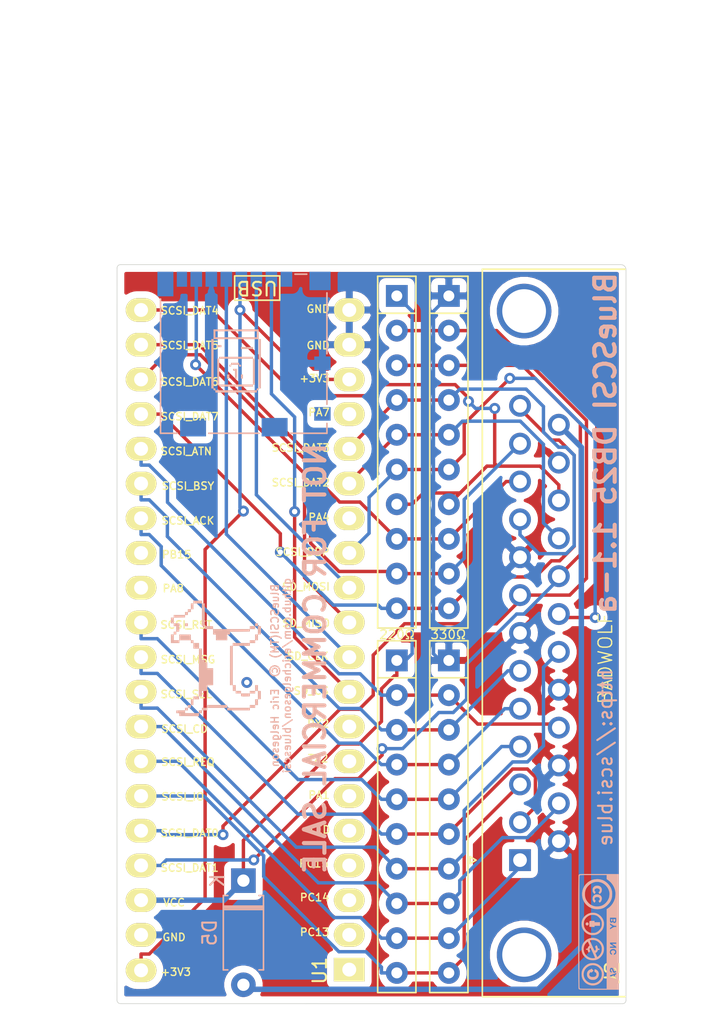
<source format=kicad_pcb>
(kicad_pcb (version 20171130) (host pcbnew "(5.1.10-1-10_14)")

  (general
    (thickness 1.6)
    (drawings 59)
    (tracks 318)
    (zones 0)
    (modules 11)
    (nets 28)
  )

  (page A4)
  (layers
    (0 F.Cu signal)
    (31 B.Cu signal)
    (32 B.Adhes user)
    (33 F.Adhes user)
    (34 B.Paste user)
    (35 F.Paste user)
    (36 B.SilkS user)
    (37 F.SilkS user)
    (38 B.Mask user)
    (39 F.Mask user)
    (40 Dwgs.User user)
    (41 Cmts.User user)
    (42 Eco1.User user)
    (43 Eco2.User user)
    (44 Edge.Cuts user)
    (45 Margin user)
    (46 B.CrtYd user)
    (47 F.CrtYd user)
    (48 B.Fab user hide)
    (49 F.Fab user hide)
  )

  (setup
    (last_trace_width 0.25)
    (user_trace_width 0.4)
    (trace_clearance 0.2)
    (zone_clearance 0.508)
    (zone_45_only no)
    (trace_min 0.2)
    (via_size 0.8)
    (via_drill 0.4)
    (via_min_size 0.4)
    (via_min_drill 0.3)
    (uvia_size 0.3)
    (uvia_drill 0.1)
    (uvias_allowed no)
    (uvia_min_size 0.2)
    (uvia_min_drill 0.1)
    (edge_width 0.05)
    (segment_width 0.2)
    (pcb_text_width 0.3)
    (pcb_text_size 1.5 1.5)
    (mod_edge_width 0.12)
    (mod_text_size 1 1)
    (mod_text_width 0.15)
    (pad_size 1.524 1.524)
    (pad_drill 0.762)
    (pad_to_mask_clearance 0.05)
    (aux_axis_origin 0 0)
    (grid_origin 108.585 147.955)
    (visible_elements 7FFFFFFF)
    (pcbplotparams
      (layerselection 0x010fc_ffffffff)
      (usegerberextensions true)
      (usegerberattributes true)
      (usegerberadvancedattributes true)
      (creategerberjobfile false)
      (excludeedgelayer false)
      (linewidth 0.150000)
      (plotframeref false)
      (viasonmask false)
      (mode 1)
      (useauxorigin false)
      (hpglpennumber 1)
      (hpglpenspeed 20)
      (hpglpendiameter 15.000000)
      (psnegative false)
      (psa4output false)
      (plotreference true)
      (plotvalue true)
      (plotinvisibletext false)
      (padsonsilk false)
      (subtractmaskfromsilk true)
      (outputformat 1)
      (mirror false)
      (drillshape 0)
      (scaleselection 1)
      (outputdirectory "gerbers/bluescsi-1.1-a-DB25-TEST/"))
  )

  (net 0 "")
  (net 1 /SD_MISO)
  (net 2 GND)
  (net 3 /SD_CLK)
  (net 4 +3V3)
  (net 5 /SD_MOSI)
  (net 6 /SD_CS)
  (net 7 /SCSI_IO)
  (net 8 /SCSI_REQ)
  (net 9 /SCSI_CD)
  (net 10 /SCSI_SEL)
  (net 11 /SCSI_RST)
  (net 12 /SCSI_ACK)
  (net 13 /SCSI_BSY)
  (net 14 /SCSI_ATN)
  (net 15 /SCSI_MSG)
  (net 16 /SCSI_DBP)
  (net 17 /SCSI_DAT7)
  (net 18 /SCSI_DAT6)
  (net 19 /SCSI_DAT5)
  (net 20 /SCSI_DAT4)
  (net 21 /SCSI_DAT3)
  (net 22 /SCSI_DAT2)
  (net 23 /SCSI_DAT1)
  (net 24 /SCSI_DAT0)
  (net 25 VCC)
  (net 26 /TERM_PWR)
  (net 27 "Net-(J2-Pad0)")

  (net_class Default "This is the default net class."
    (clearance 0.2)
    (trace_width 0.25)
    (via_dia 0.8)
    (via_drill 0.4)
    (uvia_dia 0.3)
    (uvia_drill 0.1)
    (add_net +3V3)
    (add_net /SCSI_ACK)
    (add_net /SCSI_ATN)
    (add_net /SCSI_BSY)
    (add_net /SCSI_CD)
    (add_net /SCSI_DAT0)
    (add_net /SCSI_DAT1)
    (add_net /SCSI_DAT2)
    (add_net /SCSI_DAT3)
    (add_net /SCSI_DAT4)
    (add_net /SCSI_DAT5)
    (add_net /SCSI_DAT6)
    (add_net /SCSI_DAT7)
    (add_net /SCSI_DBP)
    (add_net /SCSI_IO)
    (add_net /SCSI_MSG)
    (add_net /SCSI_REQ)
    (add_net /SCSI_RST)
    (add_net /SCSI_SEL)
    (add_net /SD_CLK)
    (add_net /SD_CS)
    (add_net /SD_MISO)
    (add_net /SD_MOSI)
    (add_net /TERM_PWR)
    (add_net GND)
    (add_net "Net-(J2-Pad0)")
    (add_net VCC)
  )

  (module BlueSCSILogo:dogcow locked (layer B.Cu) (tedit 5EF54FCF) (tstamp 60D3AE3B)
    (at 95.085 124.705 270)
    (fp_text reference G001 (at 0.25 -4.5 270) (layer B.SilkS) hide
      (effects (font (size 1.524 1.524) (thickness 0.3)) (justify mirror))
    )
    (fp_text value LOGO (at 5.5 -0.5) (layer B.SilkS) hide
      (effects (font (size 1.524 1.524) (thickness 0.3)) (justify mirror))
    )
    (fp_poly (pts (xy -2.370667 2.065866) (xy -2.573867 2.065866) (xy -2.573867 2.269066) (xy -2.370667 2.269066)
      (xy -2.370667 2.065866)) (layer B.SilkS) (width 0.01))
    (fp_poly (pts (xy -1.337733 1.659466) (xy -1.337733 1.84469) (xy -1.545167 1.849445) (xy -1.7526 1.854199)
      (xy -1.757129 2.2733) (xy -1.761658 2.692399) (xy -1.337733 2.692399) (xy -1.337733 1.845733)
      (xy -1.134533 1.845733) (xy -1.134533 1.659466) (xy -1.337733 1.659466)) (layer B.SilkS) (width 0.01))
    (fp_poly (pts (xy -1.337733 3.098799) (xy -1.761067 3.098799) (xy -1.761067 3.301999) (xy -1.134533 3.301999)
      (xy -1.134533 2.692399) (xy -1.337733 2.692399) (xy -1.337733 3.098799)) (layer B.SilkS) (width 0.01))
    (fp_poly (pts (xy -3.6068 1.659466) (xy -4.030133 1.659466) (xy -4.030133 1.845733) (xy -3.6068 1.845733)
      (xy -3.6068 1.659466)) (layer B.SilkS) (width 0.01))
    (fp_poly (pts (xy -4.030133 1.032933) (xy -4.233333 1.032933) (xy -4.233333 1.659466) (xy -4.030133 1.659466)
      (xy -4.030133 1.032933)) (layer B.SilkS) (width 0.01))
    (fp_poly (pts (xy -2.370667 1.032933) (xy -2.370667 0.831349) (xy -2.264834 0.826308) (xy -2.159 0.821266)
      (xy -2.154376 0.520699) (xy -2.149752 0.220133) (xy -1.762683 0.220133) (xy -1.757642 0.114299)
      (xy -1.7526 0.008466) (xy -1.545167 0.003712) (xy -1.337733 -0.001043) (xy -1.337733 -0.8128)
      (xy -1.761067 -0.8128) (xy -1.761067 -1.016001) (xy -1.963903 -1.016001) (xy -1.972733 -2.463801)
      (xy -2.061633 -2.468919) (xy -2.150534 -2.474037) (xy -2.150534 -2.861734) (xy -2.370667 -2.861734)
      (xy -2.370667 -2.472267) (xy -2.150534 -2.472267) (xy -2.150534 0.218517) (xy -2.3622 0.228599)
      (xy -2.371448 0.829733) (xy -4.030133 0.829733) (xy -4.030133 1.032933) (xy -2.370667 1.032933)) (layer B.SilkS) (width 0.01))
    (fp_poly (pts (xy -2.370667 -3.064934) (xy -2.573867 -3.064934) (xy -2.573867 -2.861734) (xy -2.370667 -2.861734)
      (xy -2.370667 -3.064934)) (layer B.SilkS) (width 0.01))
    (fp_poly (pts (xy -1.761067 -3.064934) (xy -1.761067 -2.861734) (xy -1.337733 -2.861734) (xy -1.337733 -3.064934)
      (xy -1.759451 -3.064934) (xy -1.769533 -3.2766) (xy -2.058425 -3.28122) (xy -2.154113 -3.282087)
      (xy -2.237804 -3.281587) (xy -2.303713 -3.279857) (xy -2.346055 -3.277033) (xy -2.358992 -3.274164)
      (xy -2.365298 -3.252101) (xy -2.369537 -3.207102) (xy -2.370667 -3.163712) (xy -2.370667 -3.064934)
      (xy -1.761067 -3.064934)) (layer B.SilkS) (width 0.01))
    (fp_poly (pts (xy -1.337733 -2.472267) (xy -1.134533 -2.472267) (xy -1.134533 -2.861734) (xy -1.337733 -2.861734)
      (xy -1.337733 -2.472267)) (layer B.SilkS) (width 0.01))
    (fp_poly (pts (xy -1.134533 -1.219201) (xy -0.933024 -1.219201) (xy -0.927945 -1.121834) (xy -0.922867 -1.024467)
      (xy 1.947333 -1.015809) (xy 1.947333 -1.218158) (xy 2.154767 -1.222913) (xy 2.3622 -1.227667)
      (xy 2.367241 -1.333501) (xy 2.372283 -1.439334) (xy 2.556933 -1.439334) (xy 2.556933 -1.828801)
      (xy 2.370666 -1.828801) (xy 2.370666 -1.439334) (xy 1.947333 -1.439334) (xy 1.947333 -1.219201)
      (xy -0.931334 -1.219201) (xy -0.931334 -2.472267) (xy -1.134533 -2.472267) (xy -1.134533 -1.219201)) (layer B.SilkS) (width 0.01))
    (fp_poly (pts (xy -0.728134 1.659466) (xy -0.728134 1.253066) (xy -1.134533 1.253066) (xy -1.134533 1.659466)
      (xy -0.728134 1.659466)) (layer B.SilkS) (width 0.01))
    (fp_poly (pts (xy 3.996266 1.032933) (xy 3.793066 1.032933) (xy 3.793066 1.253066) (xy 3.996266 1.253066)
      (xy 3.996266 1.032933)) (layer B.SilkS) (width 0.01))
    (fp_poly (pts (xy 3.793066 0.643466) (xy 3.6068 0.643466) (xy 3.6068 1.032933) (xy 3.793066 1.032933)
      (xy 3.793066 0.643466)) (layer B.SilkS) (width 0.01))
    (fp_poly (pts (xy 3.6068 -0.8128) (xy 3.4036 -0.8128) (xy 3.4036 0.643466) (xy 3.6068 0.643466)
      (xy 3.6068 -0.8128)) (layer B.SilkS) (width 0.01))
    (fp_poly (pts (xy 3.793066 -0.8128) (xy 3.793066 -2.472267) (xy 3.6068 -2.472267) (xy 3.6068 -0.8128)
      (xy 3.793066 -0.8128)) (layer B.SilkS) (width 0.01))
    (fp_poly (pts (xy 3.6068 -2.861734) (xy 3.4036 -2.861734) (xy 3.4036 -2.472267) (xy 3.6068 -2.472267)
      (xy 3.6068 -2.861734)) (layer B.SilkS) (width 0.01))
    (fp_poly (pts (xy 3.4036 -3.064934) (xy 2.981883 -3.064934) (xy 2.976841 -3.170767) (xy 2.9718 -3.2766)
      (xy 2.379133 -3.2766) (xy 2.374092 -3.170767) (xy 2.36905 -3.064934) (xy 1.947333 -3.064934)
      (xy 1.947333 -2.861734) (xy 2.370666 -2.861734) (xy 2.370666 -3.064934) (xy 2.980266 -3.064934)
      (xy 2.980266 -2.861734) (xy 3.4036 -2.861734) (xy 3.4036 -3.064934)) (layer B.SilkS) (width 0.01))
    (fp_poly (pts (xy 2.370666 -2.472267) (xy 2.556933 -2.472267) (xy 2.556933 -1.828801) (xy 2.645833 -1.82906)
      (xy 2.700604 -1.831687) (xy 2.742756 -1.838114) (xy 2.756303 -1.843008) (xy 2.764365 -1.856604)
      (xy 2.769937 -1.887999) (xy 2.773218 -1.94095) (xy 2.774409 -2.019218) (xy 2.773711 -2.126561)
      (xy 2.773236 -2.160249) (xy 2.7686 -2.463801) (xy 2.662766 -2.468842) (xy 2.556933 -2.473883)
      (xy 2.556933 -2.861734) (xy 2.370666 -2.861734) (xy 2.370666 -2.472267)) (layer B.SilkS) (width 0.01))
    (fp_poly (pts (xy -3.6068 2.065866) (xy -3.395134 2.065804) (xy -3.406608 2.269066) (xy -3.183467 2.269066)
      (xy -3.183467 3.098799) (xy -2.9972 3.098799) (xy -2.9972 3.301999) (xy -2.573867 3.301999)
      (xy -2.573867 3.098799) (xy -2.996598 3.098799) (xy -3.001132 2.688166) (xy -3.005667 2.277533)
      (xy -3.094567 2.272415) (xy -3.183467 2.267296) (xy -3.183467 2.067482) (xy -3.2893 2.062441)
      (xy -3.395134 2.057399) (xy -3.405216 1.845733) (xy -3.6068 1.845733) (xy -3.6068 2.065866)) (layer B.SilkS) (width 0.01))
    (fp_poly (pts (xy -1.761067 2.912533) (xy -1.962651 2.912533) (xy -1.967692 2.8067) (xy -1.972733 2.700866)
      (xy -2.573867 2.691618) (xy -2.573867 3.098799) (xy -2.370667 3.098799) (xy -2.370667 2.912533)
      (xy -1.964267 2.912533) (xy -1.964267 3.098799) (xy -1.761067 3.098799) (xy -1.761067 2.912533)) (layer B.SilkS) (width 0.01))
    (fp_poly (pts (xy 3.996266 2.269066) (xy 3.793066 2.269066) (xy 3.793066 2.065866) (xy 3.608416 2.065866)
      (xy 3.603375 1.960033) (xy 3.598333 1.854199) (xy 3.501823 1.849147) (xy 3.405313 1.844094)
      (xy 3.400223 1.756013) (xy 3.395133 1.667933) (xy 3.1877 1.663178) (xy 2.980266 1.658424)
      (xy 2.980266 1.253066) (xy 2.7686 1.253128) (xy 2.7686 1.041399) (xy 2.569633 1.036629)
      (xy 2.370666 1.031858) (xy 2.370666 0.644509) (xy 1.9558 0.634999) (xy 1.951045 0.427566)
      (xy 1.946291 0.220133) (xy 0.7112 0.220133) (xy 0.7112 0.643466) (xy 0.287867 0.643466)
      (xy 0.287867 0.829733) (xy 0.1016 0.829733) (xy 0.1016 1.032933) (xy -0.728134 1.032933)
      (xy -0.728134 1.252908) (xy 1.020233 1.25722) (xy 2.7686 1.261533) (xy 2.773371 1.4605)
      (xy 2.778141 1.659466) (xy 2.980266 1.659466) (xy 2.980266 1.845733) (xy 3.4036 1.845733)
      (xy 3.4036 2.065866) (xy 3.6068 2.065866) (xy 3.6068 2.269066) (xy 3.792319 2.269066)
      (xy 3.801533 2.904066) (xy 3.898071 2.90912) (xy 3.994608 2.914173) (xy 3.999671 2.80752)
      (xy 4.004733 2.700866) (xy 4.106333 2.692399) (xy 4.207933 2.683933) (xy 4.21235 1.968499)
      (xy 4.216767 1.253066) (xy 3.996266 1.253066) (xy 3.996266 2.269066)) (layer B.SilkS) (width 0.01))
  )

  (module BlueSCSILogo:mac_happy_small locked (layer B.Cu) (tedit 0) (tstamp 60D3ABFF)
    (at 96.585 102.955)
    (fp_text reference G004 (at 0 0) (layer B.SilkS) hide
      (effects (font (size 1.524 1.524) (thickness 0.3)) (justify mirror))
    )
    (fp_text value LOGO (at 0.75 0) (layer B.SilkS) hide
      (effects (font (size 1.524 1.524) (thickness 0.3)) (justify mirror))
    )
    (fp_poly (pts (xy 1.477818 2.205182) (xy 1.48168 2.150883) (xy 1.501267 2.128612) (xy 1.547091 2.124364)
      (xy 1.596157 2.118642) (xy 1.614241 2.091653) (xy 1.616364 2.055091) (xy 1.620869 2.008549)
      (xy 1.643721 1.98946) (xy 1.697182 1.985818) (xy 1.778 1.985818) (xy 1.778 -1.616364)
      (xy 1.616364 -1.616364) (xy 1.616364 -2.332182) (xy -1.685636 -2.332182) (xy -1.685636 -1.754909)
      (xy -1.547091 -1.754909) (xy -1.547091 -2.193636) (xy 1.477818 -2.193636) (xy 1.477818 -1.754909)
      (xy -1.547091 -1.754909) (xy -1.685636 -1.754909) (xy -1.685636 -1.616364) (xy -1.847273 -1.616364)
      (xy -1.847273 1.985818) (xy -1.766454 1.985818) (xy -1.685636 1.985818) (xy -1.685636 -1.616364)
      (xy 1.616364 -1.616364) (xy 1.616364 1.985818) (xy 1.547091 1.985818) (xy 1.498025 1.99154)
      (xy 1.47994 2.018529) (xy 1.477818 2.055091) (xy 1.477818 2.124364) (xy -1.547091 2.124364)
      (xy -1.547091 2.055091) (xy -1.552812 2.006025) (xy -1.579802 1.98794) (xy -1.616364 1.985818)
      (xy -1.685636 1.985818) (xy -1.766454 1.985818) (xy -1.712156 1.98968) (xy -1.689885 2.009267)
      (xy -1.685636 2.055091) (xy -1.679915 2.104157) (xy -1.652925 2.122241) (xy -1.616364 2.124364)
      (xy -1.569822 2.128869) (xy -1.550732 2.151721) (xy -1.547091 2.205182) (xy -1.547091 2.286)
      (xy 1.477818 2.286) (xy 1.477818 2.205182)) (layer B.SilkS) (width 0.01))
    (fp_poly (pts (xy -1.108364 -1.177636) (xy -1.408545 -1.177636) (xy -1.408545 -1.039091) (xy -1.108364 -1.039091)
      (xy -1.108364 -1.177636)) (layer B.SilkS) (width 0.01))
    (fp_poly (pts (xy 1.200727 -1.039091) (xy 0.323273 -1.039091) (xy 0.323273 -0.900546) (xy 1.200727 -0.900546)
      (xy 1.200727 -1.039091)) (layer B.SilkS) (width 0.01))
    (fp_poly (pts (xy 1.200727 1.778) (xy 1.206449 1.728934) (xy 1.233438 1.710849) (xy 1.27 1.708727)
      (xy 1.339273 1.708727) (xy 1.339273 -0.184727) (xy 1.27 -0.184727) (xy 1.220934 -0.190449)
      (xy 1.20285 -0.217438) (xy 1.200727 -0.254) (xy 1.200727 -0.323273) (xy -1.27 -0.323273)
      (xy -1.27 -0.254) (xy -1.275722 -0.204934) (xy -1.302711 -0.18685) (xy -1.339273 -0.184727)
      (xy -1.408545 -0.184727) (xy -1.408545 1.708727) (xy -1.339273 1.708727) (xy -1.27 1.708727)
      (xy -1.27 -0.184727) (xy 1.200727 -0.184727) (xy 1.200727 1.708727) (xy -1.27 1.708727)
      (xy -1.339273 1.708727) (xy -1.290207 1.714449) (xy -1.272122 1.741438) (xy -1.27 1.778)
      (xy -1.27 1.847273) (xy 1.200727 1.847273) (xy 1.200727 1.778)) (layer B.SilkS) (width 0.01))
    (fp_poly (pts (xy 0.303066 0.386824) (xy 0.321151 0.359835) (xy 0.323273 0.323273) (xy 0.317551 0.274207)
      (xy 0.290562 0.256122) (xy 0.254 0.254) (xy 0.204934 0.248278) (xy 0.18685 0.221289)
      (xy 0.184727 0.184727) (xy 0.184727 0.115454) (xy -0.392545 0.115454) (xy -0.392545 0.184727)
      (xy -0.398267 0.233793) (xy -0.425256 0.251878) (xy -0.461818 0.254) (xy -0.510884 0.259722)
      (xy -0.528969 0.286711) (xy -0.531091 0.323273) (xy -0.525369 0.372339) (xy -0.49838 0.390423)
      (xy -0.461818 0.392545) (xy -0.412752 0.386824) (xy -0.394668 0.359835) (xy -0.392545 0.323273)
      (xy -0.392545 0.254) (xy 0.184727 0.254) (xy 0.184727 0.323273) (xy 0.190449 0.372339)
      (xy 0.217438 0.390423) (xy 0.254 0.392545) (xy 0.303066 0.386824)) (layer B.SilkS) (width 0.01))
    (fp_poly (pts (xy 0.046182 0.554182) (xy -0.254 0.554182) (xy -0.254 0.623454) (xy -0.248278 0.67252)
      (xy -0.221289 0.690605) (xy -0.184727 0.692727) (xy -0.115454 0.692727) (xy -0.115454 1.27)
      (xy 0.046182 1.27) (xy 0.046182 0.554182)) (layer B.SilkS) (width 0.01))
    (fp_poly (pts (xy -0.531091 0.969818) (xy -0.692727 0.969818) (xy -0.692727 1.27) (xy -0.531091 1.27)
      (xy -0.531091 0.969818)) (layer B.SilkS) (width 0.01))
    (fp_poly (pts (xy 0.461818 0.969818) (xy 0.323273 0.969818) (xy 0.323273 1.27) (xy 0.461818 1.27)
      (xy 0.461818 0.969818)) (layer B.SilkS) (width 0.01))
  )

  (module BlueSCSILogo:cc_by_nc_sa_front_silk_screen locked (layer B.Cu) (tedit 0) (tstamp 60D35178)
    (at 123.085 144.705 270)
    (fp_text reference G002 (at 0.25 5 270) (layer B.SilkS) hide
      (effects (font (size 1.524 1.524) (thickness 0.3)) (justify mirror))
    )
    (fp_text value LOGO (at -0.5 -0.25 270) (layer B.SilkS) hide
      (effects (font (size 1.524 1.524) (thickness 0.3)) (justify mirror))
    )
    (fp_poly (pts (xy 0.386424 1.48423) (xy 0.68161 1.484015) (xy 0.973662 1.483693) (xy 1.261218 1.483264)
      (xy 1.542914 1.482727) (xy 1.817387 1.482084) (xy 2.083274 1.481334) (xy 2.339211 1.480477)
      (xy 2.583835 1.479513) (xy 2.815782 1.478443) (xy 3.03369 1.477266) (xy 3.236196 1.475982)
      (xy 3.421935 1.474593) (xy 3.589545 1.473097) (xy 3.737662 1.471495) (xy 3.864924 1.469787)
      (xy 3.969966 1.467973) (xy 4.051426 1.466053) (xy 4.10794 1.464028) (xy 4.138145 1.461897)
      (xy 4.142572 1.461008) (xy 4.157094 1.455317) (xy 4.169987 1.450006) (xy 4.181345 1.443458)
      (xy 4.19126 1.434053) (xy 4.199823 1.420173) (xy 4.207128 1.4002) (xy 4.213268 1.372515)
      (xy 4.218334 1.335501) (xy 4.222419 1.287538) (xy 4.225615 1.227009) (xy 4.228016 1.152294)
      (xy 4.229713 1.061776) (xy 4.230799 0.953836) (xy 4.231367 0.826855) (xy 4.231509 0.679216)
      (xy 4.231317 0.5093) (xy 4.230884 0.315488) (xy 4.230302 0.096162) (xy 4.229874 -0.066738)
      (xy 4.226278 -1.474611) (xy 0.005903 -1.478162) (xy -0.337451 -1.47842) (xy -0.673497 -1.478611)
      (xy -1.00114 -1.478736) (xy -1.319284 -1.478798) (xy -1.626834 -1.478798) (xy -1.922695 -1.478736)
      (xy -2.205769 -1.478616) (xy -2.474963 -1.478438) (xy -2.729179 -1.478203) (xy -2.967323 -1.477914)
      (xy -3.188299 -1.477572) (xy -3.39101 -1.477178) (xy -3.574362 -1.476734) (xy -3.737259 -1.476241)
      (xy -3.878605 -1.475702) (xy -3.997304 -1.475117) (xy -4.092262 -1.474488) (xy -4.162381 -1.473816)
      (xy -4.206566 -1.473103) (xy -4.223723 -1.472351) (xy -4.223903 -1.472283) (xy -4.225221 -1.457148)
      (xy -4.226484 -1.415699) (xy -4.22768 -1.349842) (xy -4.228796 -1.261485) (xy -4.229819 -1.152534)
      (xy -4.230736 -1.024897) (xy -4.231536 -0.880481) (xy -4.232204 -0.721193) (xy -4.23273 -0.548941)
      (xy -4.233099 -0.365631) (xy -4.2333 -0.173172) (xy -4.233333 -0.053392) (xy -4.233362 0.182988)
      (xy -4.233385 0.39277) (xy -4.233382 0.401697) (xy -4.162778 0.401697) (xy -4.162778 -0.592667)
      (xy -3.858534 -0.592667) (xy -3.788406 -0.700069) (xy -3.688665 -0.828635) (xy -3.567069 -0.945111)
      (xy -3.428631 -1.046048) (xy -3.278363 -1.127995) (xy -3.121277 -1.187502) (xy -3.055056 -1.204842)
      (xy -2.989873 -1.219353) (xy -2.940124 -1.229062) (xy -2.897225 -1.23473) (xy -2.852596 -1.237118)
      (xy -2.797655 -1.236987) (xy -2.723818 -1.235099) (xy -2.716389 -1.234882) (xy -2.621223 -1.230145)
      (xy -2.543027 -1.221182) (xy -2.470675 -1.206419) (xy -2.422926 -1.193386) (xy -2.24701 -1.128057)
      (xy -2.084694 -1.040394) (xy -1.938696 -0.932358) (xy -1.838488 -0.832556) (xy -1.044222 -0.832556)
      (xy -1.044222 -1.055982) (xy -1.043656 -1.132692) (xy -1.042094 -1.199253) (xy -1.039737 -1.250648)
      (xy -1.036789 -1.281858) (xy -1.034815 -1.288815) (xy -1.014198 -1.295062) (xy -0.973117 -1.298248)
      (xy -0.919134 -1.298634) (xy -0.85981 -1.296478) (xy -0.802709 -1.292041) (xy -0.755391 -1.285583)
      (xy -0.727405 -1.27825) (xy -0.680196 -1.248204) (xy -0.655205 -1.204364) (xy -0.649111 -1.153443)
      (xy -0.661437 -1.101397) (xy -0.683565 -1.073219) (xy -0.718019 -1.040851) (xy -0.689149 -1.001801)
      (xy -0.66871 -0.961636) (xy -0.669923 -0.918838) (xy -0.681517 -0.884217) (xy -0.701527 -0.86004)
      (xy -0.73443 -0.844568) (xy -0.76761 -0.838955) (xy -0.620889 -0.838955) (xy -0.614021 -0.852841)
      (xy -0.595351 -0.885798) (xy -0.567779 -0.932806) (xy -0.536222 -0.985507) (xy -0.499417 -1.047472)
      (xy -0.475145 -1.092522) (xy -0.46082 -1.127574) (xy -0.453858 -1.159543) (xy -0.451672 -1.195345)
      (xy -0.451556 -1.211941) (xy -0.451556 -1.298222) (xy -0.352778 -1.298222) (xy -0.352778 -1.206996)
      (xy -0.351825 -1.164706) (xy -0.34718 -1.130632) (xy -0.336165 -1.097261) (xy -0.316103 -1.057077)
      (xy -0.284315 -1.002567) (xy -0.273573 -0.984746) (xy -0.240725 -0.930394) (xy -0.213291 -0.884971)
      (xy -0.19456 -0.853927) (xy -0.188073 -0.843139) (xy -0.196467 -0.836631) (xy -0.225037 -0.832901)
      (xy -0.239404 -0.832556) (xy 0.776111 -0.832556) (xy 0.776111 -1.298222) (xy 0.874889 -1.298222)
      (xy 0.874889 -1.147234) (xy 0.875781 -1.076976) (xy 0.878629 -1.032633) (xy 0.883687 -1.011949)
      (xy 0.890253 -1.011609) (xy 0.90361 -1.029431) (xy 0.927832 -1.065737) (xy 0.959206 -1.114848)
      (xy 0.986671 -1.15907) (xy 1.022931 -1.217258) (xy 1.049131 -1.25552) (xy 1.069538 -1.278242)
      (xy 1.088422 -1.289812) (xy 1.110052 -1.294616) (xy 1.119473 -1.295546) (xy 1.171222 -1.299926)
      (xy 1.171222 -1.064492) (xy 1.244805 -1.064492) (xy 1.254791 -1.138925) (xy 1.281998 -1.197254)
      (xy 1.326624 -1.250144) (xy 1.379996 -1.288329) (xy 1.403611 -1.297961) (xy 1.459931 -1.305613)
      (xy 1.522697 -1.300177) (xy 1.577683 -1.283346) (xy 1.591701 -1.275576) (xy 1.624127 -1.245691)
      (xy 1.654063 -1.204371) (xy 1.674419 -1.162652) (xy 1.676403 -1.152967) (xy 2.604593 -1.152967)
      (xy 2.608055 -1.176439) (xy 2.611375 -1.188192) (xy 2.630184 -1.23365) (xy 2.660164 -1.264468)
      (xy 2.709271 -1.288365) (xy 2.717843 -1.291497) (xy 2.773909 -1.30768) (xy 2.821707 -1.309936)
      (xy 2.877162 -1.298863) (xy 2.879497 -1.298222) (xy 3.006078 -1.298222) (xy 3.059482 -1.298222)
      (xy 3.096041 -1.295265) (xy 3.116096 -1.281065) (xy 3.130745 -1.248834) (xy 3.14162 -1.221879)
      (xy 3.154697 -1.20711) (xy 3.177833 -1.200861) (xy 3.218886 -1.199465) (xy 3.236578 -1.199445)
      (xy 3.284821 -1.200078) (xy 3.312698 -1.204421) (xy 3.328067 -1.216141) (xy 3.338785 -1.238905)
      (xy 3.342412 -1.248834) (xy 3.357937 -1.282065) (xy 3.378761 -1.295796) (xy 3.408747 -1.298222)
      (xy 3.441154 -1.295511) (xy 3.457221 -1.288862) (xy 3.457588 -1.287639) (xy 3.453073 -1.27149)
      (xy 3.44034 -1.233482) (xy 3.420995 -1.178218) (xy 3.396641 -1.110298) (xy 3.376449 -1.054898)
      (xy 3.294944 -0.83274) (xy 3.2385 -0.832815) (xy 3.182055 -0.832889) (xy 3.120088 -0.998528)
      (xy 3.09346 -1.069495) (xy 3.067744 -1.137672) (xy 3.046 -1.194965) (xy 3.032099 -1.231195)
      (xy 3.006078 -1.298222) (xy 2.879497 -1.298222) (xy 2.881552 -1.297658) (xy 2.939412 -1.268682)
      (xy 2.977002 -1.221465) (xy 2.99148 -1.159703) (xy 2.991555 -1.154534) (xy 2.979846 -1.099319)
      (xy 2.944133 -1.056751) (xy 2.883542 -1.025991) (xy 2.846185 -1.015367) (xy 2.785049 -0.999195)
      (xy 2.747524 -0.983772) (xy 2.729212 -0.966374) (xy 2.725718 -0.944275) (xy 2.726116 -0.940962)
      (xy 2.734293 -0.920459) (xy 2.756396 -0.909978) (xy 2.789642 -0.905868) (xy 2.83028 -0.905832)
      (xy 2.8549 -0.916307) (xy 2.872404 -0.937618) (xy 2.89976 -0.964127) (xy 2.931716 -0.97545)
      (xy 2.959953 -0.971316) (xy 2.976155 -0.951452) (xy 2.977444 -0.94105) (xy 2.965244 -0.901899)
      (xy 2.933803 -0.863472) (xy 2.89086 -0.834775) (xy 2.883448 -0.831691) (xy 2.823257 -0.81894)
      (xy 2.759743 -0.821773) (xy 2.701292 -0.838251) (xy 2.65629 -0.866431) (xy 2.639196 -0.888219)
      (xy 2.629059 -0.921157) (xy 2.624671 -0.963158) (xy 2.624667 -0.964429) (xy 2.63791 -1.015231)
      (xy 2.677176 -1.05636) (xy 2.741765 -1.087226) (xy 2.783693 -1.098706) (xy 2.844388 -1.116781)
      (xy 2.879458 -1.139021) (xy 2.891409 -1.167357) (xy 2.890278 -1.180836) (xy 2.872733 -1.208329)
      (xy 2.83895 -1.22255) (xy 2.797434 -1.223807) (xy 2.756687 -1.212407) (xy 2.725213 -1.188659)
      (xy 2.71657 -1.174551) (xy 2.699152 -1.152118) (xy 2.66777 -1.143567) (xy 2.650528 -1.143)
      (xy 2.61663 -1.144268) (xy 2.604593 -1.152967) (xy 1.676403 -1.152967) (xy 1.679169 -1.139472)
      (xy 1.668009 -1.120777) (xy 1.641346 -1.112991) (xy 1.609559 -1.115777) (xy 1.58303 -1.128797)
      (xy 1.573415 -1.142917) (xy 1.547084 -1.185879) (xy 1.506045 -1.209962) (xy 1.457801 -1.2137)
      (xy 1.409857 -1.195624) (xy 1.389303 -1.178919) (xy 1.368237 -1.152333) (xy 1.35778 -1.120371)
      (xy 1.354695 -1.072381) (xy 1.354667 -1.064945) (xy 1.356763 -1.015659) (xy 1.365668 -0.982968)
      (xy 1.385311 -0.955393) (xy 1.395914 -0.944359) (xy 1.442827 -0.910734) (xy 1.488561 -0.905279)
      (xy 1.533732 -0.927997) (xy 1.552222 -0.945445) (xy 1.59449 -0.978528) (xy 1.636446 -0.987778)
      (xy 1.666593 -0.9854) (xy 1.675314 -0.97426) (xy 1.671648 -0.956028) (xy 1.639154 -0.89091)
      (xy 1.587405 -0.845894) (xy 1.518035 -0.822101) (xy 1.471536 -0.818467) (xy 1.397799 -0.831261)
      (xy 1.335287 -0.866652) (xy 1.286971 -0.920248) (xy 1.25582 -0.987658) (xy 1.244805 -1.064492)
      (xy 1.171222 -1.064492) (xy 1.171222 -0.832556) (xy 1.073432 -0.832556) (xy 1.06941 -0.975776)
      (xy 1.065389 -1.118995) (xy 0.976306 -0.975776) (xy 0.938403 -0.915307) (xy 0.911308 -0.874823)
      (xy 0.890974 -0.850315) (xy 0.873352 -0.837774) (xy 0.854393 -0.833191) (xy 0.831668 -0.832556)
      (xy 0.776111 -0.832556) (xy -0.239404 -0.832556) (xy -0.274466 -0.83466) (xy -0.297834 -0.845169)
      (xy -0.318846 -0.87038) (xy -0.335486 -0.897333) (xy -0.367107 -0.950348) (xy -0.388528 -0.980568)
      (xy -0.404854 -0.988911) (xy -0.42119 -0.976293) (xy -0.442641 -0.943632) (xy -0.457388 -0.919236)
      (xy -0.485784 -0.874104) (xy -0.506736 -0.848164) (xy -0.52684 -0.836126) (xy -0.552691 -0.8327)
      (xy -0.565466 -0.832556) (xy -0.600451 -0.834001) (xy -0.619638 -0.837604) (xy -0.620889 -0.838955)
      (xy -0.76761 -0.838955) (xy -0.784701 -0.836064) (xy -0.856818 -0.83279) (xy -0.89214 -0.832556)
      (xy -1.044222 -0.832556) (xy -1.838488 -0.832556) (xy -1.811735 -0.805912) (xy -1.722402 -0.687837)
      (xy -1.659748 -0.592667) (xy 4.162778 -0.592667) (xy 4.162778 0.381) (xy 4.16276 0.570347)
      (xy 4.162669 0.733492) (xy 4.162448 0.872452) (xy 4.162039 0.989247) (xy 4.161387 1.085895)
      (xy 4.160434 1.164416) (xy 4.159123 1.22683) (xy 4.157398 1.275153) (xy 4.155201 1.311407)
      (xy 4.152476 1.337609) (xy 4.149166 1.355779) (xy 4.145214 1.367936) (xy 4.140562 1.376098)
      (xy 4.135155 1.382285) (xy 4.134555 1.382889) (xy 4.131561 1.385658) (xy 4.127669 1.388241)
      (xy 4.121916 1.390642) (xy 4.113342 1.392869) (xy 4.100984 1.394929) (xy 4.083881 1.396827)
      (xy 4.06107 1.398571) (xy 4.031591 1.400167) (xy 3.994482 1.401621) (xy 3.948779 1.40294)
      (xy 3.893523 1.404131) (xy 3.827751 1.405201) (xy 3.750502 1.406155) (xy 3.660812 1.407)
      (xy 3.557722 1.407744) (xy 3.440269 1.408392) (xy 3.307491 1.40895) (xy 3.158427 1.409427)
      (xy 2.992115 1.409828) (xy 2.807592 1.410159) (xy 2.603898 1.410428) (xy 2.380071 1.410641)
      (xy 2.135148 1.410804) (xy 1.868169 1.410925) (xy 1.57817 1.411008) (xy 1.264192 1.411062)
      (xy 0.925271 1.411093) (xy 0.560446 1.411107) (xy 0.168755 1.411111) (xy 0 1.411111)
      (xy -0.402995 1.411109) (xy -0.77873 1.4111) (xy -1.128166 1.411077) (xy -1.452265 1.411034)
      (xy -1.751989 1.410963) (xy -2.0283 1.410858) (xy -2.282158 1.410714) (xy -2.514527 1.410522)
      (xy -2.726368 1.410277) (xy -2.918642 1.409972) (xy -3.092312 1.4096) (xy -3.248339 1.409156)
      (xy -3.387684 1.408631) (xy -3.51131 1.408021) (xy -3.620179 1.407317) (xy -3.715252 1.406514)
      (xy -3.79749 1.405606) (xy -3.867857 1.404585) (xy -3.927312 1.403444) (xy -3.976819 1.402178)
      (xy -4.017339 1.40078) (xy -4.049834 1.399243) (xy -4.075265 1.397561) (xy -4.094594 1.395727)
      (xy -4.108783 1.393735) (xy -4.118794 1.391577) (xy -4.125588 1.389248) (xy -4.130127 1.386741)
      (xy -4.133374 1.384049) (xy -4.134556 1.382889) (xy -4.140044 1.37679) (xy -4.14477 1.368923)
      (xy -4.148791 1.35727) (xy -4.152165 1.33981) (xy -4.154947 1.314525) (xy -4.157196 1.279396)
      (xy -4.158967 1.232403) (xy -4.160317 1.171529) (xy -4.161304 1.094754) (xy -4.161985 1.000059)
      (xy -4.162416 0.885424) (xy -4.162653 0.748832) (xy -4.162755 0.588263) (xy -4.162778 0.401697)
      (xy -4.233382 0.401697) (xy -4.233304 0.577578) (xy -4.233017 0.739036) (xy -4.232428 0.87877)
      (xy -4.231436 0.998402) (xy -4.229943 1.099556) (xy -4.227851 1.183858) (xy -4.22506 1.252931)
      (xy -4.221472 1.3084) (xy -4.216988 1.351888) (xy -4.211508 1.38502) (xy -4.204935 1.40942)
      (xy -4.197169 1.426711) (xy -4.188111 1.438519) (xy -4.177663 1.446468) (xy -4.165725 1.452181)
      (xy -4.152199 1.457282) (xy -4.141127 1.461611) (xy -4.121917 1.463782) (xy -4.075848 1.465844)
      (xy -4.004283 1.467795) (xy -3.908587 1.469638) (xy -3.790121 1.471372) (xy -3.65025 1.472996)
      (xy -3.490336 1.474511) (xy -3.311744 1.475918) (xy -3.115835 1.477216) (xy -2.903974 1.478405)
      (xy -2.677524 1.479485) (xy -2.437848 1.480457) (xy -2.186309 1.48132) (xy -1.92427 1.482075)
      (xy -1.653096 1.482722) (xy -1.374148 1.483261) (xy -1.088791 1.483692) (xy -0.798388 1.484015)
      (xy -0.504301 1.48423) (xy -0.207895 1.484338) (xy 0.089468 1.484338) (xy 0.386424 1.48423)) (layer B.SilkS) (width 0.01))
    (fp_poly (pts (xy -0.801212 -1.094047) (xy -0.762778 -1.115907) (xy -0.748006 -1.151219) (xy -0.747889 -1.155297)
      (xy -0.75717 -1.186906) (xy -0.78685 -1.205737) (xy -0.839685 -1.213266) (xy -0.856545 -1.213556)
      (xy -0.931333 -1.213556) (xy -0.931333 -1.086556) (xy -0.861786 -1.086556) (xy -0.801212 -1.094047)) (layer B.SilkS) (width 0.01))
    (fp_poly (pts (xy -0.85725 -0.920013) (xy -0.814164 -0.923414) (xy -0.792185 -0.930143) (xy -0.784218 -0.944662)
      (xy -0.783167 -0.966611) (xy -0.784778 -0.991325) (xy -0.794339 -1.004435) (xy -0.818945 -1.010404)
      (xy -0.85725 -1.01321) (xy -0.931333 -1.017475) (xy -0.931333 -0.915748) (xy -0.85725 -0.920013)) (layer B.SilkS) (width 0.01))
    (fp_poly (pts (xy 3.253739 -0.993716) (xy 3.264775 -1.023748) (xy 3.278072 -1.064899) (xy 3.286428 -1.094848)
      (xy 3.287889 -1.103181) (xy 3.275373 -1.110478) (xy 3.244149 -1.114503) (xy 3.23207 -1.114778)
      (xy 3.176252 -1.114778) (xy 3.196295 -1.05797) (xy 3.216036 -1.004913) (xy 3.230327 -0.97745)
      (xy 3.241962 -0.974184) (xy 3.253739 -0.993716)) (layer B.SilkS) (width 0.01))
    (fp_poly (pts (xy -2.64697 1.197405) (xy -2.531275 1.182743) (xy -2.423307 1.15577) (xy -2.343488 1.127211)
      (xy -2.189666 1.051252) (xy -2.052443 0.953945) (xy -1.93328 0.83776) (xy -1.833637 0.705168)
      (xy -1.754975 0.558638) (xy -1.698755 0.400641) (xy -1.666438 0.233647) (xy -1.659484 0.060127)
      (xy -1.665086 -0.020072) (xy -1.688239 -0.168685) (xy -1.72637 -0.299788) (xy -1.782394 -0.41936)
      (xy -1.859224 -0.53338) (xy -1.959775 -0.647829) (xy -1.981964 -0.670278) (xy -2.08946 -0.76877)
      (xy -2.193752 -0.845252) (xy -2.301863 -0.904016) (xy -2.420813 -0.949356) (xy -2.455333 -0.959749)
      (xy -2.545004 -0.978971) (xy -2.650778 -0.991498) (xy -2.762442 -0.996909) (xy -2.869783 -0.994778)
      (xy -2.962588 -0.984685) (xy -2.979472 -0.981472) (xy -3.136977 -0.936557) (xy -3.281064 -0.869532)
      (xy -3.415621 -0.778265) (xy -3.521019 -0.684389) (xy -3.637179 -0.5565) (xy -3.726923 -0.427051)
      (xy -3.79195 -0.292017) (xy -3.83396 -0.147374) (xy -3.854651 0.010904) (xy -3.857545 0.112889)
      (xy -3.856759 0.123213) (xy -3.664462 0.123213) (xy -3.654288 -0.028989) (xy -3.616421 -0.182367)
      (xy -3.612611 -0.193419) (xy -3.551088 -0.327483) (xy -3.466173 -0.451295) (xy -3.361742 -0.561542)
      (xy -3.241673 -0.654914) (xy -3.109845 -0.728098) (xy -2.970134 -0.777781) (xy -2.913945 -0.790146)
      (xy -2.844533 -0.797231) (xy -2.758751 -0.798013) (xy -2.667596 -0.793093) (xy -2.582063 -0.783072)
      (xy -2.513146 -0.768553) (xy -2.511778 -0.768151) (xy -2.385915 -0.71867) (xy -2.26215 -0.647114)
      (xy -2.149542 -0.558757) (xy -2.145107 -0.554679) (xy -2.037002 -0.439647) (xy -1.95562 -0.31834)
      (xy -1.899665 -0.187866) (xy -1.867843 -0.04533) (xy -1.858824 0.084666) (xy -1.861114 0.192603)
      (xy -1.871931 0.283816) (xy -1.893621 0.369123) (xy -1.928531 0.459337) (xy -1.950505 0.507207)
      (xy -1.983659 0.571346) (xy -2.018925 0.625609) (xy -2.063022 0.679132) (xy -2.121922 0.740309)
      (xy -2.239343 0.842306) (xy -2.361133 0.917748) (xy -2.49133 0.9683) (xy -2.63397 0.995626)
      (xy -2.756122 1.001889) (xy -2.917532 0.990087) (xy -3.063903 0.954561) (xy -3.195757 0.895132)
      (xy -3.313618 0.811618) (xy -3.317022 0.808671) (xy -3.437991 0.687167) (xy -3.533708 0.556215)
      (xy -3.603684 0.417469) (xy -3.647431 0.272584) (xy -3.664462 0.123213) (xy -3.856759 0.123213)
      (xy -3.84419 0.288167) (xy -3.805244 0.452084) (xy -3.740108 0.606285) (xy -3.648183 0.752414)
      (xy -3.604312 0.80833) (xy -3.480775 0.936565) (xy -3.343927 1.040104) (xy -3.194733 1.118489)
      (xy -3.034155 1.171261) (xy -2.863157 1.197961) (xy -2.779889 1.20137) (xy -2.64697 1.197405)) (layer B.SilkS) (width 0.01))
    (fp_poly (pts (xy -0.382279 1.217938) (xy -0.248019 1.172392) (xy -0.123493 1.103776) (xy -0.011736 1.012874)
      (xy 0.084219 0.900469) (xy 0.096833 0.882143) (xy 0.158928 0.776504) (xy 0.20041 0.672801)
      (xy 0.223868 0.562243) (xy 0.231893 0.436036) (xy 0.231946 0.423333) (xy 0.223978 0.287254)
      (xy 0.198884 0.168243) (xy 0.15488 0.059679) (xy 0.115798 -0.007642) (xy 0.053748 -0.088695)
      (xy -0.025212 -0.170339) (xy -0.111479 -0.243495) (xy -0.188229 -0.295034) (xy -0.300724 -0.345239)
      (xy -0.42837 -0.377999) (xy -0.563204 -0.392064) (xy -0.697263 -0.386181) (xy -0.733778 -0.380754)
      (xy -0.863157 -0.344486) (xy -0.986708 -0.283576) (xy -1.100697 -0.201526) (xy -1.201391 -0.10184)
      (xy -1.285053 0.011981) (xy -1.347951 0.136434) (xy -1.375987 0.221589) (xy -1.390002 0.30243)
      (xy -1.395953 0.398398) (xy -1.39561 0.414661) (xy -1.251306 0.414661) (xy -1.238601 0.290517)
      (xy -1.205263 0.174009) (xy -1.172709 0.105833) (xy -1.112371 0.020522) (xy -1.033979 -0.060483)
      (xy -0.94442 -0.131753) (xy -0.850579 -0.187858) (xy -0.759342 -0.223366) (xy -0.753283 -0.224927)
      (xy -0.715732 -0.230424) (xy -0.658999 -0.234217) (xy -0.592098 -0.235836) (xy -0.549323 -0.23554)
      (xy -0.480418 -0.233544) (xy -0.430614 -0.229498) (xy -0.390789 -0.221427) (xy -0.351823 -0.207358)
      (xy -0.304592 -0.185316) (xy -0.294643 -0.180416) (xy -0.186842 -0.112994) (xy -0.089401 -0.024702)
      (xy -0.008955 0.077732) (xy 0.032081 0.150818) (xy 0.051144 0.192473) (xy 0.063978 0.226968)
      (xy 0.071812 0.261658) (xy 0.075876 0.303899) (xy 0.077398 0.361046) (xy 0.077611 0.423333)
      (xy 0.077321 0.497305) (xy 0.075543 0.550575) (xy 0.070917 0.590665) (xy 0.062084 0.625094)
      (xy 0.047684 0.661382) (xy 0.026355 0.707052) (xy 0.026266 0.707239) (xy -0.042877 0.821779)
      (xy -0.129864 0.917406) (xy -0.231254 0.99323) (xy -0.343606 1.048364) (xy -0.46348 1.081918)
      (xy -0.587433 1.093004) (xy -0.712025 1.080733) (xy -0.833816 1.044217) (xy -0.949364 0.982567)
      (xy -0.973703 0.965471) (xy -1.055285 0.893285) (xy -1.129057 0.805325) (xy -1.187716 0.711067)
      (xy -1.212609 0.655456) (xy -1.242826 0.538841) (xy -1.251306 0.414661) (xy -1.39561 0.414661)
      (xy -1.393858 0.497582) (xy -1.383731 0.588067) (xy -1.375433 0.627206) (xy -1.331648 0.748428)
      (xy -1.26649 0.865658) (xy -1.184432 0.973278) (xy -1.08995 1.065673) (xy -0.987518 1.137225)
      (xy -0.955953 1.153764) (xy -0.813109 1.208327) (xy -0.667859 1.236688) (xy -0.523237 1.239631)
      (xy -0.382279 1.217938)) (layer B.SilkS) (width 0.01))
    (fp_poly (pts (xy 1.443818 1.221704) (xy 1.578683 1.181143) (xy 1.663032 1.140738) (xy 1.736253 1.090835)
      (xy 1.812611 1.024341) (xy 1.884947 0.948705) (xy 1.946103 0.871379) (xy 1.987314 0.803168)
      (xy 2.041613 0.661225) (xy 2.070465 0.513563) (xy 2.073829 0.364416) (xy 2.051662 0.218015)
      (xy 2.003924 0.07859) (xy 1.994644 0.058724) (xy 1.930359 -0.045847) (xy 1.844053 -0.144624)
      (xy 1.741925 -0.2323) (xy 1.630172 -0.303569) (xy 1.514992 -0.353125) (xy 1.512795 -0.353827)
      (xy 1.417491 -0.375908) (xy 1.309175 -0.387921) (xy 1.199615 -0.389304) (xy 1.100578 -0.379496)
      (xy 1.076335 -0.374667) (xy 0.948175 -0.331823) (xy 0.825523 -0.264709) (xy 0.713252 -0.177271)
      (xy 0.616239 -0.073454) (xy 0.539357 0.042796) (xy 0.524504 0.071978) (xy 0.468917 0.216826)
      (xy 0.441543 0.361154) (xy 0.442071 0.452052) (xy 0.593859 0.452052) (xy 0.596362 0.366158)
      (xy 0.606076 0.284313) (xy 0.619401 0.227061) (xy 0.670667 0.108214) (xy 0.745235 0.000183)
      (xy 0.838975 -0.092847) (xy 0.947758 -0.166697) (xy 1.053817 -0.212881) (xy 1.140131 -0.231931)
      (xy 1.239397 -0.239031) (xy 1.341794 -0.234602) (xy 1.437501 -0.219068) (xy 1.516398 -0.192989)
      (xy 1.576574 -0.161184) (xy 1.639919 -0.121731) (xy 1.673768 -0.097543) (xy 1.717725 -0.060043)
      (xy 1.760436 -0.017536) (xy 1.79771 0.024939) (xy 1.825356 0.06234) (xy 1.839183 0.089627)
      (xy 1.838194 0.100215) (xy 1.821543 0.109823) (xy 1.784751 0.127884) (xy 1.73358 0.151645)
      (xy 1.68459 0.173603) (xy 1.541791 0.236644) (xy 1.519681 0.19028) (xy 1.481541 0.137322)
      (xy 1.426336 0.092848) (xy 1.365222 0.065587) (xy 1.358194 0.063924) (xy 1.329695 0.055709)
      (xy 1.316384 0.041163) (xy 1.31252 0.01126) (xy 1.312333 -0.008177) (xy 1.311047 -0.04678)
      (xy 1.303693 -0.064897) (xy 1.28503 -0.070251) (xy 1.27 -0.070556) (xy 1.243699 -0.068626)
      (xy 1.231426 -0.057659) (xy 1.227855 -0.029893) (xy 1.227667 -0.008859) (xy 1.226386 0.029644)
      (xy 1.217559 0.048919) (xy 1.193709 0.057956) (xy 1.168497 0.062299) (xy 1.120463 0.075058)
      (xy 1.065659 0.096712) (xy 1.040799 0.109058) (xy 0.972271 0.146356) (xy 1.085631 0.259716)
      (xy 1.140931 0.228636) (xy 1.194622 0.207248) (xy 1.252403 0.19793) (xy 1.305064 0.201043)
      (xy 1.343392 0.21695) (xy 1.347369 0.220496) (xy 1.363507 0.251635) (xy 1.366016 0.280156)
      (xy 1.362909 0.291737) (xy 1.354531 0.303487) (xy 1.33809 0.316919) (xy 1.31079 0.333546)
      (xy 1.26984 0.354882) (xy 1.212443 0.382442) (xy 1.135807 0.417738) (xy 1.037138 0.462284)
      (xy 0.994833 0.481258) (xy 0.627944 0.645642) (xy 0.61139 0.59446) (xy 0.598792 0.531613)
      (xy 0.593859 0.452052) (xy 0.442071 0.452052) (xy 0.442381 0.505183) (xy 0.471431 0.649135)
      (xy 0.524457 0.784567) (xy 0.530318 0.794354) (xy 0.705575 0.794354) (xy 0.717714 0.784602)
      (xy 0.750723 0.766396) (xy 0.799518 0.742365) (xy 0.857204 0.715941) (xy 0.929048 0.685369)
      (xy 0.978001 0.667681) (xy 1.005967 0.66228) (xy 1.014557 0.666552) (xy 1.034619 0.697414)
      (xy 1.071512 0.731957) (xy 1.116027 0.76299) (xy 1.158951 0.783323) (xy 1.167052 0.785596)
      (xy 1.201114 0.795829) (xy 1.217395 0.811602) (xy 1.223727 0.842668) (xy 1.22495 0.857706)
      (xy 1.229372 0.895231) (xy 1.23934 0.912402) (xy 1.260912 0.917079) (xy 1.270811 0.917222)
      (xy 1.29662 0.915217) (xy 1.30866 0.90403) (xy 1.312155 0.875901) (xy 1.312333 0.855568)
      (xy 1.313815 0.816954) (xy 1.322381 0.797712) (xy 1.344213 0.78901) (xy 1.361001 0.786017)
      (xy 1.4011 0.776154) (xy 1.444248 0.760641) (xy 1.481968 0.74319) (xy 1.505784 0.727512)
      (xy 1.509889 0.720827) (xy 1.500602 0.706072) (xy 1.477054 0.679754) (xy 1.462187 0.664858)
      (xy 1.414486 0.618624) (xy 1.346994 0.641538) (xy 1.294842 0.65436) (xy 1.249511 0.657072)
      (xy 1.239356 0.655635) (xy 1.208339 0.641298) (xy 1.184186 0.617912) (xy 1.173665 0.593698)
      (xy 1.177825 0.580875) (xy 1.19302 0.572384) (xy 1.229957 0.554383) (xy 1.284539 0.528718)
      (xy 1.352672 0.497233) (xy 1.430259 0.461774) (xy 1.513205 0.424186) (xy 1.597414 0.386313)
      (xy 1.67879 0.350002) (xy 1.753239 0.317097) (xy 1.816663 0.289444) (xy 1.864968 0.268887)
      (xy 1.894058 0.257272) (xy 1.900349 0.255366) (xy 1.911182 0.267916) (xy 1.920876 0.304792)
      (xy 1.926861 0.347343) (xy 1.92791 0.484663) (xy 1.901837 0.616257) (xy 1.849568 0.739518)
      (xy 1.772028 0.851842) (xy 1.731986 0.895293) (xy 1.638152 0.976476) (xy 1.539933 1.034245)
      (xy 1.429051 1.073142) (xy 1.391724 1.081884) (xy 1.264399 1.095423) (xy 1.136034 1.084037)
      (xy 1.013074 1.048955) (xy 0.901962 0.991406) (xy 0.896055 0.987431) (xy 0.862068 0.961004)
      (xy 0.821722 0.924976) (xy 0.780462 0.884868) (xy 0.743734 0.846197) (xy 0.716982 0.814485)
      (xy 0.705653 0.79525) (xy 0.705575 0.794354) (xy 0.530318 0.794354) (xy 0.571553 0.8632)
      (xy 0.636494 0.94585) (xy 0.712385 1.025433) (xy 0.792333 1.094861) (xy 0.869444 1.147048)
      (xy 0.885327 1.155503) (xy 1.016561 1.206533) (xy 1.157135 1.234506) (xy 1.301428 1.239527)
      (xy 1.443818 1.221704)) (layer B.SilkS) (width 0.01))
    (fp_poly (pts (xy 3.143733 1.238197) (xy 3.272684 1.223405) (xy 3.386246 1.192699) (xy 3.494048 1.143233)
      (xy 3.52469 1.125526) (xy 3.642549 1.038881) (xy 3.740606 0.934727) (xy 3.818028 0.81645)
      (xy 3.873986 0.687434) (xy 3.907646 0.551066) (xy 3.918177 0.410731) (xy 3.904749 0.269815)
      (xy 3.866529 0.131703) (xy 3.802686 -0.000219) (xy 3.801613 -0.001994) (xy 3.750661 -0.071969)
      (xy 3.682436 -0.146056) (xy 3.605203 -0.216353) (xy 3.527229 -0.27496) (xy 3.49547 -0.294634)
      (xy 3.376501 -0.347682) (xy 3.24418 -0.380484) (xy 3.105675 -0.392173) (xy 2.968153 -0.381879)
      (xy 2.897674 -0.367097) (xy 2.800976 -0.337076) (xy 2.717983 -0.299527) (xy 2.640724 -0.249694)
      (xy 2.561226 -0.182821) (xy 2.51607 -0.139451) (xy 2.421028 -0.026991) (xy 2.351453 0.09684)
      (xy 2.306964 0.232993) (xy 2.287178 0.382419) (xy 2.286 0.431867) (xy 2.286032 0.43229)
      (xy 2.430655 0.43229) (xy 2.439807 0.310927) (xy 2.471257 0.1936) (xy 2.524277 0.083336)
      (xy 2.598137 -0.016838) (xy 2.692108 -0.103894) (xy 2.805459 -0.174805) (xy 2.899649 -0.214506)
      (xy 2.971456 -0.230893) (xy 3.059607 -0.238392) (xy 3.153626 -0.23691) (xy 3.243037 -0.22635)
      (xy 3.281396 -0.217989) (xy 3.365916 -0.189626) (xy 3.443325 -0.148613) (xy 3.522007 -0.090077)
      (xy 3.562206 -0.054766) (xy 3.651654 0.044444) (xy 3.715541 0.155408) (xy 3.754079 0.278623)
      (xy 3.767483 0.414585) (xy 3.767499 0.421063) (xy 3.756449 0.555826) (xy 3.722604 0.676172)
      (xy 3.66426 0.786166) (xy 3.579709 0.889874) (xy 3.564129 0.905666) (xy 3.460195 0.989997)
      (xy 3.345601 1.049993) (xy 3.223929 1.085685) (xy 3.098759 1.097104) (xy 2.973673 1.084283)
      (xy 2.852251 1.047251) (xy 2.738075 0.98604) (xy 2.634725 0.900682) (xy 2.631636 0.897551)
      (xy 2.544294 0.790319) (xy 2.482169 0.675013) (xy 2.444533 0.554661) (xy 2.430655 0.43229)
      (xy 2.286032 0.43229) (xy 2.296987 0.576195) (xy 2.330934 0.707659) (xy 2.38932 0.829725)
      (xy 2.473621 0.945858) (xy 2.532277 1.009167) (xy 2.64371 1.104925) (xy 2.76185 1.174367)
      (xy 2.88949 1.218538) (xy 3.029422 1.238484) (xy 3.143733 1.238197)) (layer B.SilkS) (width 0.01))
    (fp_poly (pts (xy -2.973747 0.430169) (xy -2.941611 0.42315) (xy -2.906505 0.406461) (xy -2.86562 0.379884)
      (xy -2.826162 0.34913) (xy -2.795338 0.319909) (xy -2.780352 0.297935) (xy -2.779889 0.294962)
      (xy -2.791422 0.282257) (xy -2.821019 0.262789) (xy -2.84641 0.248956) (xy -2.912931 0.215149)
      (xy -2.950849 0.255741) (xy -2.998738 0.289187) (xy -3.052337 0.299073) (xy -3.104446 0.286643)
      (xy -3.147865 0.25314) (xy -3.169139 0.218039) (xy -3.186952 0.149953) (xy -3.187747 0.079033)
      (xy -3.173175 0.012355) (xy -3.144884 -0.043006) (xy -3.104521 -0.079973) (xy -3.099038 -0.082793)
      (xy -3.048861 -0.092871) (xy -2.994271 -0.083359) (xy -2.946921 -0.057464) (xy -2.926859 -0.035432)
      (xy -2.904609 -0.001475) (xy -2.842249 -0.031771) (xy -2.806072 -0.052275) (xy -2.78357 -0.070663)
      (xy -2.779889 -0.077744) (xy -2.790266 -0.09947) (xy -2.816747 -0.130614) (xy -2.852357 -0.16435)
      (xy -2.890122 -0.193852) (xy -2.912449 -0.207487) (xy -2.964446 -0.224633) (xy -3.031461 -0.233858)
      (xy -3.101245 -0.234521) (xy -3.161551 -0.225983) (xy -3.176622 -0.221287) (xy -3.259265 -0.178906)
      (xy -3.319579 -0.121147) (xy -3.358621 -0.046342) (xy -3.377446 0.047174) (xy -3.379611 0.099154)
      (xy -3.369731 0.20086) (xy -3.339281 0.284673) (xy -3.28705 0.353235) (xy -3.248268 0.385642)
      (xy -3.208142 0.411115) (xy -3.168857 0.425689) (xy -3.118446 0.433115) (xy -3.090806 0.435021)
      (xy -3.030021 0.435289) (xy -2.973747 0.430169)) (layer B.SilkS) (width 0.01))
    (fp_poly (pts (xy -2.364334 0.434383) (xy -2.281417 0.412317) (xy -2.210815 0.371679) (xy -2.194666 0.357429)
      (xy -2.165699 0.326821) (xy -2.147751 0.303092) (xy -2.144889 0.295924) (xy -2.156435 0.282669)
      (xy -2.186064 0.262836) (xy -2.21141 0.248956) (xy -2.277931 0.215149) (xy -2.315849 0.255741)
      (xy -2.363304 0.287408) (xy -2.420732 0.297585) (xy -2.478206 0.284789) (xy -2.485678 0.281086)
      (xy -2.517582 0.249492) (xy -2.540009 0.198695) (xy -2.551808 0.136461) (xy -2.551829 0.070553)
      (xy -2.538924 0.008735) (xy -2.529395 -0.014095) (xy -2.492559 -0.061674) (xy -2.444021 -0.088973)
      (xy -2.390631 -0.095141) (xy -2.339238 -0.079329) (xy -2.2982 -0.042767) (xy -2.268184 -0.002167)
      (xy -2.206536 -0.032118) (xy -2.166265 -0.053465) (xy -2.148857 -0.071082) (xy -2.151177 -0.092216)
      (xy -2.168058 -0.121019) (xy -2.214093 -0.168044) (xy -2.279367 -0.204372) (xy -2.35627 -0.228004)
      (xy -2.43719 -0.23694) (xy -2.514518 -0.229181) (xy -2.545119 -0.220085) (xy -2.622903 -0.176975)
      (xy -2.682355 -0.1135) (xy -2.722193 -0.031783) (xy -2.741137 0.066054) (xy -2.74259 0.107222)
      (xy -2.733111 0.205642) (xy -2.704553 0.285361) (xy -2.655284 0.349865) (xy -2.612722 0.384363)
      (xy -2.537413 0.420885) (xy -2.452142 0.437398) (xy -2.364334 0.434383)) (layer B.SilkS) (width 0.01))
    (fp_poly (pts (xy -0.569562 0.674214) (xy -0.373945 0.670278) (xy -0.370007 0.483305) (xy -0.36607 0.296333)
      (xy -0.451556 0.296333) (xy -0.451556 -0.098778) (xy -0.705556 -0.098778) (xy -0.705556 0.296333)
      (xy -0.804333 0.296333) (xy -0.804333 0.470994) (xy -0.803467 0.550553) (xy -0.800601 0.605855)
      (xy -0.795332 0.640821) (xy -0.787259 0.659372) (xy -0.784756 0.661903) (xy -0.761077 0.669354)
      (xy -0.711275 0.673706) (xy -0.63462 0.675001) (xy -0.569562 0.674214)) (layer B.SilkS) (width 0.01))
    (fp_poly (pts (xy -0.531919 0.934167) (xy -0.494308 0.904783) (xy -0.473246 0.863967) (xy -0.472077 0.818391)
      (xy -0.494142 0.77473) (xy -0.496113 0.772498) (xy -0.539463 0.736928) (xy -0.58429 0.727687)
      (xy -0.629361 0.739932) (xy -0.669704 0.769725) (xy -0.689555 0.810339) (xy -0.690458 0.854967)
      (xy -0.673957 0.8968) (xy -0.641597 0.929028) (xy -0.594923 0.944844) (xy -0.582737 0.945444)
      (xy -0.531919 0.934167)) (layer B.SilkS) (width 0.01))
    (fp_poly (pts (xy 3.212579 0.83582) (xy 3.308079 0.799392) (xy 3.388062 0.739591) (xy 3.451667 0.656959)
      (xy 3.474093 0.613833) (xy 3.496199 0.542928) (xy 3.507259 0.457479) (xy 3.507198 0.367908)
      (xy 3.495944 0.284634) (xy 3.476826 0.225061) (xy 3.419969 0.133601) (xy 3.34476 0.061429)
      (xy 3.255165 0.010562) (xy 3.155155 -0.016983) (xy 3.048696 -0.019188) (xy 3.008266 -0.013138)
      (xy 2.920013 0.018059) (xy 2.843162 0.072496) (xy 2.782889 0.145889) (xy 2.7582 0.193927)
      (xy 2.739873 0.243163) (xy 2.737401 0.27352) (xy 2.754123 0.289489) (xy 2.793376 0.295563)
      (xy 2.834292 0.296333) (xy 2.885364 0.295833) (xy 2.915263 0.292427) (xy 2.931034 0.283254)
      (xy 2.939726 0.265455) (xy 2.943769 0.251908) (xy 2.972319 0.199241) (xy 3.021192 0.164812)
      (xy 3.087929 0.1502) (xy 3.102724 0.149795) (xy 3.17565 0.16078) (xy 3.231798 0.193925)
      (xy 3.271376 0.249515) (xy 3.294596 0.327836) (xy 3.30169 0.420259) (xy 3.296017 0.509557)
      (xy 3.277393 0.577697) (xy 3.244326 0.629309) (xy 3.229735 0.643731) (xy 3.174043 0.67588)
      (xy 3.110393 0.685209) (xy 3.046407 0.672432) (xy 2.989705 0.638262) (xy 2.971419 0.61954)
      (xy 2.942824 0.578248) (xy 2.937313 0.550445) (xy 2.954948 0.537212) (xy 2.966708 0.536222)
      (xy 2.979736 0.533647) (xy 2.979141 0.523528) (xy 2.962734 0.502272) (xy 2.928324 0.466288)
      (xy 2.917319 0.455237) (xy 2.836333 0.374251) (xy 2.755348 0.455237) (xy 2.716263 0.495527)
      (xy 2.695999 0.520227) (xy 2.692441 0.532677) (xy 2.703477 0.536218) (xy 2.704125 0.536222)
      (xy 2.725193 0.542797) (xy 2.740764 0.566657) (xy 2.751537 0.59926) (xy 2.790022 0.688841)
      (xy 2.848972 0.760085) (xy 2.926119 0.811384) (xy 3.0192 0.841129) (xy 3.102425 0.84833)
      (xy 3.212579 0.83582)) (layer B.SilkS) (width 0.01))
  )

  (module blue:BluePill_STM32F103C (layer F.Cu) (tedit 5FB5EBC3) (tstamp 61626D31)
    (at 104.835 147.414 180)
    (descr "STM32F103C8 BluePill board")
    (path /5F01A526)
    (fp_text reference U1 (at 2.159 -0.127 270) (layer F.SilkS)
      (effects (font (size 1 1) (thickness 0.15)))
    )
    (fp_text value BluePill_STM32F103C (at 24.13 8.89 270) (layer F.SilkS) hide
      (effects (font (size 0.889 0.889) (thickness 0.22225)))
    )
    (pad 40 thru_hole oval (at 15.24 -0.1016 270) (size 1.7272 2.25) (drill 1.016) (layers *.Cu *.Mask F.SilkS)
      (net 4 +3V3))
    (pad 39 thru_hole oval (at 15.24 2.4892 270) (size 1.7272 2.25) (drill 1.016) (layers *.Cu *.Mask F.SilkS)
      (net 2 GND))
    (pad 38 thru_hole oval (at 15.24 5.0292 270) (size 1.7272 2.25) (drill 1.016) (layers *.Cu *.Mask F.SilkS)
      (net 25 VCC))
    (pad 37 thru_hole oval (at 15.24 7.5692 270) (size 1.7272 2.25) (drill 1.016) (layers *.Cu *.Mask F.SilkS)
      (net 23 /SCSI_DAT1))
    (pad 36 thru_hole oval (at 15.24 10.1092 270) (size 1.7272 2.25) (drill 1.016) (layers *.Cu *.Mask F.SilkS)
      (net 24 /SCSI_DAT0))
    (pad 35 thru_hole oval (at 15.24 12.6492 270) (size 1.7272 2.25) (drill 1.016) (layers *.Cu *.Mask F.SilkS)
      (net 7 /SCSI_IO))
    (pad 34 thru_hole oval (at 15.24 15.1892 270) (size 1.7272 2.25) (drill 1.016) (layers *.Cu *.Mask F.SilkS)
      (net 8 /SCSI_REQ))
    (pad 33 thru_hole oval (at 15.24 17.7292 270) (size 1.7272 2.25) (drill 1.016) (layers *.Cu *.Mask F.SilkS)
      (net 9 /SCSI_CD))
    (pad 32 thru_hole oval (at 15.24 20.2692 270) (size 1.7272 2.25) (drill 1.016) (layers *.Cu *.Mask F.SilkS)
      (net 10 /SCSI_SEL))
    (pad 31 thru_hole oval (at 15.24 22.8092 270) (size 1.7272 2.25) (drill 1.016) (layers *.Cu *.Mask F.SilkS)
      (net 15 /SCSI_MSG))
    (pad 30 thru_hole oval (at 15.24 25.3492 270) (size 1.7272 2.25) (drill 1.016) (layers *.Cu *.Mask F.SilkS)
      (net 11 /SCSI_RST))
    (pad 29 thru_hole oval (at 15.24 27.8892 270) (size 1.7272 2.25) (drill 1.016) (layers *.Cu *.Mask F.SilkS))
    (pad 28 thru_hole oval (at 15.24 30.4292 270) (size 1.7272 2.25) (drill 1.016) (layers *.Cu *.Mask F.SilkS))
    (pad 27 thru_hole oval (at 15.24 32.9692 270) (size 1.7272 2.25) (drill 1.016) (layers *.Cu *.Mask F.SilkS)
      (net 12 /SCSI_ACK))
    (pad 26 thru_hole oval (at 15.24 35.5092 270) (size 1.7272 2.25) (drill 1.016) (layers *.Cu *.Mask F.SilkS)
      (net 13 /SCSI_BSY))
    (pad 25 thru_hole oval (at 15.24 38.0492 270) (size 1.7272 2.25) (drill 1.016) (layers *.Cu *.Mask F.SilkS)
      (net 14 /SCSI_ATN))
    (pad 24 thru_hole oval (at 15.24 40.5892 270) (size 1.7272 2.25) (drill 1.016) (layers *.Cu *.Mask F.SilkS)
      (net 17 /SCSI_DAT7))
    (pad 23 thru_hole oval (at 15.24 43.1292 270) (size 1.7272 2.25) (drill 1.016) (layers *.Cu *.Mask F.SilkS)
      (net 18 /SCSI_DAT6))
    (pad 22 thru_hole oval (at 15.24 45.6692 270) (size 1.7272 2.25) (drill 1.016) (layers *.Cu *.Mask F.SilkS)
      (net 19 /SCSI_DAT5))
    (pad 21 thru_hole oval (at 15.24 48.2092 270) (size 1.7272 2.25) (drill 1.016) (layers *.Cu *.Mask F.SilkS)
      (net 20 /SCSI_DAT4))
    (pad 20 thru_hole oval (at 0 48.2092 90) (size 1.7272 2.25) (drill 1.016) (layers *.Cu *.Mask F.SilkS)
      (net 2 GND))
    (pad 19 thru_hole oval (at 0 45.6692 90) (size 1.7272 2.25) (drill 1.016) (layers *.Cu *.Mask F.SilkS)
      (net 2 GND))
    (pad 18 thru_hole oval (at 0 43.1292 90) (size 1.7272 2.25) (drill 1.016) (layers *.Cu *.Mask F.SilkS)
      (net 4 +3V3))
    (pad 17 thru_hole oval (at 0 40.5892 90) (size 1.7272 2.25) (drill 1.016) (layers *.Cu *.Mask F.SilkS))
    (pad 16 thru_hole oval (at 0 38.0492 90) (size 1.7272 2.25) (drill 1.016) (layers *.Cu *.Mask F.SilkS)
      (net 21 /SCSI_DAT3))
    (pad 15 thru_hole oval (at 0 35.5092 90) (size 1.7272 2.25) (drill 1.016) (layers *.Cu *.Mask F.SilkS)
      (net 22 /SCSI_DAT2))
    (pad 14 thru_hole oval (at 0 32.9692 90) (size 1.7272 2.25) (drill 1.016) (layers *.Cu *.Mask F.SilkS))
    (pad 13 thru_hole oval (at 0 30.4292 90) (size 1.7272 2.25) (drill 1.016) (layers *.Cu *.Mask F.SilkS)
      (net 16 /SCSI_DBP))
    (pad 12 thru_hole oval (at 0 27.8892 90) (size 1.7272 2.25) (drill 1.016) (layers *.Cu *.Mask F.SilkS)
      (net 5 /SD_MOSI))
    (pad 11 thru_hole oval (at 0 25.3492 90) (size 1.7272 2.25) (drill 1.016) (layers *.Cu *.Mask F.SilkS)
      (net 1 /SD_MISO))
    (pad 10 thru_hole oval (at 0 22.8092 90) (size 1.7272 2.25) (drill 1.016) (layers *.Cu *.Mask F.SilkS)
      (net 3 /SD_CLK))
    (pad 9 thru_hole oval (at 0 20.2692 90) (size 1.7272 2.25) (drill 1.016) (layers *.Cu *.Mask F.SilkS)
      (net 6 /SD_CS))
    (pad 8 thru_hole oval (at 0 17.7292 90) (size 1.7272 2.25) (drill 1.016) (layers *.Cu *.Mask F.SilkS))
    (pad 7 thru_hole oval (at 0 15.1892 90) (size 1.7272 2.25) (drill 1.016) (layers *.Cu *.Mask F.SilkS))
    (pad 6 thru_hole oval (at 0 12.6492 90) (size 1.7272 2.25) (drill 1.016) (layers *.Cu *.Mask F.SilkS))
    (pad 5 thru_hole oval (at 0 10.1092 90) (size 1.7272 2.25) (drill 1.016) (layers *.Cu *.Mask F.SilkS))
    (pad 4 thru_hole oval (at 0 7.5692 90) (size 1.7272 2.25) (drill 1.016) (layers *.Cu *.Mask F.SilkS))
    (pad 3 thru_hole oval (at 0 5.0292 90) (size 1.7272 2.25) (drill 1.016) (layers *.Cu *.Mask F.SilkS))
    (pad 2 thru_hole oval (at 0 2.4892 90) (size 1.7272 2.25) (drill 1.016) (layers *.Cu *.Mask F.SilkS))
    (pad 1 thru_hole rect (at 0 -0.0508 90) (size 1.7272 2.25) (drill 1.016) (layers *.Cu *.Mask F.SilkS))
    (model /home/michel/Kicad_Projects/bluepill_scsi/Kicad-STM32/Packages3d/YAAJ_BluePill.STEP
      (offset (xyz 17.9 -22.9 -49.5))
      (scale (xyz 1 1 1))
      (rotate (xyz 0 0 0))
    )
  )

  (module Connector_Card:microSD_HC_Molex_104031-0811 (layer B.Cu) (tedit 5D235007) (tstamp 61626CA8)
    (at 97.13 102.405 180)
    (descr "1.10mm Pitch microSD Memory Card Connector, Surface Mount, Push-Pull Type, 1.42mm Height, with Detect Switch (https://www.molex.com/pdm_docs/sd/1040310811_sd.pdf)")
    (tags "microSD SD molex")
    (path /5F0BA382)
    (attr smd)
    (fp_text reference J5 (at -11.6365 0.3065 180) (layer B.SilkS) hide
      (effects (font (size 1 1) (thickness 0.15)) (justify mirror))
    )
    (fp_text value Micro_SD_Card (at 0 -7.39) (layer B.Fab)
      (effects (font (size 1 1) (thickness 0.15)) (justify mirror))
    )
    (fp_line (start -4.59 5.82) (end -3.73 5.82) (layer B.SilkS) (width 0.12))
    (fp_line (start 6.11 -5.82) (end 6.11 4) (layer B.SilkS) (width 0.12))
    (fp_line (start 4.88 -5.82) (end 6.11 -5.82) (layer B.SilkS) (width 0.12))
    (fp_line (start -1.09 -5.82) (end 2.58 -5.82) (layer B.SilkS) (width 0.12))
    (fp_line (start -6.07 -5.82) (end -3.39 -5.82) (layer B.SilkS) (width 0.12))
    (fp_line (start -6.07 -5.1) (end -6.07 -5.82) (layer B.SilkS) (width 0.12))
    (fp_line (start -6.07 -1.4) (end -6.07 -3.7) (layer B.SilkS) (width 0.12))
    (fp_line (start -6.07 4.45) (end -6.07 0) (layer B.SilkS) (width 0.12))
    (fp_line (start -4.905 9.7) (end 5.095 9.7) (layer B.Fab) (width 0.1))
    (fp_line (start 4.9 5.4) (end 4.9 4.8) (layer B.Fab) (width 0.1))
    (fp_line (start -5.955 5.7) (end -4.26 5.7) (layer B.Fab) (width 0.1))
    (fp_line (start -3.76 4.8) (end -3.76 5.2) (layer B.Fab) (width 0.1))
    (fp_line (start 4.4 4.3) (end -3.26 4.3) (layer B.Fab) (width 0.1))
    (fp_line (start 5.995 -5.7) (end -5.955 -5.7) (layer B.Fab) (width 0.1))
    (fp_line (start -5.955 5.7) (end -5.955 -5.7) (layer B.Fab) (width 0.1))
    (fp_line (start 5.995 5.7) (end 5.21 5.7) (layer B.Fab) (width 0.1))
    (fp_line (start 5.995 -5.7) (end 5.995 5.7) (layer B.Fab) (width 0.1))
    (fp_line (start 5.595 5.7) (end 5.595 9.2) (layer B.Fab) (width 0.1))
    (fp_line (start -5.405 9.2) (end -5.405 5.7) (layer B.Fab) (width 0.1))
    (fp_line (start 6.84 -6.55) (end -6.84 -6.55) (layer B.CrtYd) (width 0.05))
    (fp_line (start -6.84 -6.55) (end -6.84 6.5) (layer B.CrtYd) (width 0.05))
    (fp_line (start -6.84 6.5) (end 6.84 6.5) (layer B.CrtYd) (width 0.05))
    (fp_line (start 6.84 6.5) (end 6.84 -6.55) (layer B.CrtYd) (width 0.05))
    (fp_arc (start -4.905 9.2) (end -4.905 9.7) (angle 90) (layer B.Fab) (width 0.1))
    (fp_arc (start 5.095 9.2) (end 5.595 9.2) (angle 90) (layer B.Fab) (width 0.1))
    (fp_arc (start 5.2 5.4) (end 5.2 5.7) (angle 90) (layer B.Fab) (width 0.1))
    (fp_arc (start 4.4 4.8) (end 4.4 4.3) (angle 90) (layer B.Fab) (width 0.1))
    (fp_arc (start -3.26 4.8) (end -3.26 4.3) (angle -90) (layer B.Fab) (width 0.1))
    (fp_arc (start -4.26 5.2) (end -3.76 5.2) (angle 90) (layer B.Fab) (width 0.1))
    (fp_text user %R (at 0 0) (layer B.Fab)
      (effects (font (size 1 1) (thickness 0.15)) (justify mirror))
    )
    (pad 11 smd rect (at 3.73 -5.375 180) (size 1.9 1.35) (layers B.Cu B.Paste B.Mask))
    (pad 11 smd rect (at -2.24 -5.375 180) (size 1.9 1.35) (layers B.Cu B.Paste B.Mask))
    (pad 9 smd rect (at -5.74 -0.7 180) (size 1.2 1) (layers B.Cu B.Paste B.Mask)
      (net 2 GND))
    (pad 10 smd rect (at -5.74 -4.4 180) (size 1.2 1) (layers B.Cu B.Paste B.Mask))
    (pad 11 smd rect (at -5.565 5.325 180) (size 1.55 1.35) (layers B.Cu B.Paste B.Mask))
    (pad 11 smd rect (at 5.755 5.1 180) (size 1.17 1.8) (layers B.Cu B.Paste B.Mask))
    (pad 7 smd rect (at 3.495 5.45 180) (size 0.85 1.1) (layers B.Cu B.Paste B.Mask)
      (net 1 /SD_MISO))
    (pad 6 smd rect (at 2.395 5.45 180) (size 0.85 1.1) (layers B.Cu B.Paste B.Mask)
      (net 2 GND))
    (pad 5 smd rect (at 1.295 5.45 180) (size 0.85 1.1) (layers B.Cu B.Paste B.Mask)
      (net 3 /SD_CLK))
    (pad 4 smd rect (at 0.195 5.45 180) (size 0.85 1.1) (layers B.Cu B.Paste B.Mask)
      (net 4 +3V3))
    (pad 3 smd rect (at -0.905 5.45 180) (size 0.85 1.1) (layers B.Cu B.Paste B.Mask)
      (net 5 /SD_MOSI))
    (pad 2 smd rect (at -2.005 5.45 180) (size 0.85 1.1) (layers B.Cu B.Paste B.Mask)
      (net 6 /SD_CS))
    (pad 8 smd rect (at 4.545 5.45 180) (size 0.75 1.1) (layers B.Cu B.Paste B.Mask))
    (pad 1 smd rect (at -3.105 5.45 180) (size 0.85 1.1) (layers B.Cu B.Paste B.Mask))
    (model ${KISYS3DMOD}/Connector_Card.3dshapes/microSD_HC_Hirose_DM3D-SF.wrl
      (at (xyz 0 0 0))
      (scale (xyz 1 1 1))
      (rotate (xyz 0 0 180))
    )
  )

  (module Resistor_THT:R_Array_SIP10 (layer F.Cu) (tedit 5A14249F) (tstamp 5F8A15F9)
    (at 108.315 98.175 270)
    (descr "10-pin Resistor SIP pack")
    (tags R)
    (path /5FA4D960)
    (fp_text reference RN1 (at -2.54 0 180) (layer F.SilkS) hide
      (effects (font (size 1 1) (thickness 0.15)))
    )
    (fp_text value 220 (at 12.7 2.4 90) (layer F.Fab)
      (effects (font (size 1 1) (thickness 0.15)))
    )
    (fp_line (start -1.29 -1.25) (end -1.29 1.25) (layer F.Fab) (width 0.1))
    (fp_line (start -1.29 1.25) (end 24.15 1.25) (layer F.Fab) (width 0.1))
    (fp_line (start 24.15 1.25) (end 24.15 -1.25) (layer F.Fab) (width 0.1))
    (fp_line (start 24.15 -1.25) (end -1.29 -1.25) (layer F.Fab) (width 0.1))
    (fp_line (start 1.27 -1.25) (end 1.27 1.25) (layer F.Fab) (width 0.1))
    (fp_line (start -1.44 -1.4) (end -1.44 1.4) (layer F.SilkS) (width 0.12))
    (fp_line (start -1.44 1.4) (end 24.3 1.4) (layer F.SilkS) (width 0.12))
    (fp_line (start 24.3 1.4) (end 24.3 -1.4) (layer F.SilkS) (width 0.12))
    (fp_line (start 24.3 -1.4) (end -1.44 -1.4) (layer F.SilkS) (width 0.12))
    (fp_line (start 1.27 -1.4) (end 1.27 1.4) (layer F.SilkS) (width 0.12))
    (fp_line (start -1.7 -1.65) (end -1.7 1.65) (layer F.CrtYd) (width 0.05))
    (fp_line (start -1.7 1.65) (end 24.55 1.65) (layer F.CrtYd) (width 0.05))
    (fp_line (start 24.55 1.65) (end 24.55 -1.65) (layer F.CrtYd) (width 0.05))
    (fp_line (start 24.55 -1.65) (end -1.7 -1.65) (layer F.CrtYd) (width 0.05))
    (fp_text user %R (at 11.43 0 90) (layer F.Fab)
      (effects (font (size 1 1) (thickness 0.15)))
    )
    (pad 1 thru_hole rect (at 0 0 270) (size 1.6 1.6) (drill 0.8) (layers *.Cu *.Mask)
      (net 25 VCC))
    (pad 2 thru_hole oval (at 2.54 0 270) (size 1.6 1.6) (drill 0.8) (layers *.Cu *.Mask)
      (net 24 /SCSI_DAT0))
    (pad 3 thru_hole oval (at 5.08 0 270) (size 1.6 1.6) (drill 0.8) (layers *.Cu *.Mask)
      (net 23 /SCSI_DAT1))
    (pad 4 thru_hole oval (at 7.62 0 270) (size 1.6 1.6) (drill 0.8) (layers *.Cu *.Mask)
      (net 21 /SCSI_DAT3))
    (pad 5 thru_hole oval (at 10.16 0 270) (size 1.6 1.6) (drill 0.8) (layers *.Cu *.Mask)
      (net 22 /SCSI_DAT2))
    (pad 6 thru_hole oval (at 12.7 0 270) (size 1.6 1.6) (drill 0.8) (layers *.Cu *.Mask)
      (net 16 /SCSI_DBP))
    (pad 7 thru_hole oval (at 15.24 0 270) (size 1.6 1.6) (drill 0.8) (layers *.Cu *.Mask)
      (net 20 /SCSI_DAT4))
    (pad 8 thru_hole oval (at 17.78 0 270) (size 1.6 1.6) (drill 0.8) (layers *.Cu *.Mask)
      (net 19 /SCSI_DAT5))
    (pad 9 thru_hole oval (at 20.32 0 270) (size 1.6 1.6) (drill 0.8) (layers *.Cu *.Mask)
      (net 18 /SCSI_DAT6))
    (pad 10 thru_hole oval (at 22.86 0 270) (size 1.6 1.6) (drill 0.8) (layers *.Cu *.Mask)
      (net 17 /SCSI_DAT7))
    (model ${KISYS3DMOD}/Resistor_THT.3dshapes/R_Array_SIP10.wrl
      (at (xyz 0 0 0))
      (scale (xyz 1 1 1))
      (rotate (xyz 0 0 0))
    )
  )

  (module Resistor_THT:R_Array_SIP10 (layer F.Cu) (tedit 5A14249F) (tstamp 5F8A1616)
    (at 112.125 98.175 270)
    (descr "10-pin Resistor SIP pack")
    (tags R)
    (path /5FA52D01)
    (fp_text reference RN2 (at -2.54 0 180) (layer F.SilkS) hide
      (effects (font (size 1 1) (thickness 0.15)))
    )
    (fp_text value 330 (at 12.7 2.4 90) (layer F.Fab)
      (effects (font (size 1 1) (thickness 0.15)))
    )
    (fp_line (start -1.29 -1.25) (end -1.29 1.25) (layer F.Fab) (width 0.1))
    (fp_line (start -1.29 1.25) (end 24.15 1.25) (layer F.Fab) (width 0.1))
    (fp_line (start 24.15 1.25) (end 24.15 -1.25) (layer F.Fab) (width 0.1))
    (fp_line (start 24.15 -1.25) (end -1.29 -1.25) (layer F.Fab) (width 0.1))
    (fp_line (start 1.27 -1.25) (end 1.27 1.25) (layer F.Fab) (width 0.1))
    (fp_line (start -1.44 -1.4) (end -1.44 1.4) (layer F.SilkS) (width 0.12))
    (fp_line (start -1.44 1.4) (end 24.3 1.4) (layer F.SilkS) (width 0.12))
    (fp_line (start 24.3 1.4) (end 24.3 -1.4) (layer F.SilkS) (width 0.12))
    (fp_line (start 24.3 -1.4) (end -1.44 -1.4) (layer F.SilkS) (width 0.12))
    (fp_line (start 1.27 -1.4) (end 1.27 1.4) (layer F.SilkS) (width 0.12))
    (fp_line (start -1.7 -1.65) (end -1.7 1.65) (layer F.CrtYd) (width 0.05))
    (fp_line (start -1.7 1.65) (end 24.55 1.65) (layer F.CrtYd) (width 0.05))
    (fp_line (start 24.55 1.65) (end 24.55 -1.65) (layer F.CrtYd) (width 0.05))
    (fp_line (start 24.55 -1.65) (end -1.7 -1.65) (layer F.CrtYd) (width 0.05))
    (fp_text user %R (at 11.43 0 90) (layer F.Fab)
      (effects (font (size 1 1) (thickness 0.15)))
    )
    (pad 1 thru_hole rect (at 0 0 270) (size 1.6 1.6) (drill 0.8) (layers *.Cu *.Mask)
      (net 2 GND))
    (pad 2 thru_hole oval (at 2.54 0 270) (size 1.6 1.6) (drill 0.8) (layers *.Cu *.Mask)
      (net 24 /SCSI_DAT0))
    (pad 3 thru_hole oval (at 5.08 0 270) (size 1.6 1.6) (drill 0.8) (layers *.Cu *.Mask)
      (net 23 /SCSI_DAT1))
    (pad 4 thru_hole oval (at 7.62 0 270) (size 1.6 1.6) (drill 0.8) (layers *.Cu *.Mask)
      (net 21 /SCSI_DAT3))
    (pad 5 thru_hole oval (at 10.16 0 270) (size 1.6 1.6) (drill 0.8) (layers *.Cu *.Mask)
      (net 22 /SCSI_DAT2))
    (pad 6 thru_hole oval (at 12.7 0 270) (size 1.6 1.6) (drill 0.8) (layers *.Cu *.Mask)
      (net 16 /SCSI_DBP))
    (pad 7 thru_hole oval (at 15.24 0 270) (size 1.6 1.6) (drill 0.8) (layers *.Cu *.Mask)
      (net 20 /SCSI_DAT4))
    (pad 8 thru_hole oval (at 17.78 0 270) (size 1.6 1.6) (drill 0.8) (layers *.Cu *.Mask)
      (net 19 /SCSI_DAT5))
    (pad 9 thru_hole oval (at 20.32 0 270) (size 1.6 1.6) (drill 0.8) (layers *.Cu *.Mask)
      (net 18 /SCSI_DAT6))
    (pad 10 thru_hole oval (at 22.86 0 270) (size 1.6 1.6) (drill 0.8) (layers *.Cu *.Mask)
      (net 17 /SCSI_DAT7))
    (model ${KISYS3DMOD}/Resistor_THT.3dshapes/R_Array_SIP10.wrl
      (at (xyz 0 0 0))
      (scale (xyz 1 1 1))
      (rotate (xyz 0 0 0))
    )
  )

  (module Resistor_THT:R_Array_SIP10 (layer F.Cu) (tedit 5A14249F) (tstamp 5F8A1633)
    (at 108.315 124.845 270)
    (descr "10-pin Resistor SIP pack")
    (tags R)
    (path /5FA502AD)
    (fp_text reference RN3 (at 25.4 0 180) (layer F.SilkS) hide
      (effects (font (size 1 1) (thickness 0.15)))
    )
    (fp_text value 220 (at 12.7 2.4 90) (layer F.Fab)
      (effects (font (size 1 1) (thickness 0.15)))
    )
    (fp_line (start 24.55 -1.65) (end -1.7 -1.65) (layer F.CrtYd) (width 0.05))
    (fp_line (start 24.55 1.65) (end 24.55 -1.65) (layer F.CrtYd) (width 0.05))
    (fp_line (start -1.7 1.65) (end 24.55 1.65) (layer F.CrtYd) (width 0.05))
    (fp_line (start -1.7 -1.65) (end -1.7 1.65) (layer F.CrtYd) (width 0.05))
    (fp_line (start 1.27 -1.4) (end 1.27 1.4) (layer F.SilkS) (width 0.12))
    (fp_line (start 24.3 -1.4) (end -1.44 -1.4) (layer F.SilkS) (width 0.12))
    (fp_line (start 24.3 1.4) (end 24.3 -1.4) (layer F.SilkS) (width 0.12))
    (fp_line (start -1.44 1.4) (end 24.3 1.4) (layer F.SilkS) (width 0.12))
    (fp_line (start -1.44 -1.4) (end -1.44 1.4) (layer F.SilkS) (width 0.12))
    (fp_line (start 1.27 -1.25) (end 1.27 1.25) (layer F.Fab) (width 0.1))
    (fp_line (start 24.15 -1.25) (end -1.29 -1.25) (layer F.Fab) (width 0.1))
    (fp_line (start 24.15 1.25) (end 24.15 -1.25) (layer F.Fab) (width 0.1))
    (fp_line (start -1.29 1.25) (end 24.15 1.25) (layer F.Fab) (width 0.1))
    (fp_line (start -1.29 -1.25) (end -1.29 1.25) (layer F.Fab) (width 0.1))
    (fp_text user %R (at 11.43 0 90) (layer F.Fab)
      (effects (font (size 1 1) (thickness 0.15)))
    )
    (pad 10 thru_hole oval (at 22.86 0 270) (size 1.6 1.6) (drill 0.8) (layers *.Cu *.Mask)
      (net 7 /SCSI_IO))
    (pad 9 thru_hole oval (at 20.32 0 270) (size 1.6 1.6) (drill 0.8) (layers *.Cu *.Mask)
      (net 8 /SCSI_REQ))
    (pad 8 thru_hole oval (at 17.78 0 270) (size 1.6 1.6) (drill 0.8) (layers *.Cu *.Mask)
      (net 9 /SCSI_CD))
    (pad 7 thru_hole oval (at 15.24 0 270) (size 1.6 1.6) (drill 0.8) (layers *.Cu *.Mask)
      (net 10 /SCSI_SEL))
    (pad 6 thru_hole oval (at 12.7 0 270) (size 1.6 1.6) (drill 0.8) (layers *.Cu *.Mask)
      (net 15 /SCSI_MSG))
    (pad 5 thru_hole oval (at 10.16 0 270) (size 1.6 1.6) (drill 0.8) (layers *.Cu *.Mask)
      (net 11 /SCSI_RST))
    (pad 4 thru_hole oval (at 7.62 0 270) (size 1.6 1.6) (drill 0.8) (layers *.Cu *.Mask)
      (net 12 /SCSI_ACK))
    (pad 3 thru_hole oval (at 5.08 0 270) (size 1.6 1.6) (drill 0.8) (layers *.Cu *.Mask)
      (net 13 /SCSI_BSY))
    (pad 2 thru_hole oval (at 2.54 0 270) (size 1.6 1.6) (drill 0.8) (layers *.Cu *.Mask)
      (net 14 /SCSI_ATN))
    (pad 1 thru_hole rect (at 0 0 270) (size 1.6 1.6) (drill 0.8) (layers *.Cu *.Mask)
      (net 25 VCC))
    (model ${KISYS3DMOD}/Resistor_THT.3dshapes/R_Array_SIP10.wrl
      (at (xyz 0 0 0))
      (scale (xyz 1 1 1))
      (rotate (xyz 0 0 0))
    )
  )

  (module Resistor_THT:R_Array_SIP10 (layer F.Cu) (tedit 5A14249F) (tstamp 5F8A1650)
    (at 112.125 124.845 270)
    (descr "10-pin Resistor SIP pack")
    (tags R)
    (path /5FA54CA6)
    (fp_text reference RN4 (at 25.4 0) (layer F.SilkS) hide
      (effects (font (size 1 1) (thickness 0.15)))
    )
    (fp_text value 330 (at 12.7 2.4 90) (layer F.Fab)
      (effects (font (size 1 1) (thickness 0.15)))
    )
    (fp_line (start 24.55 -1.65) (end -1.7 -1.65) (layer F.CrtYd) (width 0.05))
    (fp_line (start 24.55 1.65) (end 24.55 -1.65) (layer F.CrtYd) (width 0.05))
    (fp_line (start -1.7 1.65) (end 24.55 1.65) (layer F.CrtYd) (width 0.05))
    (fp_line (start -1.7 -1.65) (end -1.7 1.65) (layer F.CrtYd) (width 0.05))
    (fp_line (start 1.27 -1.4) (end 1.27 1.4) (layer F.SilkS) (width 0.12))
    (fp_line (start 24.3 -1.4) (end -1.44 -1.4) (layer F.SilkS) (width 0.12))
    (fp_line (start 24.3 1.4) (end 24.3 -1.4) (layer F.SilkS) (width 0.12))
    (fp_line (start -1.44 1.4) (end 24.3 1.4) (layer F.SilkS) (width 0.12))
    (fp_line (start -1.44 -1.4) (end -1.44 1.4) (layer F.SilkS) (width 0.12))
    (fp_line (start 1.27 -1.25) (end 1.27 1.25) (layer F.Fab) (width 0.1))
    (fp_line (start 24.15 -1.25) (end -1.29 -1.25) (layer F.Fab) (width 0.1))
    (fp_line (start 24.15 1.25) (end 24.15 -1.25) (layer F.Fab) (width 0.1))
    (fp_line (start -1.29 1.25) (end 24.15 1.25) (layer F.Fab) (width 0.1))
    (fp_line (start -1.29 -1.25) (end -1.29 1.25) (layer F.Fab) (width 0.1))
    (fp_text user %R (at 11.43 0 90) (layer F.Fab)
      (effects (font (size 1 1) (thickness 0.15)))
    )
    (pad 10 thru_hole oval (at 22.86 0 270) (size 1.6 1.6) (drill 0.8) (layers *.Cu *.Mask)
      (net 7 /SCSI_IO))
    (pad 9 thru_hole oval (at 20.32 0 270) (size 1.6 1.6) (drill 0.8) (layers *.Cu *.Mask)
      (net 8 /SCSI_REQ))
    (pad 8 thru_hole oval (at 17.78 0 270) (size 1.6 1.6) (drill 0.8) (layers *.Cu *.Mask)
      (net 9 /SCSI_CD))
    (pad 7 thru_hole oval (at 15.24 0 270) (size 1.6 1.6) (drill 0.8) (layers *.Cu *.Mask)
      (net 10 /SCSI_SEL))
    (pad 6 thru_hole oval (at 12.7 0 270) (size 1.6 1.6) (drill 0.8) (layers *.Cu *.Mask)
      (net 15 /SCSI_MSG))
    (pad 5 thru_hole oval (at 10.16 0 270) (size 1.6 1.6) (drill 0.8) (layers *.Cu *.Mask)
      (net 11 /SCSI_RST))
    (pad 4 thru_hole oval (at 7.62 0 270) (size 1.6 1.6) (drill 0.8) (layers *.Cu *.Mask)
      (net 12 /SCSI_ACK))
    (pad 3 thru_hole oval (at 5.08 0 270) (size 1.6 1.6) (drill 0.8) (layers *.Cu *.Mask)
      (net 13 /SCSI_BSY))
    (pad 2 thru_hole oval (at 2.54 0 270) (size 1.6 1.6) (drill 0.8) (layers *.Cu *.Mask)
      (net 14 /SCSI_ATN))
    (pad 1 thru_hole rect (at 0 0 270) (size 1.6 1.6) (drill 0.8) (layers *.Cu *.Mask)
      (net 2 GND))
    (model ${KISYS3DMOD}/Resistor_THT.3dshapes/R_Array_SIP10.wrl
      (at (xyz 0 0 0))
      (scale (xyz 1 1 1))
      (rotate (xyz 0 0 0))
    )
  )

  (module Diode_THT:D_A-405_P7.62mm_Horizontal (layer B.Cu) (tedit 5AE50CD5) (tstamp 61626C3D)
    (at 97.085 140.955 270)
    (descr "Diode, A-405 series, Axial, Horizontal, pin pitch=7.62mm, , length*diameter=5.2*2.7mm^2, , http://www.diodes.com/_files/packages/A-405.pdf")
    (tags "Diode A-405 series Axial Horizontal pin pitch 7.62mm  length 5.2mm diameter 2.7mm")
    (path /5FB97E4B)
    (fp_text reference D5 (at 3.81 2.47 270) (layer B.SilkS)
      (effects (font (size 1 1) (thickness 0.15)) (justify mirror))
    )
    (fp_text value Diode (at 3.81 -2.47 270) (layer B.Fab)
      (effects (font (size 1 1) (thickness 0.15)) (justify mirror))
    )
    (fp_line (start 8.77 1.6) (end -1.15 1.6) (layer B.CrtYd) (width 0.05))
    (fp_line (start 8.77 -1.6) (end 8.77 1.6) (layer B.CrtYd) (width 0.05))
    (fp_line (start -1.15 -1.6) (end 8.77 -1.6) (layer B.CrtYd) (width 0.05))
    (fp_line (start -1.15 1.6) (end -1.15 -1.6) (layer B.CrtYd) (width 0.05))
    (fp_line (start 1.87 1.47) (end 1.87 -1.47) (layer B.SilkS) (width 0.12))
    (fp_line (start 2.11 1.47) (end 2.11 -1.47) (layer B.SilkS) (width 0.12))
    (fp_line (start 1.99 1.47) (end 1.99 -1.47) (layer B.SilkS) (width 0.12))
    (fp_line (start 6.53 -1.47) (end 6.53 -1.14) (layer B.SilkS) (width 0.12))
    (fp_line (start 1.09 -1.47) (end 6.53 -1.47) (layer B.SilkS) (width 0.12))
    (fp_line (start 1.09 -1.14) (end 1.09 -1.47) (layer B.SilkS) (width 0.12))
    (fp_line (start 6.53 1.47) (end 6.53 1.14) (layer B.SilkS) (width 0.12))
    (fp_line (start 1.09 1.47) (end 6.53 1.47) (layer B.SilkS) (width 0.12))
    (fp_line (start 1.09 1.14) (end 1.09 1.47) (layer B.SilkS) (width 0.12))
    (fp_line (start 1.89 1.35) (end 1.89 -1.35) (layer B.Fab) (width 0.1))
    (fp_line (start 2.09 1.35) (end 2.09 -1.35) (layer B.Fab) (width 0.1))
    (fp_line (start 1.99 1.35) (end 1.99 -1.35) (layer B.Fab) (width 0.1))
    (fp_line (start 7.62 0) (end 6.41 0) (layer B.Fab) (width 0.1))
    (fp_line (start 0 0) (end 1.21 0) (layer B.Fab) (width 0.1))
    (fp_line (start 6.41 1.35) (end 1.21 1.35) (layer B.Fab) (width 0.1))
    (fp_line (start 6.41 -1.35) (end 6.41 1.35) (layer B.Fab) (width 0.1))
    (fp_line (start 1.21 -1.35) (end 6.41 -1.35) (layer B.Fab) (width 0.1))
    (fp_line (start 1.21 1.35) (end 1.21 -1.35) (layer B.Fab) (width 0.1))
    (fp_text user %R (at 4.2 0 270) (layer B.Fab)
      (effects (font (size 1 1) (thickness 0.15)) (justify mirror))
    )
    (fp_text user K (at 0 1.9 270) (layer B.Fab)
      (effects (font (size 1 1) (thickness 0.15)) (justify mirror))
    )
    (fp_text user K (at 0 1.9 270) (layer B.SilkS)
      (effects (font (size 1 1) (thickness 0.15)) (justify mirror))
    )
    (pad 1 thru_hole rect (at 0 0 270) (size 1.8 1.8) (drill 0.9) (layers *.Cu *.Mask)
      (net 25 VCC))
    (pad 2 thru_hole oval (at 7.62 0 270) (size 1.8 1.8) (drill 0.9) (layers *.Cu *.Mask)
      (net 26 /TERM_PWR))
    (model ${KISYS3DMOD}/Diode_THT.3dshapes/D_A-405_P7.62mm_Horizontal.wrl
      (at (xyz 0 0 0))
      (scale (xyz 1 1 1))
      (rotate (xyz 0 0 0))
    )
  )

  (module Connector_Dsub:DSUB-25_Male_Horizontal_P2.77x2.84mm_EdgePinOffset4.94mm_Housed_MountingHolesOffset7.48mm (layer F.Cu) (tedit 59FEDEE2) (tstamp 61624851)
    (at 117.335 139.455 90)
    (descr "25-pin D-Sub connector, horizontal/angled (90 deg), THT-mount, male, pitch 2.77x2.84mm, pin-PCB-offset 4.9399999999999995mm, distance of mounting holes 47.1mm, distance of mounting holes to PCB edge 7.4799999999999995mm, see https://disti-assets.s3.amazonaws.com/tonar/files/datasheets/16730.pdf")
    (tags "25-pin D-Sub connector horizontal angled 90deg THT male pitch 2.77x2.84mm pin-PCB-offset 4.9399999999999995mm mounting-holes-distance 47.1mm mounting-hole-offset 47.1mm")
    (path /6162738D)
    (fp_text reference J2 (at -8.25 6.75 90) (layer F.SilkS)
      (effects (font (size 1 1) (thickness 0.15)))
    )
    (fp_text value DB25_Male_MountingHoles (at 16.62 15.68 -90) (layer F.Fab)
      (effects (font (size 1 1) (thickness 0.15)))
    )
    (fp_line (start 43.7 -3.25) (end -10.45 -3.25) (layer F.CrtYd) (width 0.05))
    (fp_line (start 43.7 14.7) (end 43.7 -3.25) (layer F.CrtYd) (width 0.05))
    (fp_line (start -10.45 14.7) (end 43.7 14.7) (layer F.CrtYd) (width 0.05))
    (fp_line (start -10.45 -3.25) (end -10.45 14.7) (layer F.CrtYd) (width 0.05))
    (fp_line (start 0 -3.221325) (end -0.25 -3.654338) (layer F.SilkS) (width 0.12))
    (fp_line (start 0.25 -3.654338) (end 0 -3.221325) (layer F.SilkS) (width 0.12))
    (fp_line (start -0.25 -3.654338) (end 0.25 -3.654338) (layer F.SilkS) (width 0.12))
    (fp_line (start 43.23 -2.76) (end 43.23 7.72) (layer F.SilkS) (width 0.12))
    (fp_line (start -9.99 -2.76) (end 43.23 -2.76) (layer F.SilkS) (width 0.12))
    (fp_line (start -9.99 7.72) (end -9.99 -2.76) (layer F.SilkS) (width 0.12))
    (fp_line (start 41.77 7.78) (end 41.77 0.3) (layer F.Fab) (width 0.1))
    (fp_line (start 38.57 7.78) (end 38.57 0.3) (layer F.Fab) (width 0.1))
    (fp_line (start -5.33 7.78) (end -5.33 0.3) (layer F.Fab) (width 0.1))
    (fp_line (start -8.53 7.78) (end -8.53 0.3) (layer F.Fab) (width 0.1))
    (fp_line (start 42.67 8.18) (end 37.67 8.18) (layer F.Fab) (width 0.1))
    (fp_line (start 42.67 13.18) (end 42.67 8.18) (layer F.Fab) (width 0.1))
    (fp_line (start 37.67 13.18) (end 42.67 13.18) (layer F.Fab) (width 0.1))
    (fp_line (start 37.67 8.18) (end 37.67 13.18) (layer F.Fab) (width 0.1))
    (fp_line (start -4.43 8.18) (end -9.43 8.18) (layer F.Fab) (width 0.1))
    (fp_line (start -4.43 13.18) (end -4.43 8.18) (layer F.Fab) (width 0.1))
    (fp_line (start -9.43 13.18) (end -4.43 13.18) (layer F.Fab) (width 0.1))
    (fp_line (start -9.43 8.18) (end -9.43 13.18) (layer F.Fab) (width 0.1))
    (fp_line (start 35.77 8.18) (end -2.53 8.18) (layer F.Fab) (width 0.1))
    (fp_line (start 35.77 14.18) (end 35.77 8.18) (layer F.Fab) (width 0.1))
    (fp_line (start -2.53 14.18) (end 35.77 14.18) (layer F.Fab) (width 0.1))
    (fp_line (start -2.53 8.18) (end -2.53 14.18) (layer F.Fab) (width 0.1))
    (fp_line (start 43.17 7.78) (end -9.93 7.78) (layer F.Fab) (width 0.1))
    (fp_line (start 43.17 8.18) (end 43.17 7.78) (layer F.Fab) (width 0.1))
    (fp_line (start -9.93 8.18) (end 43.17 8.18) (layer F.Fab) (width 0.1))
    (fp_line (start -9.93 7.78) (end -9.93 8.18) (layer F.Fab) (width 0.1))
    (fp_line (start 43.17 -2.7) (end -9.93 -2.7) (layer F.Fab) (width 0.1))
    (fp_line (start 43.17 7.78) (end 43.17 -2.7) (layer F.Fab) (width 0.1))
    (fp_line (start -9.93 7.78) (end 43.17 7.78) (layer F.Fab) (width 0.1))
    (fp_line (start -9.93 -2.7) (end -9.93 7.78) (layer F.Fab) (width 0.1))
    (fp_arc (start -6.93 0.3) (end -8.53 0.3) (angle 180) (layer F.Fab) (width 0.1))
    (fp_arc (start 40.17 0.3) (end 38.57 0.3) (angle 180) (layer F.Fab) (width 0.1))
    (fp_text user %R (at 16.62 11.18 -90) (layer F.Fab)
      (effects (font (size 1 1) (thickness 0.15)))
    )
    (pad 1 thru_hole rect (at 0 0 90) (size 1.6 1.6) (drill 1) (layers *.Cu *.Mask)
      (net 8 /SCSI_REQ))
    (pad 2 thru_hole circle (at 2.77 0 90) (size 1.6 1.6) (drill 1) (layers *.Cu *.Mask)
      (net 15 /SCSI_MSG))
    (pad 3 thru_hole circle (at 5.54 0 90) (size 1.6 1.6) (drill 1) (layers *.Cu *.Mask)
      (net 7 /SCSI_IO))
    (pad 4 thru_hole circle (at 8.31 0 90) (size 1.6 1.6) (drill 1) (layers *.Cu *.Mask)
      (net 11 /SCSI_RST))
    (pad 5 thru_hole circle (at 11.08 0 90) (size 1.6 1.6) (drill 1) (layers *.Cu *.Mask)
      (net 12 /SCSI_ACK))
    (pad 6 thru_hole circle (at 13.85 0 90) (size 1.6 1.6) (drill 1) (layers *.Cu *.Mask)
      (net 13 /SCSI_BSY))
    (pad 7 thru_hole circle (at 16.62 0 90) (size 1.6 1.6) (drill 1) (layers *.Cu *.Mask)
      (net 2 GND))
    (pad 8 thru_hole circle (at 19.39 0 90) (size 1.6 1.6) (drill 1) (layers *.Cu *.Mask)
      (net 24 /SCSI_DAT0))
    (pad 9 thru_hole circle (at 22.16 0 90) (size 1.6 1.6) (drill 1) (layers *.Cu *.Mask)
      (net 2 GND))
    (pad 10 thru_hole circle (at 24.93 0 90) (size 1.6 1.6) (drill 1) (layers *.Cu *.Mask)
      (net 21 /SCSI_DAT3))
    (pad 11 thru_hole circle (at 27.7 0 90) (size 1.6 1.6) (drill 1) (layers *.Cu *.Mask)
      (net 19 /SCSI_DAT5))
    (pad 12 thru_hole circle (at 30.47 0 90) (size 1.6 1.6) (drill 1) (layers *.Cu *.Mask)
      (net 18 /SCSI_DAT6))
    (pad 13 thru_hole circle (at 33.24 0 90) (size 1.6 1.6) (drill 1) (layers *.Cu *.Mask)
      (net 17 /SCSI_DAT7))
    (pad 14 thru_hole circle (at 1.385 2.84 90) (size 1.6 1.6) (drill 1) (layers *.Cu *.Mask)
      (net 2 GND))
    (pad 15 thru_hole circle (at 4.155 2.84 90) (size 1.6 1.6) (drill 1) (layers *.Cu *.Mask)
      (net 9 /SCSI_CD))
    (pad 16 thru_hole circle (at 6.925 2.84 90) (size 1.6 1.6) (drill 1) (layers *.Cu *.Mask)
      (net 2 GND))
    (pad 17 thru_hole circle (at 9.695 2.84 90) (size 1.6 1.6) (drill 1) (layers *.Cu *.Mask)
      (net 14 /SCSI_ATN))
    (pad 18 thru_hole circle (at 12.465 2.84 90) (size 1.6 1.6) (drill 1) (layers *.Cu *.Mask)
      (net 2 GND))
    (pad 19 thru_hole circle (at 15.235 2.84 90) (size 1.6 1.6) (drill 1) (layers *.Cu *.Mask)
      (net 10 /SCSI_SEL))
    (pad 20 thru_hole circle (at 18.005 2.84 90) (size 1.6 1.6) (drill 1) (layers *.Cu *.Mask)
      (net 16 /SCSI_DBP))
    (pad 21 thru_hole circle (at 20.775 2.84 90) (size 1.6 1.6) (drill 1) (layers *.Cu *.Mask)
      (net 23 /SCSI_DAT1))
    (pad 22 thru_hole circle (at 23.545 2.84 90) (size 1.6 1.6) (drill 1) (layers *.Cu *.Mask)
      (net 22 /SCSI_DAT2))
    (pad 23 thru_hole circle (at 26.315 2.84 90) (size 1.6 1.6) (drill 1) (layers *.Cu *.Mask)
      (net 20 /SCSI_DAT4))
    (pad 24 thru_hole circle (at 29.085 2.84 90) (size 1.6 1.6) (drill 1) (layers *.Cu *.Mask)
      (net 2 GND))
    (pad 25 thru_hole circle (at 31.855 2.84 90) (size 1.6 1.6) (drill 1) (layers *.Cu *.Mask)
      (net 26 /TERM_PWR))
    (pad 0 thru_hole circle (at -6.93 0.3 90) (size 4 4) (drill 3.2) (layers *.Cu *.Mask)
      (net 27 "Net-(J2-Pad0)"))
    (pad 0 thru_hole circle (at 40.17 0.3 90) (size 4 4) (drill 3.2) (layers *.Cu *.Mask)
      (net 27 "Net-(J2-Pad0)"))
    (model ${KISYS3DMOD}/Connector_Dsub.3dshapes/DSUB-25_Male_Horizontal_P2.77x2.84mm_EdgePinOffset4.94mm_Housed_MountingHolesOffset7.48mm.wrl
      (at (xyz 0 0 0))
      (scale (xyz 1 1 1))
      (rotate (xyz 0 0 0))
    )
  )

  (gr_text SCSI_ACK (at 93.027 114.622) (layer F.SilkS) (tstamp 61626DFD)
    (effects (font (size 0.55 0.55) (thickness 0.1)))
  )
  (gr_arc (start 124.841 149.705) (end 124.841 149.959) (angle -90) (layer Edge.Cuts) (width 0.05))
  (gr_arc (start 88.085 149.701) (end 87.831 149.701) (angle -90) (layer Edge.Cuts) (width 0.05) (tstamp 61626C1D))
  (gr_arc (start 88.089 96.139) (end 88.089 95.885) (angle -90) (layer Edge.Cuts) (width 0.05) (tstamp 61626C1A))
  (gr_arc (start 124.714 96.266) (end 125.095 96.266) (angle -90) (layer Edge.Cuts) (width 0.05))
  (gr_text PA1 (at 102.6195 134.692) (layer F.SilkS) (tstamp 61626DFA)
    (effects (font (size 0.55 0.55) (thickness 0.1)))
  )
  (gr_text PA7 (at 102.6195 106.6885) (layer F.SilkS) (tstamp 61626DF7)
    (effects (font (size 0.55 0.55) (thickness 0.1)))
  )
  (gr_text PA4 (at 102.6195 114.372) (layer F.SilkS) (tstamp 61626DF4)
    (effects (font (size 0.55 0.55) (thickness 0.1)))
  )
  (gr_text PA8 (at 91.9475 119.575) (layer F.SilkS) (tstamp 61626DF1)
    (effects (font (size 0.55 0.55) (thickness 0.1)))
  )
  (gr_text PB15 (at 92.2015 117.0985) (layer F.SilkS) (tstamp 61626DEE)
    (effects (font (size 0.55 0.55) (thickness 0.1)))
  )
  (gr_text PC15 (at 102.2385 139.7085) (layer F.SilkS) (tstamp 61626DEB)
    (effects (font (size 0.55 0.55) (thickness 0.1)))
  )
  (gr_text PC14 (at 102.302 142.185) (layer F.SilkS) (tstamp 61626DE8)
    (effects (font (size 0.55 0.55) (thickness 0.1)))
  )
  (gr_text PC13 (at 102.302 144.725) (layer F.SilkS) (tstamp 61626DE5)
    (effects (font (size 0.55 0.55) (thickness 0.1)))
  )
  (gr_text RX2 (at 102.556 129.485) (layer F.SilkS) (tstamp 61626DE2)
    (effects (font (size 0.55 0.55) (thickness 0.1)))
  )
  (gr_text TX2 (at 102.556 132.025) (layer F.SilkS) (tstamp 61626DDF)
    (effects (font (size 0.55 0.55) (thickness 0.1)))
  )
  (gr_text VCC (at 92.011 142.562) (layer F.SilkS) (tstamp 61626DDC)
    (effects (font (size 0.55 0.55) (thickness 0.1)))
  )
  (gr_text GND (at 92.011 145.102) (layer F.SilkS) (tstamp 61626DD9)
    (effects (font (size 0.55 0.55) (thickness 0.1)))
  )
  (gr_text +3V3 (at 92.138 147.642) (layer F.SilkS) (tstamp 61626DD6)
    (effects (font (size 0.55 0.55) (thickness 0.1)))
  )
  (gr_text GND (at 102.556 99.132) (layer F.SilkS) (tstamp 61626DD3)
    (effects (font (size 0.55 0.55) (thickness 0.1)))
  )
  (gr_text GND (at 102.556 101.799) (layer F.SilkS) (tstamp 61626DD0)
    (effects (font (size 0.55 0.55) (thickness 0.1)))
  )
  (gr_text +3V3 (at 102.302 104.212) (layer F.SilkS) (tstamp 61626DCD)
    (effects (font (size 0.55 0.55) (thickness 0.1)))
  )
  (gr_text SCSI_DAT3 (at 101.286 109.292) (layer F.SilkS) (tstamp 61626DCA)
    (effects (font (size 0.55 0.55) (thickness 0.1)))
  )
  (gr_text SCSI_DAT2 (at 101.286 111.832) (layer F.SilkS) (tstamp 61626DC7)
    (effects (font (size 0.55 0.55) (thickness 0.1)))
  )
  (gr_text SCSI_DBP (at 101.413 116.912) (layer F.SilkS) (tstamp 61626DC4)
    (effects (font (size 0.55 0.55) (thickness 0.1)))
  )
  (gr_text SD_MOSI (at 101.667 119.452) (layer F.SilkS) (tstamp 61626DC1)
    (effects (font (size 0.55 0.55) (thickness 0.1)))
  )
  (gr_text SD_MISO (at 101.667 122.119) (layer F.SilkS) (tstamp 61626DBE)
    (effects (font (size 0.55 0.55) (thickness 0.1)))
  )
  (gr_text SD_CLK (at 101.794 124.532) (layer F.SilkS) (tstamp 61626DBB)
    (effects (font (size 0.55 0.55) (thickness 0.1)))
  )
  (gr_text SD_CS (at 102.048 127.072) (layer F.SilkS) (tstamp 61626DB8)
    (effects (font (size 0.55 0.55) (thickness 0.1)))
  )
  (gr_text LED (at 102.683 137.232) (layer F.SilkS) (tstamp 61626DB5)
    (effects (font (size 0.55 0.55) (thickness 0.1)))
  )
  (gr_text SCSI_DAT1 (at 93.154 140.022) (layer F.SilkS) (tstamp 61626DB2)
    (effects (font (size 0.55 0.55) (thickness 0.1)))
  )
  (gr_text SCSI_DAT0 (at 93.154 137.482) (layer F.SilkS) (tstamp 61626DAF)
    (effects (font (size 0.55 0.55) (thickness 0.1)))
  )
  (gr_text SCSI_IO (at 92.646 134.815) (layer F.SilkS) (tstamp 61626DAC)
    (effects (font (size 0.55 0.55) (thickness 0.1)))
  )
  (gr_text SCSI_REQ (at 93.027 132.275) (layer F.SilkS) (tstamp 61626DA9)
    (effects (font (size 0.55 0.55) (thickness 0.1)))
  )
  (gr_text SCSI_CD (at 92.773 129.862) (layer F.SilkS) (tstamp 61626DA6)
    (effects (font (size 0.55 0.55) (thickness 0.1)))
  )
  (gr_text SCSI_SEL (at 92.9 127.322) (layer F.SilkS) (tstamp 61626DA3)
    (effects (font (size 0.55 0.55) (thickness 0.1)))
  )
  (gr_text SCSI_MSG (at 93.027 124.782) (layer F.SilkS) (tstamp 61626DA0)
    (effects (font (size 0.55 0.55) (thickness 0.1)))
  )
  (gr_text SCSI_RST (at 92.9 122.242) (layer F.SilkS) (tstamp 61626D9D)
    (effects (font (size 0.55 0.55) (thickness 0.1)))
  )
  (gr_text SCSI_BSY (at 93.027 112.082) (layer F.SilkS) (tstamp 61626D9A)
    (effects (font (size 0.55 0.55) (thickness 0.1)))
  )
  (gr_text SCSI_ATN (at 92.9 109.542) (layer F.SilkS) (tstamp 61626D97)
    (effects (font (size 0.55 0.55) (thickness 0.1)))
  )
  (gr_text SCSI_DAT7 (at 93.154 107.002) (layer F.SilkS) (tstamp 61626D94)
    (effects (font (size 0.55 0.55) (thickness 0.1)))
  )
  (gr_text SCSI_DAT6 (at 93.154 104.462) (layer F.SilkS) (tstamp 61626D91)
    (effects (font (size 0.55 0.55) (thickness 0.1)))
  )
  (gr_text SCSI_DAT5 (at 93.154 101.795) (layer F.SilkS) (tstamp 61626D8E)
    (effects (font (size 0.55 0.55) (thickness 0.1)))
  )
  (gr_text SCSI_DAT4 (at 93.154 99.255) (layer F.SilkS) (tstamp 61626D8B)
    (effects (font (size 0.55 0.55) (thickness 0.1)))
  )
  (gr_text "BlueSCSI(TM) ©  Eric Helgeson\ngithub.com/erichelgeson/bluescsi" (at 99.835 125.955 90) (layer B.SilkS)
    (effects (font (size 0.55 0.55) (thickness 0.1)) (justify mirror))
  )
  (gr_line (start 99.746 96.711) (end 99.746 98.489) (layer F.SilkS) (width 0.12) (tstamp 61626C17))
  (gr_line (start 96.5075 96.711) (end 99.746 96.711) (layer F.SilkS) (width 0.12) (tstamp 61626C14))
  (gr_line (start 96.444 98.489) (end 99.746 98.489) (layer F.SilkS) (width 0.12) (tstamp 61626C11))
  (gr_line (start 96.444 96.711) (end 96.444 98.489) (layer F.SilkS) (width 0.12) (tstamp 61626C0E))
  (gr_text https://scsi.blue (at 123.585 131.955 90) (layer B.SilkS) (tstamp 60D2B0F5)
    (effects (font (size 1 1) (thickness 0.15)) (justify mirror))
  )
  (gr_text "BADWOLF\n" (at 123.585 124.705 90) (layer F.SilkS) (tstamp 60C30501)
    (effects (font (size 1 1) (thickness 0.1)))
  )
  (gr_text "NOT FOR COMMERCIAL SALE" (at 102.335 124.705 90) (layer B.SilkS) (tstamp 60D2B7FE)
    (effects (font (size 1.5 1.5) (thickness 0.3)) (justify mirror))
  )
  (gr_text USB (at 98.095 97.6 180) (layer F.SilkS) (tstamp 61626D88)
    (effects (font (size 1 1) (thickness 0.15)))
  )
  (gr_text 330Ω (at 112.085 122.955) (layer F.SilkS) (tstamp 60B108FB)
    (effects (font (size 0.65 0.65) (thickness 0.1)))
  )
  (gr_text 220Ω (at 108.335 122.955) (layer F.SilkS) (tstamp 60B1089F)
    (effects (font (size 0.65 0.65) (thickness 0.1)))
  )
  (gr_line (start 124.841 149.959) (end 88.085 149.955) (layer Edge.Cuts) (width 0.05) (tstamp 61626C0B))
  (gr_line (start 124.714 95.885) (end 88.089 95.885) (layer Edge.Cuts) (width 0.05) (tstamp 61626C08))
  (gr_line (start 125.095 149.705) (end 125.095 96.266) (layer Edge.Cuts) (width 0.05))
  (gr_line (start 87.831 149.701) (end 87.835 96.139) (layer Edge.Cuts) (width 0.05) (tstamp 61626C05))
  (gr_text "BlueSCSI DB25 1.1-a" (at 123.585 108.955 90) (layer B.SilkS) (tstamp 60C304FE)
    (effects (font (size 1.5 1.5) (thickness 0.3)) (justify mirror))
  )

  (via (at 97.335 126.455) (size 0.8) (drill 0.4) (layers F.Cu B.Cu) (net 0))
  (segment (start 104.8349 122.0649) (end 104.835 122.065) (width 0.25) (layer F.Cu) (net 1))
  (segment (start 93.585 103.205) (end 101.56 111.18) (width 0.25) (layer F.Cu) (net 1))
  (segment (start 101.56 111.18) (end 101.56 118.79) (width 0.25) (layer F.Cu) (net 1))
  (segment (start 101.56 118.79) (end 104.8349 122.0649) (width 0.25) (layer F.Cu) (net 1))
  (segment (start 104.835 122.0648) (end 104.8349 122.0649) (width 0.25) (layer F.Cu) (net 1))
  (segment (start 93.635 96.955) (end 93.635 103.155) (width 0.25) (layer B.Cu) (net 1))
  (segment (start 93.635 103.155) (end 93.585 103.205) (width 0.25) (layer B.Cu) (net 1))
  (via (at 93.585 103.205) (size 0.8) (layers F.Cu B.Cu) (net 1))
  (segment (start 117.335 117.295) (end 117.335 116.955) (width 0.25) (layer F.Cu) (net 2))
  (segment (start 112.125 98.175) (end 111 99.3) (width 0.25) (layer B.Cu) (net 2))
  (segment (start 111 99.3) (end 111 124.356) (width 0.25) (layer B.Cu) (net 2))
  (segment (start 111 124.356) (end 111.807 125.163) (width 0.25) (layer B.Cu) (net 2))
  (segment (start 104.8349 124.6049) (end 104.835 124.605) (width 0.25) (layer B.Cu) (net 3))
  (segment (start 95.835 96.955) (end 95.835 115.605) (width 0.25) (layer B.Cu) (net 3))
  (segment (start 95.835 115.605) (end 104.8349 124.6049) (width 0.25) (layer B.Cu) (net 3))
  (segment (start 104.835 124.6048) (end 104.8349 124.6049) (width 0.25) (layer B.Cu) (net 3))
  (segment (start 89.595 147.5156) (end 89.595 146.3267) (width 0.25) (layer F.Cu) (net 4))
  (segment (start 97.0888 113.9183) (end 94.2823 116.7248) (width 0.25) (layer F.Cu) (net 4))
  (segment (start 94.2823 116.7248) (end 94.2823 142.2338) (width 0.25) (layer F.Cu) (net 4))
  (segment (start 94.2823 142.2338) (end 90.1894 146.3267) (width 0.25) (layer F.Cu) (net 4))
  (segment (start 90.1894 146.3267) (end 89.595 146.3267) (width 0.25) (layer F.Cu) (net 4))
  (segment (start 96.835 99.205) (end 96.835 113.6645) (width 0.25) (layer B.Cu) (net 4))
  (segment (start 96.835 113.6645) (end 97.0888 113.9183) (width 0.25) (layer B.Cu) (net 4))
  (segment (start 104.8348 104.285) (end 104.835 104.2848) (width 0.25) (layer F.Cu) (net 4))
  (segment (start 104.8348 104.285) (end 101.915 104.285) (width 0.25) (layer F.Cu) (net 4))
  (segment (start 101.915 104.285) (end 96.835 99.205) (width 0.25) (layer F.Cu) (net 4))
  (segment (start 104.835 104.285) (end 104.8348 104.285) (width 0.25) (layer F.Cu) (net 4))
  (segment (start 96.835 99.205) (end 96.835 97.055) (width 0.25) (layer B.Cu) (net 4))
  (segment (start 96.835 97.055) (end 96.935 96.955) (width 0.25) (layer B.Cu) (net 4))
  (via (at 97.0888 113.9183) (size 0.8) (layers F.Cu B.Cu) (net 4))
  (via (at 96.835 99.205) (size 0.8) (layers F.Cu B.Cu) (net 4))
  (segment (start 104.8349 119.5249) (end 104.835 119.525) (width 0.25) (layer B.Cu) (net 5))
  (segment (start 98.035 96.955) (end 98.035 112.725) (width 0.25) (layer B.Cu) (net 5))
  (segment (start 98.035 112.725) (end 104.8349 119.5249) (width 0.25) (layer B.Cu) (net 5))
  (segment (start 104.835 119.5248) (end 104.8349 119.5249) (width 0.25) (layer B.Cu) (net 5))
  (segment (start 104.8349 127.1449) (end 104.835 127.145) (width 0.25) (layer F.Cu) (net 6))
  (segment (start 100.835 113.955) (end 100.835 123.145) (width 0.25) (layer F.Cu) (net 6))
  (segment (start 100.835 123.145) (end 104.8349 127.1449) (width 0.25) (layer F.Cu) (net 6))
  (segment (start 104.835 127.1448) (end 104.8349 127.1449) (width 0.25) (layer F.Cu) (net 6))
  (segment (start 99.135 96.955) (end 99.135 105.335) (width 0.25) (layer B.Cu) (net 6))
  (segment (start 99.135 105.335) (end 100.835 107.035) (width 0.25) (layer B.Cu) (net 6))
  (segment (start 100.835 107.035) (end 100.835 113.955) (width 0.25) (layer B.Cu) (net 6))
  (via (at 100.835 113.955) (size 0.8) (layers F.Cu B.Cu) (net 6))
  (segment (start 107.1897 147.705) (end 107.1897 147.283) (width 0.25) (layer B.Cu) (net 7))
  (segment (start 107.1897 147.283) (end 106.0621 146.1554) (width 0.25) (layer B.Cu) (net 7))
  (segment (start 106.0621 146.1554) (end 104.0759 146.1554) (width 0.25) (layer B.Cu) (net 7))
  (segment (start 104.0759 146.1554) (end 98.5691 140.6486) (width 0.25) (layer B.Cu) (net 7))
  (segment (start 98.5691 140.6486) (end 98.5691 139.1414) (width 0.25) (layer B.Cu) (net 7))
  (segment (start 98.5691 139.1414) (end 94.1925 134.7648) (width 0.25) (layer B.Cu) (net 7))
  (segment (start 94.1925 134.7648) (end 89.595 134.7648) (width 0.25) (layer B.Cu) (net 7))
  (segment (start 108.315 147.705) (end 107.1897 147.705) (width 0.25) (layer B.Cu) (net 7))
  (segment (start 117.335 133.915) (end 113.25 138) (width 0.25) (layer F.Cu) (net 7))
  (segment (start 113.25 138) (end 113.25 146.58) (width 0.25) (layer F.Cu) (net 7))
  (segment (start 113.25 146.58) (end 112.125 147.705) (width 0.25) (layer F.Cu) (net 7))
  (segment (start 108.315 147.705) (end 112.125 147.705) (width 0.25) (layer F.Cu) (net 7))
  (segment (start 107.1897 145.165) (end 105.6795 143.6548) (width 0.25) (layer B.Cu) (net 8))
  (segment (start 105.6795 143.6548) (end 103.7194 143.6548) (width 0.25) (layer B.Cu) (net 8))
  (segment (start 103.7194 143.6548) (end 92.2894 132.2248) (width 0.25) (layer B.Cu) (net 8))
  (segment (start 92.2894 132.2248) (end 89.595 132.2248) (width 0.25) (layer B.Cu) (net 8))
  (segment (start 108.315 145.165) (end 107.1897 145.165) (width 0.25) (layer B.Cu) (net 8))
  (segment (start 112.125 145.165) (end 117.335 139.955) (width 0.25) (layer B.Cu) (net 8))
  (segment (start 117.335 139.955) (end 117.335 139.455) (width 0.25) (layer B.Cu) (net 8))
  (segment (start 108.315 145.165) (end 112.125 145.165) (width 0.25) (layer F.Cu) (net 8))
  (segment (start 108.264 142.574) (end 106.8048 141.1148) (width 0.25) (layer B.Cu) (net 9))
  (segment (start 106.8048 141.1148) (end 102.575 141.1148) (width 0.25) (layer B.Cu) (net 9))
  (segment (start 102.575 141.1148) (end 91.145 129.6848) (width 0.25) (layer B.Cu) (net 9))
  (segment (start 91.145 129.6848) (end 89.595 129.6848) (width 0.25) (layer B.Cu) (net 9))
  (segment (start 108.264 142.574) (end 108.315 142.625) (width 0.25) (layer B.Cu) (net 9))
  (segment (start 112.125 142.625) (end 112.925 141.825) (width 0.25) (layer B.Cu) (net 9))
  (segment (start 112.925 141.825) (end 112.925 140.95) (width 0.25) (layer B.Cu) (net 9))
  (segment (start 112.925 140.95) (end 116.065 137.81) (width 0.25) (layer B.Cu) (net 9))
  (segment (start 116.065 137.81) (end 117.875 137.81) (width 0.25) (layer B.Cu) (net 9))
  (segment (start 117.875 137.81) (end 120.175 135.51) (width 0.25) (layer B.Cu) (net 9))
  (segment (start 120.175 135.51) (end 120.175 135.3) (width 0.25) (layer B.Cu) (net 9))
  (segment (start 108.315 142.625) (end 112.125 142.625) (width 0.25) (layer F.Cu) (net 9))
  (segment (start 89.595 127.1448) (end 89.595 128.3337) (width 0.25) (layer B.Cu) (net 10))
  (segment (start 89.595 128.3337) (end 90.7839 128.3337) (width 0.25) (layer B.Cu) (net 10))
  (segment (start 90.7839 128.3337) (end 100.9591 138.5089) (width 0.25) (layer B.Cu) (net 10))
  (segment (start 100.9591 138.5089) (end 106.7389 138.5089) (width 0.25) (layer B.Cu) (net 10))
  (segment (start 106.7389 138.5089) (end 108.264 140.034) (width 0.25) (layer B.Cu) (net 10))
  (segment (start 112.125 140.085) (end 113.25 138.96) (width 0.25) (layer B.Cu) (net 10))
  (segment (start 113.25 138.96) (end 113.25 135.815) (width 0.25) (layer B.Cu) (net 10))
  (segment (start 113.25 135.815) (end 116.795 132.27) (width 0.25) (layer B.Cu) (net 10))
  (segment (start 116.795 132.27) (end 117.875 132.27) (width 0.25) (layer B.Cu) (net 10))
  (segment (start 117.875 132.27) (end 119.05 131.095) (width 0.25) (layer B.Cu) (net 10))
  (segment (start 119.05 131.095) (end 119.05 125.345) (width 0.25) (layer B.Cu) (net 10))
  (segment (start 119.05 125.345) (end 120.175 124.22) (width 0.25) (layer B.Cu) (net 10))
  (segment (start 108.315 140.085) (end 112.125 140.085) (width 0.25) (layer F.Cu) (net 10))
  (segment (start 108.264 140.034) (end 108.315 140.085) (width 0.25) (layer B.Cu) (net 10))
  (segment (start 89.595 122.0648) (end 89.595 123.2537) (width 0.25) (layer B.Cu) (net 11))
  (segment (start 108.315 135.005) (end 107.1897 135.005) (width 0.25) (layer B.Cu) (net 11))
  (segment (start 107.1897 135.005) (end 105.7469 133.5622) (width 0.25) (layer B.Cu) (net 11))
  (segment (start 105.7469 133.5622) (end 101.0924 133.5622) (width 0.25) (layer B.Cu) (net 11))
  (segment (start 101.0924 133.5622) (end 90.7839 123.2537) (width 0.25) (layer B.Cu) (net 11))
  (segment (start 90.7839 123.2537) (end 89.595 123.2537) (width 0.25) (layer B.Cu) (net 11))
  (segment (start 117.335 131.145) (end 115.985 131.145) (width 0.25) (layer B.Cu) (net 11))
  (segment (start 115.985 131.145) (end 112.125 135.005) (width 0.25) (layer B.Cu) (net 11))
  (segment (start 108.315 135.005) (end 112.125 135.005) (width 0.25) (layer F.Cu) (net 11))
  (segment (start 89.595 114.4448) (end 89.595 115.6337) (width 0.25) (layer B.Cu) (net 12))
  (segment (start 108.315 132.465) (end 107.1897 132.465) (width 0.25) (layer B.Cu) (net 12))
  (segment (start 107.1897 132.465) (end 105.6232 130.8985) (width 0.25) (layer B.Cu) (net 12))
  (segment (start 105.6232 130.8985) (end 104.0682 130.8985) (width 0.25) (layer B.Cu) (net 12))
  (segment (start 104.0682 130.8985) (end 91.0687 117.899) (width 0.25) (layer B.Cu) (net 12))
  (segment (start 91.0687 117.899) (end 91.0687 116.513) (width 0.25) (layer B.Cu) (net 12))
  (segment (start 91.0687 116.513) (end 90.1894 115.6337) (width 0.25) (layer B.Cu) (net 12))
  (segment (start 90.1894 115.6337) (end 89.595 115.6337) (width 0.25) (layer B.Cu) (net 12))
  (segment (start 112.125 132.465) (end 116.215 128.375) (width 0.25) (layer B.Cu) (net 12))
  (segment (start 116.215 128.375) (end 117.335 128.375) (width 0.25) (layer B.Cu) (net 12))
  (segment (start 108.315 132.465) (end 112.125 132.465) (width 0.25) (layer F.Cu) (net 12))
  (segment (start 108.315 129.925) (end 107.1897 129.925) (width 0.25) (layer B.Cu) (net 13))
  (segment (start 89.595 111.9048) (end 89.595 113.0937) (width 0.25) (layer B.Cu) (net 13))
  (segment (start 89.595 113.0937) (end 90.1894 113.0937) (width 0.25) (layer B.Cu) (net 13))
  (segment (start 90.1894 113.0937) (end 91.5191 114.4234) (width 0.25) (layer B.Cu) (net 13))
  (segment (start 91.5191 114.4234) (end 91.5191 115.7743) (width 0.25) (layer B.Cu) (net 13))
  (segment (start 91.5191 115.7743) (end 104.1045 128.3597) (width 0.25) (layer B.Cu) (net 13))
  (segment (start 104.1045 128.3597) (end 105.6244 128.3597) (width 0.25) (layer B.Cu) (net 13))
  (segment (start 105.6244 128.3597) (end 107.1897 129.925) (width 0.25) (layer B.Cu) (net 13))
  (segment (start 112.125 129.925) (end 116.445 125.605) (width 0.25) (layer B.Cu) (net 13))
  (segment (start 116.445 125.605) (end 117.335 125.605) (width 0.25) (layer B.Cu) (net 13))
  (segment (start 108.315 129.925) (end 112.125 129.925) (width 0.25) (layer F.Cu) (net 13))
  (segment (start 89.595 109.3648) (end 89.595 110.5537) (width 0.25) (layer B.Cu) (net 14))
  (segment (start 108.315 127.385) (end 107.1897 127.385) (width 0.25) (layer B.Cu) (net 14))
  (segment (start 107.1897 127.385) (end 105.6244 125.8197) (width 0.25) (layer B.Cu) (net 14))
  (segment (start 105.6244 125.8197) (end 104.0776 125.8197) (width 0.25) (layer B.Cu) (net 14))
  (segment (start 104.0776 125.8197) (end 91.5271 113.2692) (width 0.25) (layer B.Cu) (net 14))
  (segment (start 91.5271 113.2692) (end 91.5271 111.8914) (width 0.25) (layer B.Cu) (net 14))
  (segment (start 91.5271 111.8914) (end 90.1894 110.5537) (width 0.25) (layer B.Cu) (net 14))
  (segment (start 90.1894 110.5537) (end 89.595 110.5537) (width 0.25) (layer B.Cu) (net 14))
  (segment (start 112.125 127.385) (end 114.24 129.5) (width 0.25) (layer F.Cu) (net 14))
  (segment (start 114.24 129.5) (end 119.915 129.5) (width 0.25) (layer F.Cu) (net 14))
  (segment (start 119.915 129.5) (end 120.175 129.76) (width 0.25) (layer F.Cu) (net 14))
  (segment (start 108.315 127.385) (end 112.125 127.385) (width 0.25) (layer F.Cu) (net 14))
  (segment (start 108.315 137.545) (end 107.1897 137.545) (width 0.25) (layer B.Cu) (net 15))
  (segment (start 89.595 124.6048) (end 89.595 125.7937) (width 0.25) (layer B.Cu) (net 15))
  (segment (start 89.595 125.7937) (end 90.7839 125.7937) (width 0.25) (layer B.Cu) (net 15))
  (segment (start 90.7839 125.7937) (end 101.0833 136.0931) (width 0.25) (layer B.Cu) (net 15))
  (segment (start 101.0833 136.0931) (end 105.7378 136.0931) (width 0.25) (layer B.Cu) (net 15))
  (segment (start 105.7378 136.0931) (end 107.1897 137.545) (width 0.25) (layer B.Cu) (net 15))
  (segment (start 108.315 137.545) (end 112.125 137.545) (width 0.25) (layer F.Cu) (net 15))
  (segment (start 117.335 136.685) (end 118.46 135.56) (width 0.25) (layer F.Cu) (net 15))
  (segment (start 118.46 135.56) (end 118.46 133.375) (width 0.25) (layer F.Cu) (net 15))
  (segment (start 118.46 133.375) (end 117.875 132.79) (width 0.25) (layer F.Cu) (net 15))
  (segment (start 117.875 132.79) (end 116.795 132.79) (width 0.25) (layer F.Cu) (net 15))
  (segment (start 116.795 132.79) (end 112.125 137.46) (width 0.25) (layer F.Cu) (net 15))
  (segment (start 112.125 137.46) (end 112.125 137.545) (width 0.25) (layer F.Cu) (net 15))
  (segment (start 105.56 116.26) (end 105.5598 116.26) (width 0.25) (layer B.Cu) (net 16))
  (segment (start 105.5598 116.26) (end 104.835 116.9848) (width 0.25) (layer B.Cu) (net 16))
  (segment (start 105.56 116.26) (end 106.285 115.535) (width 0.25) (layer B.Cu) (net 16))
  (segment (start 106.285 115.535) (end 106.285 112.905) (width 0.25) (layer B.Cu) (net 16))
  (segment (start 106.285 112.905) (end 108.315 110.875) (width 0.25) (layer B.Cu) (net 16))
  (segment (start 104.835 116.985) (end 105.56 116.26) (width 0.25) (layer B.Cu) (net 16))
  (segment (start 122.835 121.705) (end 120.43 121.705) (width 0.25) (layer F.Cu) (net 16))
  (segment (start 120.43 121.705) (end 120.175 121.45) (width 0.25) (layer F.Cu) (net 16))
  (segment (start 116.585 104.205) (end 118.445 104.205) (width 0.25) (layer B.Cu) (net 16))
  (segment (start 118.445 104.205) (end 122.835 108.595) (width 0.25) (layer B.Cu) (net 16))
  (segment (start 122.835 108.595) (end 122.835 121.705) (width 0.25) (layer B.Cu) (net 16))
  (segment (start 112.125 110.875) (end 113.25 109.75) (width 0.25) (layer F.Cu) (net 16))
  (segment (start 113.25 109.75) (end 113.25 107.54) (width 0.25) (layer F.Cu) (net 16))
  (segment (start 113.25 107.54) (end 116.585 104.205) (width 0.25) (layer F.Cu) (net 16))
  (segment (start 112.125 110.875) (end 112.125 111.344) (width 0.25) (layer B.Cu) (net 16))
  (segment (start 108.315 110.875) (end 112.125 110.875) (width 0.25) (layer F.Cu) (net 16))
  (via (at 122.835 121.705) (size 0.8) (layers F.Cu B.Cu) (net 16))
  (via (at 116.585 104.205) (size 0.8) (layers F.Cu B.Cu) (net 16))
  (segment (start 108.315 121.035) (end 107.1897 121.035) (width 0.25) (layer B.Cu) (net 17))
  (segment (start 89.595 106.8248) (end 91.0453 106.8248) (width 0.25) (layer F.Cu) (net 17))
  (segment (start 99.789 116.9167) (end 99.789 115.5685) (width 0.25) (layer F.Cu) (net 17))
  (segment (start 99.789 115.5685) (end 91.0453 106.8248) (width 0.25) (layer F.Cu) (net 17))
  (segment (start 107.1897 121.035) (end 106.9495 120.7948) (width 0.25) (layer B.Cu) (net 17))
  (segment (start 106.9495 120.7948) (end 103.6671 120.7948) (width 0.25) (layer B.Cu) (net 17))
  (segment (start 103.6671 120.7948) (end 99.789 116.9167) (width 0.25) (layer B.Cu) (net 17))
  (segment (start 112.125 121.035) (end 114.42 118.74) (width 0.25) (layer F.Cu) (net 17))
  (segment (start 114.42 118.74) (end 118.45 118.74) (width 0.25) (layer F.Cu) (net 17))
  (segment (start 118.45 118.74) (end 119.635 117.555) (width 0.25) (layer F.Cu) (net 17))
  (segment (start 119.635 117.555) (end 120.235 117.555) (width 0.25) (layer F.Cu) (net 17))
  (segment (start 120.235 117.555) (end 121.3 116.49) (width 0.25) (layer F.Cu) (net 17))
  (segment (start 121.3 116.49) (end 121.3 109.83) (width 0.25) (layer F.Cu) (net 17))
  (segment (start 121.3 109.83) (end 120.195 108.725) (width 0.25) (layer F.Cu) (net 17))
  (segment (start 120.195 108.725) (end 119.635 108.725) (width 0.25) (layer F.Cu) (net 17))
  (segment (start 119.635 108.725) (end 117.335 106.425) (width 0.25) (layer F.Cu) (net 17))
  (segment (start 117.335 106.425) (end 117.335 106.215) (width 0.25) (layer F.Cu) (net 17))
  (segment (start 108.315 121.035) (end 112.125 121.035) (width 0.25) (layer F.Cu) (net 17))
  (via (at 99.789 116.9167) (size 0.8) (layers F.Cu B.Cu) (net 17))
  (segment (start 108.315 118.495) (end 108.156 118.336) (width 0.25) (layer F.Cu) (net 18))
  (segment (start 108.156 118.336) (end 104.081 118.336) (width 0.25) (layer F.Cu) (net 18))
  (segment (start 104.081 118.336) (end 102.01 116.265) (width 0.25) (layer F.Cu) (net 18))
  (segment (start 102.01 116.265) (end 102.01 110.557) (width 0.25) (layer F.Cu) (net 18))
  (segment (start 102.01 110.557) (end 93.933 102.48) (width 0.25) (layer F.Cu) (net 18))
  (segment (start 112.125 118.495) (end 113.25 117.37) (width 0.25) (layer B.Cu) (net 18))
  (segment (start 113.25 117.37) (end 113.25 113.07) (width 0.25) (layer B.Cu) (net 18))
  (segment (start 113.25 113.07) (end 117.335 108.985) (width 0.25) (layer B.Cu) (net 18))
  (segment (start 108.315 118.495) (end 112.125 118.495) (width 0.25) (layer F.Cu) (net 18))
  (segment (start 91.399801 102.479999) (end 93.93297 102.479999) (width 0.25) (layer F.Cu) (net 18))
  (segment (start 89.595 104.2848) (end 91.399801 102.479999) (width 0.25) (layer F.Cu) (net 18))
  (segment (start 89.5952 101.745) (end 89.595 101.7448) (width 0.25) (layer F.Cu) (net 19))
  (segment (start 108.315 115.955) (end 105.616 113.256) (width 0.25) (layer F.Cu) (net 19))
  (segment (start 105.616 113.256) (end 104.136 113.256) (width 0.25) (layer F.Cu) (net 19))
  (segment (start 104.136 113.256) (end 102.46 111.58) (width 0.25) (layer F.Cu) (net 19))
  (segment (start 102.46 111.58) (end 102.46 110.371) (width 0.25) (layer F.Cu) (net 19))
  (segment (start 102.46 110.371) (end 93.8344 101.745) (width 0.25) (layer F.Cu) (net 19))
  (segment (start 93.8344 101.745) (end 89.5952 101.745) (width 0.25) (layer F.Cu) (net 19))
  (segment (start 89.5952 101.745) (end 89.595 101.745) (width 0.25) (layer F.Cu) (net 19))
  (segment (start 112.125 115.955) (end 116.325 111.755) (width 0.25) (layer F.Cu) (net 19))
  (segment (start 116.325 111.755) (end 117.335 111.755) (width 0.25) (layer F.Cu) (net 19))
  (segment (start 108.315 115.955) (end 112.125 115.955) (width 0.25) (layer F.Cu) (net 19))
  (segment (start 113.5638 105.8887) (end 113.5638 105.642) (width 0.25) (layer F.Cu) (net 20))
  (segment (start 113.5638 105.642) (end 112.5893 104.6675) (width 0.25) (layer F.Cu) (net 20))
  (segment (start 112.5893 104.6675) (end 107.2833 104.6675) (width 0.25) (layer F.Cu) (net 20))
  (segment (start 107.2833 104.6675) (end 106.4715 105.4793) (width 0.25) (layer F.Cu) (net 20))
  (segment (start 106.4715 105.4793) (end 101.0331 105.4793) (width 0.25) (layer F.Cu) (net 20))
  (segment (start 101.0331 105.4793) (end 94.7586 99.2048) (width 0.25) (layer F.Cu) (net 20))
  (segment (start 94.7586 99.2048) (end 89.595 99.2048) (width 0.25) (layer F.Cu) (net 20))
  (segment (start 115.4818 106.4039) (end 114.079 106.4039) (width 0.25) (layer B.Cu) (net 20))
  (segment (start 114.079 106.4039) (end 113.5638 105.8887) (width 0.25) (layer B.Cu) (net 20))
  (segment (start 115.6725 110.63) (end 115.4818 110.4393) (width 0.25) (layer F.Cu) (net 20))
  (segment (start 115.4818 110.4393) (end 115.4818 106.4039) (width 0.25) (layer F.Cu) (net 20))
  (segment (start 115.6725 110.63) (end 118.796 110.63) (width 0.25) (layer F.Cu) (net 20))
  (segment (start 118.796 110.63) (end 120.175 112.009) (width 0.25) (layer F.Cu) (net 20))
  (segment (start 120.175 112.009) (end 120.175 113.14) (width 0.25) (layer F.Cu) (net 20))
  (segment (start 112.945 112.595) (end 114.91 110.63) (width 0.25) (layer F.Cu) (net 20))
  (segment (start 114.91 110.63) (end 115.6725 110.63) (width 0.25) (layer F.Cu) (net 20))
  (segment (start 108.315 113.415) (end 109.4403 113.415) (width 0.25) (layer F.Cu) (net 20))
  (segment (start 112.945 112.595) (end 110.2603 112.595) (width 0.25) (layer F.Cu) (net 20))
  (segment (start 110.2603 112.595) (end 109.4403 113.415) (width 0.25) (layer F.Cu) (net 20))
  (segment (start 112.125 113.415) (end 112.945 112.595) (width 0.25) (layer F.Cu) (net 20))
  (via (at 113.5638 105.8887) (size 0.8) (layers F.Cu B.Cu) (net 20))
  (via (at 115.4818 106.4039) (size 0.8) (layers F.Cu B.Cu) (net 20))
  (segment (start 104.835 109.365) (end 104.835 109.3648) (width 0.25) (layer F.Cu) (net 21))
  (segment (start 104.835 109.3648) (end 104.835 109.275) (width 0.25) (layer F.Cu) (net 21))
  (segment (start 104.835 109.275) (end 108.315 105.795) (width 0.25) (layer F.Cu) (net 21))
  (segment (start 112.125 105.795) (end 112.925 104.995) (width 0.25) (layer B.Cu) (net 21))
  (segment (start 112.925 104.995) (end 117.78 104.995) (width 0.25) (layer B.Cu) (net 21))
  (segment (start 117.78 104.995) (end 119.05 106.265) (width 0.25) (layer B.Cu) (net 21))
  (segment (start 119.05 106.265) (end 119.05 108.14) (width 0.25) (layer B.Cu) (net 21))
  (segment (start 119.05 108.14) (end 120.155 109.245) (width 0.25) (layer B.Cu) (net 21))
  (segment (start 120.155 109.245) (end 120.715 109.245) (width 0.25) (layer B.Cu) (net 21))
  (segment (start 120.715 109.245) (end 121.3 109.83) (width 0.25) (layer B.Cu) (net 21))
  (segment (start 121.3 109.83) (end 121.3 116.45) (width 0.25) (layer B.Cu) (net 21))
  (segment (start 121.3 116.45) (end 120.715 117.035) (width 0.25) (layer B.Cu) (net 21))
  (segment (start 120.715 117.035) (end 118.714 117.035) (width 0.25) (layer B.Cu) (net 21))
  (segment (start 118.714 117.035) (end 117.335 115.656) (width 0.25) (layer B.Cu) (net 21))
  (segment (start 117.335 115.656) (end 117.335 114.525) (width 0.25) (layer B.Cu) (net 21))
  (segment (start 108.315 105.795) (end 112.125 105.795) (width 0.25) (layer F.Cu) (net 21))
  (segment (start 104.835 111.905) (end 104.835 111.9048) (width 0.25) (layer F.Cu) (net 22))
  (segment (start 104.835 111.9048) (end 104.835 111.815) (width 0.25) (layer F.Cu) (net 22))
  (segment (start 104.835 111.815) (end 108.315 108.335) (width 0.25) (layer F.Cu) (net 22))
  (segment (start 112.125 108.335) (end 113.12 107.34) (width 0.25) (layer B.Cu) (net 22))
  (segment (start 113.12 107.34) (end 117.355 107.34) (width 0.25) (layer B.Cu) (net 22))
  (segment (start 117.355 107.34) (end 119.05 109.035) (width 0.25) (layer B.Cu) (net 22))
  (segment (start 119.05 109.035) (end 119.05 114.785) (width 0.25) (layer B.Cu) (net 22))
  (segment (start 119.05 114.785) (end 120.175 115.91) (width 0.25) (layer B.Cu) (net 22))
  (segment (start 108.315 108.335) (end 112.125 108.335) (width 0.25) (layer F.Cu) (net 22))
  (segment (start 89.595 139.8448) (end 91.0453 139.8448) (width 0.25) (layer B.Cu) (net 23))
  (segment (start 97.8438 139.4419) (end 91.4482 139.4419) (width 0.25) (layer B.Cu) (net 23))
  (segment (start 91.4482 139.4419) (end 91.0453 139.8448) (width 0.25) (layer B.Cu) (net 23))
  (segment (start 107.2362 131.2992) (end 107.2362 131.7709) (width 0.25) (layer F.Cu) (net 23))
  (segment (start 107.2362 131.7709) (end 105.5123 133.4948) (width 0.25) (layer F.Cu) (net 23))
  (segment (start 105.5123 133.4948) (end 103.7909 133.4948) (width 0.25) (layer F.Cu) (net 23))
  (segment (start 103.7909 133.4948) (end 97.8438 139.4419) (width 0.25) (layer F.Cu) (net 23))
  (segment (start 120.175 118.68) (end 120.175 118.8902) (width 0.25) (layer B.Cu) (net 23))
  (segment (start 120.175 118.8902) (end 117.6152 121.45) (width 0.25) (layer B.Cu) (net 23))
  (segment (start 117.6152 121.45) (end 117.0881 121.45) (width 0.25) (layer B.Cu) (net 23))
  (segment (start 117.0881 121.45) (end 113.4258 125.1123) (width 0.25) (layer B.Cu) (net 23))
  (segment (start 113.4258 125.1123) (end 113.4258 127.6773) (width 0.25) (layer B.Cu) (net 23))
  (segment (start 113.4258 127.6773) (end 112.4481 128.655) (width 0.25) (layer B.Cu) (net 23))
  (segment (start 112.4481 128.655) (end 111.3852 128.655) (width 0.25) (layer B.Cu) (net 23))
  (segment (start 111.3852 128.655) (end 108.741 131.2992) (width 0.25) (layer B.Cu) (net 23))
  (segment (start 108.741 131.2992) (end 107.2362 131.2992) (width 0.25) (layer B.Cu) (net 23))
  (segment (start 112.125 103.255) (end 117.495 103.255) (width 0.25) (layer F.Cu) (net 23))
  (segment (start 117.495 103.255) (end 121.75 107.51) (width 0.25) (layer F.Cu) (net 23))
  (segment (start 121.75 107.51) (end 121.75 117.105) (width 0.25) (layer F.Cu) (net 23))
  (segment (start 121.75 117.105) (end 120.175 118.68) (width 0.25) (layer F.Cu) (net 23))
  (segment (start 108.315 103.255) (end 112.125 103.255) (width 0.25) (layer F.Cu) (net 23))
  (via (at 97.8438 139.4419) (size 0.8) (layers F.Cu B.Cu) (net 23))
  (via (at 107.2362 131.2992) (size 0.8) (layers F.Cu B.Cu) (net 23))
  (segment (start 89.595 137.3048) (end 91.0453 137.3048) (width 0.25) (layer B.Cu) (net 24))
  (segment (start 95.5935 137.5942) (end 91.3347 137.5942) (width 0.25) (layer B.Cu) (net 24))
  (segment (start 91.3347 137.5942) (end 91.0453 137.3048) (width 0.25) (layer B.Cu) (net 24))
  (segment (start 117.7093 120.065) (end 115.6139 122.1604) (width 0.25) (layer F.Cu) (net 24))
  (segment (start 115.6139 122.1604) (end 108.8808 122.1604) (width 0.25) (layer F.Cu) (net 24))
  (segment (start 108.8808 122.1604) (end 106.5907 124.4505) (width 0.25) (layer F.Cu) (net 24))
  (segment (start 106.5907 124.4505) (end 106.5907 127.3912) (width 0.25) (layer F.Cu) (net 24))
  (segment (start 106.5907 127.3912) (end 105.5671 128.4148) (width 0.25) (layer F.Cu) (net 24))
  (segment (start 105.5671 128.4148) (end 104.1447 128.4148) (width 0.25) (layer F.Cu) (net 24))
  (segment (start 104.1447 128.4148) (end 95.5935 136.966) (width 0.25) (layer F.Cu) (net 24))
  (segment (start 95.5935 136.966) (end 95.5935 137.5942) (width 0.25) (layer F.Cu) (net 24))
  (segment (start 117.7093 120.065) (end 117.335 120.065) (width 0.25) (layer F.Cu) (net 24))
  (segment (start 112.125 100.715) (end 115.624 100.715) (width 0.25) (layer F.Cu) (net 24))
  (segment (start 115.624 100.715) (end 122.2 107.291) (width 0.25) (layer F.Cu) (net 24))
  (segment (start 122.2 107.291) (end 122.2 118.84) (width 0.25) (layer F.Cu) (net 24))
  (segment (start 122.2 118.84) (end 120.975 120.065) (width 0.25) (layer F.Cu) (net 24))
  (segment (start 120.975 120.065) (end 117.7093 120.065) (width 0.25) (layer F.Cu) (net 24))
  (segment (start 108.315 100.715) (end 112.125 100.715) (width 0.25) (layer F.Cu) (net 24))
  (via (at 95.5935 137.5942) (size 0.8) (layers F.Cu B.Cu) (net 24))
  (segment (start 108.315 124.845) (end 108.315 125.9703) (width 0.25) (layer F.Cu) (net 25))
  (segment (start 108.315 125.9703) (end 108.1382 125.9703) (width 0.25) (layer F.Cu) (net 25))
  (segment (start 108.1382 125.9703) (end 107.1897 126.9188) (width 0.25) (layer F.Cu) (net 25))
  (segment (start 107.1897 126.9188) (end 107.1897 129.309) (width 0.25) (layer F.Cu) (net 25))
  (segment (start 107.1897 129.309) (end 105.5439 130.9548) (width 0.25) (layer F.Cu) (net 25))
  (segment (start 105.5439 130.9548) (end 104.1459 130.9548) (width 0.25) (layer F.Cu) (net 25))
  (segment (start 104.1459 130.9548) (end 97.085 138.0157) (width 0.25) (layer F.Cu) (net 25))
  (segment (start 97.085 138.0157) (end 97.085 140.955) (width 0.25) (layer F.Cu) (net 25))
  (segment (start 108.579 124.845) (end 108.129 124.395) (width 0.25) (layer B.Cu) (net 25))
  (segment (start 108.579 124.845) (end 108.95 124.845) (width 0.25) (layer B.Cu) (net 25))
  (segment (start 108.95 124.845) (end 109.44 124.355) (width 0.25) (layer B.Cu) (net 25))
  (segment (start 109.44 124.355) (end 109.44 99.3) (width 0.25) (layer B.Cu) (net 25))
  (segment (start 109.44 99.3) (end 108.315 98.175) (width 0.25) (layer B.Cu) (net 25))
  (segment (start 108.315 124.845) (end 108.579 124.845) (width 0.25) (layer B.Cu) (net 25))
  (segment (start 89.5952 142.385) (end 89.595 142.3848) (width 0.25) (layer B.Cu) (net 25))
  (segment (start 89.5952 142.385) (end 95.655 142.385) (width 0.4) (layer B.Cu) (net 25))
  (segment (start 95.655 142.385) (end 97.085 140.955) (width 0.4) (layer B.Cu) (net 25))
  (segment (start 89.595 142.385) (end 89.5952 142.385) (width 0.4) (layer B.Cu) (net 25))
  (segment (start 108.129 124.395) (end 107.997 124.527) (width 0.25) (layer B.Cu) (net 25))
  (segment (start 120.175 107.6) (end 121.825 109.25) (width 0.4) (layer B.Cu) (net 26))
  (segment (start 121.825 109.25) (end 121.825 145.747) (width 0.4) (layer B.Cu) (net 26))
  (segment (start 121.825 145.747) (end 118.667 148.905) (width 0.4) (layer B.Cu) (net 26))
  (segment (start 118.667 148.905) (end 97.415 148.905) (width 0.4) (layer B.Cu) (net 26))
  (segment (start 97.415 148.905) (end 97.085 148.575) (width 0.4) (layer B.Cu) (net 26))

  (zone (net 2) (net_name GND) (layer B.Cu) (tstamp 61626C02) (hatch edge 0.508)
    (connect_pads (clearance 0.508))
    (min_thickness 0.254)
    (fill yes (arc_segments 32) (thermal_gap 0.508) (thermal_bridge_width 0.508))
    (polygon
      (pts
        (xy 126.891557 151.455) (xy 79.266557 151.455) (xy 79.266557 76.525) (xy 126.891557 76.525)
      )
    )
    (filled_polygon
      (pts
        (xy 124.435 149.298956) (xy 119.454453 149.298414) (xy 122.386427 146.366441) (xy 122.418291 146.340291) (xy 122.522636 146.213146)
        (xy 122.600172 146.068087) (xy 122.647918 145.910689) (xy 122.66 145.788019) (xy 122.66 145.788009) (xy 122.664039 145.747001)
        (xy 122.66 145.705993) (xy 122.66 122.725467) (xy 122.733061 122.74) (xy 122.936939 122.74) (xy 123.136898 122.700226)
        (xy 123.325256 122.622205) (xy 123.494774 122.508937) (xy 123.638937 122.364774) (xy 123.752205 122.195256) (xy 123.830226 122.006898)
        (xy 123.87 121.806939) (xy 123.87 121.603061) (xy 123.830226 121.403102) (xy 123.752205 121.214744) (xy 123.638937 121.045226)
        (xy 123.595 121.001289) (xy 123.595 108.632333) (xy 123.598677 108.595) (xy 123.584003 108.446014) (xy 123.540546 108.302753)
        (xy 123.469974 108.170724) (xy 123.398799 108.083997) (xy 123.375001 108.054999) (xy 123.346004 108.031202) (xy 119.008804 103.694003)
        (xy 118.985001 103.664999) (xy 118.869276 103.570026) (xy 118.737247 103.499454) (xy 118.593986 103.455997) (xy 118.482333 103.445)
        (xy 118.482322 103.445) (xy 118.445 103.441324) (xy 118.407678 103.445) (xy 117.288711 103.445) (xy 117.244774 103.401063)
        (xy 117.075256 103.287795) (xy 116.886898 103.209774) (xy 116.686939 103.17) (xy 116.483061 103.17) (xy 116.283102 103.209774)
        (xy 116.094744 103.287795) (xy 115.925226 103.401063) (xy 115.781063 103.545226) (xy 115.667795 103.714744) (xy 115.589774 103.903102)
        (xy 115.55 104.103061) (xy 115.55 104.235) (xy 113.174396 104.235) (xy 113.239637 104.169759) (xy 113.39668 103.934727)
        (xy 113.504853 103.673574) (xy 113.56 103.396335) (xy 113.56 103.113665) (xy 113.504853 102.836426) (xy 113.39668 102.575273)
        (xy 113.239637 102.340241) (xy 113.039759 102.140363) (xy 112.807241 101.985) (xy 113.039759 101.829637) (xy 113.239637 101.629759)
        (xy 113.39668 101.394727) (xy 113.504853 101.133574) (xy 113.56 100.856335) (xy 113.56 100.573665) (xy 113.504853 100.296426)
        (xy 113.39668 100.035273) (xy 113.239637 99.800241) (xy 113.041039 99.601643) (xy 113.049482 99.600812) (xy 113.16918 99.564502)
        (xy 113.279494 99.505537) (xy 113.376185 99.426185) (xy 113.455537 99.329494) (xy 113.514502 99.21918) (xy 113.550812 99.099482)
        (xy 113.5581 99.025475) (xy 115 99.025475) (xy 115 99.544525) (xy 115.101261 100.053601) (xy 115.299893 100.533141)
        (xy 115.588262 100.964715) (xy 115.955285 101.331738) (xy 116.386859 101.620107) (xy 116.866399 101.818739) (xy 117.375475 101.92)
        (xy 117.894525 101.92) (xy 118.403601 101.818739) (xy 118.883141 101.620107) (xy 119.314715 101.331738) (xy 119.681738 100.964715)
        (xy 119.970107 100.533141) (xy 120.168739 100.053601) (xy 120.27 99.544525) (xy 120.27 99.025475) (xy 120.168739 98.516399)
        (xy 119.970107 98.036859) (xy 119.681738 97.605285) (xy 119.314715 97.238262) (xy 118.883141 96.949893) (xy 118.403601 96.751261)
        (xy 117.894525 96.65) (xy 117.375475 96.65) (xy 116.866399 96.751261) (xy 116.386859 96.949893) (xy 115.955285 97.238262)
        (xy 115.588262 97.605285) (xy 115.299893 98.036859) (xy 115.101261 98.516399) (xy 115 99.025475) (xy 113.5581 99.025475)
        (xy 113.563072 98.975) (xy 113.56 98.46075) (xy 113.40125 98.302) (xy 112.252 98.302) (xy 112.252 98.322)
        (xy 111.998 98.322) (xy 111.998 98.302) (xy 110.84875 98.302) (xy 110.69 98.46075) (xy 110.686928 98.975)
        (xy 110.699188 99.099482) (xy 110.735498 99.21918) (xy 110.794463 99.329494) (xy 110.873815 99.426185) (xy 110.970506 99.505537)
        (xy 111.08082 99.564502) (xy 111.200518 99.600812) (xy 111.208961 99.601643) (xy 111.010363 99.800241) (xy 110.85332 100.035273)
        (xy 110.745147 100.296426) (xy 110.69 100.573665) (xy 110.69 100.856335) (xy 110.745147 101.133574) (xy 110.85332 101.394727)
        (xy 111.010363 101.629759) (xy 111.210241 101.829637) (xy 111.442759 101.985) (xy 111.210241 102.140363) (xy 111.010363 102.340241)
        (xy 110.85332 102.575273) (xy 110.745147 102.836426) (xy 110.69 103.113665) (xy 110.69 103.396335) (xy 110.745147 103.673574)
        (xy 110.85332 103.934727) (xy 111.010363 104.169759) (xy 111.210241 104.369637) (xy 111.442759 104.525) (xy 111.210241 104.680363)
        (xy 111.010363 104.880241) (xy 110.85332 105.115273) (xy 110.745147 105.376426) (xy 110.69 105.653665) (xy 110.69 105.936335)
        (xy 110.745147 106.213574) (xy 110.85332 106.474727) (xy 111.010363 106.709759) (xy 111.210241 106.909637) (xy 111.442759 107.065)
        (xy 111.210241 107.220363) (xy 111.010363 107.420241) (xy 110.85332 107.655273) (xy 110.745147 107.916426) (xy 110.69 108.193665)
        (xy 110.69 108.476335) (xy 110.745147 108.753574) (xy 110.85332 109.014727) (xy 111.010363 109.249759) (xy 111.210241 109.449637)
        (xy 111.442759 109.605) (xy 111.210241 109.760363) (xy 111.010363 109.960241) (xy 110.85332 110.195273) (xy 110.745147 110.456426)
        (xy 110.69 110.733665) (xy 110.69 111.016335) (xy 110.745147 111.293574) (xy 110.85332 111.554727) (xy 111.010363 111.789759)
        (xy 111.210241 111.989637) (xy 111.442759 112.145) (xy 111.210241 112.300363) (xy 111.010363 112.500241) (xy 110.85332 112.735273)
        (xy 110.745147 112.996426) (xy 110.69 113.273665) (xy 110.69 113.556335) (xy 110.745147 113.833574) (xy 110.85332 114.094727)
        (xy 111.010363 114.329759) (xy 111.210241 114.529637) (xy 111.442759 114.685) (xy 111.210241 114.840363) (xy 111.010363 115.040241)
        (xy 110.85332 115.275273) (xy 110.745147 115.536426) (xy 110.69 115.813665) (xy 110.69 116.096335) (xy 110.745147 116.373574)
        (xy 110.85332 116.634727) (xy 111.010363 116.869759) (xy 111.210241 117.069637) (xy 111.442759 117.225) (xy 111.210241 117.380363)
        (xy 111.010363 117.580241) (xy 110.85332 117.815273) (xy 110.745147 118.076426) (xy 110.69 118.353665) (xy 110.69 118.636335)
        (xy 110.745147 118.913574) (xy 110.85332 119.174727) (xy 111.010363 119.409759) (xy 111.210241 119.609637) (xy 111.442759 119.765)
        (xy 111.210241 119.920363) (xy 111.010363 120.120241) (xy 110.85332 120.355273) (xy 110.745147 120.616426) (xy 110.69 120.893665)
        (xy 110.69 121.176335) (xy 110.745147 121.453574) (xy 110.85332 121.714727) (xy 111.010363 121.949759) (xy 111.210241 122.149637)
        (xy 111.445273 122.30668) (xy 111.706426 122.414853) (xy 111.983665 122.47) (xy 112.266335 122.47) (xy 112.543574 122.414853)
        (xy 112.804727 122.30668) (xy 113.039759 122.149637) (xy 113.239637 121.949759) (xy 113.39668 121.714727) (xy 113.504853 121.453574)
        (xy 113.56 121.176335) (xy 113.56 120.893665) (xy 113.504853 120.616426) (xy 113.39668 120.355273) (xy 113.239637 120.120241)
        (xy 113.039759 119.920363) (xy 112.807241 119.765) (xy 113.039759 119.609637) (xy 113.239637 119.409759) (xy 113.39668 119.174727)
        (xy 113.504853 118.913574) (xy 113.56 118.636335) (xy 113.56 118.353665) (xy 113.523688 118.171114) (xy 113.761004 117.933798)
        (xy 113.790001 117.910001) (xy 113.884974 117.794276) (xy 113.955546 117.662247) (xy 113.999003 117.518986) (xy 114.01 117.407333)
        (xy 114.01 117.407324) (xy 114.013676 117.370001) (xy 114.013234 117.365512) (xy 115.894783 117.365512) (xy 115.936213 117.64513)
        (xy 116.031397 117.911292) (xy 116.098329 118.036514) (xy 116.342298 118.108097) (xy 117.155395 117.295) (xy 116.342298 116.481903)
        (xy 116.098329 116.553486) (xy 115.977429 116.808996) (xy 115.9087 117.083184) (xy 115.894783 117.365512) (xy 114.013234 117.365512)
        (xy 114.01 117.332678) (xy 114.01 113.384801) (xy 115.929515 111.465288) (xy 115.9 111.613665) (xy 115.9 111.896335)
        (xy 115.955147 112.173574) (xy 116.06332 112.434727) (xy 116.220363 112.669759) (xy 116.420241 112.869637) (xy 116.655273 113.02668)
        (xy 116.916426 113.134853) (xy 116.942301 113.14) (xy 116.916426 113.145147) (xy 116.655273 113.25332) (xy 116.420241 113.410363)
        (xy 116.220363 113.610241) (xy 116.06332 113.845273) (xy 115.955147 114.106426) (xy 115.9 114.383665) (xy 115.9 114.666335)
        (xy 115.955147 114.943574) (xy 116.06332 115.204727) (xy 116.220363 115.439759) (xy 116.420241 115.639637) (xy 116.580241 115.746545)
        (xy 116.585997 115.804985) (xy 116.62269 115.925947) (xy 116.629454 115.948246) (xy 116.667227 116.018914) (xy 116.593486 116.058329)
        (xy 116.521903 116.302298) (xy 117.335 117.115395) (xy 117.349143 117.101253) (xy 117.528748 117.280858) (xy 117.514605 117.295)
        (xy 118.327702 118.108097) (xy 118.571671 118.036514) (xy 118.685535 117.795873) (xy 118.714 117.798677) (xy 118.751333 117.795)
        (xy 119.040479 117.795) (xy 118.90332 118.000273) (xy 118.795147 118.261426) (xy 118.74 118.538665) (xy 118.74 118.821335)
        (xy 118.795147 119.098574) (xy 118.823463 119.166935) (xy 118.606057 119.384341) (xy 118.449637 119.150241) (xy 118.249759 118.950363)
        (xy 118.014727 118.79332) (xy 117.753574 118.685147) (xy 117.725118 118.679487) (xy 117.951292 118.598603) (xy 118.076514 118.531671)
        (xy 118.148097 118.287702) (xy 117.335 117.474605) (xy 116.521903 118.287702) (xy 116.593486 118.531671) (xy 116.848996 118.652571)
        (xy 116.951289 118.678212) (xy 116.916426 118.685147) (xy 116.655273 118.79332) (xy 116.420241 118.950363) (xy 116.220363 119.150241)
        (xy 116.06332 119.385273) (xy 115.955147 119.646426) (xy 115.9 119.923665) (xy 115.9 120.206335) (xy 115.955147 120.483574)
        (xy 116.06332 120.744727) (xy 116.220363 120.979759) (xy 116.351951 121.111347) (xy 113.548943 123.914356) (xy 113.514502 123.80082)
        (xy 113.455537 123.690506) (xy 113.376185 123.593815) (xy 113.279494 123.514463) (xy 113.16918 123.455498) (xy 113.049482 123.419188)
        (xy 112.925 123.406928) (xy 112.41075 123.41) (xy 112.252 123.56875) (xy 112.252 124.718) (xy 112.272 124.718)
        (xy 112.272 124.972) (xy 112.252 124.972) (xy 112.252 124.992) (xy 111.998 124.992) (xy 111.998 124.972)
        (xy 110.84875 124.972) (xy 110.69 125.13075) (xy 110.686928 125.645) (xy 110.699188 125.769482) (xy 110.735498 125.88918)
        (xy 110.794463 125.999494) (xy 110.873815 126.096185) (xy 110.970506 126.175537) (xy 111.08082 126.234502) (xy 111.200518 126.270812)
        (xy 111.208961 126.271643) (xy 111.010363 126.470241) (xy 110.85332 126.705273) (xy 110.745147 126.966426) (xy 110.69 127.243665)
        (xy 110.69 127.526335) (xy 110.745147 127.803574) (xy 110.85332 128.064727) (xy 110.872138 128.092891) (xy 110.845199 128.114999)
        (xy 110.821401 128.143997) (xy 109.625765 129.339633) (xy 109.58668 129.245273) (xy 109.429637 129.010241) (xy 109.229759 128.810363)
        (xy 108.997241 128.655) (xy 109.229759 128.499637) (xy 109.429637 128.299759) (xy 109.58668 128.064727) (xy 109.694853 127.803574)
        (xy 109.75 127.526335) (xy 109.75 127.243665) (xy 109.694853 126.966426) (xy 109.58668 126.705273) (xy 109.429637 126.470241)
        (xy 109.231039 126.271643) (xy 109.239482 126.270812) (xy 109.35918 126.234502) (xy 109.469494 126.175537) (xy 109.566185 126.096185)
        (xy 109.645537 125.999494) (xy 109.704502 125.88918) (xy 109.740812 125.769482) (xy 109.753072 125.645) (xy 109.753072 125.116729)
        (xy 109.950998 124.918803) (xy 109.980001 124.895001) (xy 110.074974 124.779276) (xy 110.145546 124.647247) (xy 110.189003 124.503986)
        (xy 110.2 124.392333) (xy 110.2 124.392325) (xy 110.203676 124.355) (xy 110.2 124.317675) (xy 110.2 124.045)
        (xy 110.686928 124.045) (xy 110.69 124.55925) (xy 110.84875 124.718) (xy 111.998 124.718) (xy 111.998 123.56875)
        (xy 111.83925 123.41) (xy 111.325 123.406928) (xy 111.200518 123.419188) (xy 111.08082 123.455498) (xy 110.970506 123.514463)
        (xy 110.873815 123.593815) (xy 110.794463 123.690506) (xy 110.735498 123.80082) (xy 110.699188 123.920518) (xy 110.686928 124.045)
        (xy 110.2 124.045) (xy 110.2 99.337322) (xy 110.203676 99.299999) (xy 110.2 99.262676) (xy 110.2 99.262667)
        (xy 110.189003 99.151014) (xy 110.145546 99.007753) (xy 110.074974 98.875724) (xy 109.980001 98.759999) (xy 109.951003 98.736201)
        (xy 109.753072 98.53827) (xy 109.753072 97.375) (xy 110.686928 97.375) (xy 110.69 97.88925) (xy 110.84875 98.048)
        (xy 111.998 98.048) (xy 111.998 96.89875) (xy 112.252 96.89875) (xy 112.252 98.048) (xy 113.40125 98.048)
        (xy 113.56 97.88925) (xy 113.563072 97.375) (xy 113.550812 97.250518) (xy 113.514502 97.13082) (xy 113.455537 97.020506)
        (xy 113.376185 96.923815) (xy 113.279494 96.844463) (xy 113.16918 96.785498) (xy 113.049482 96.749188) (xy 112.925 96.736928)
        (xy 112.41075 96.74) (xy 112.252 96.89875) (xy 111.998 96.89875) (xy 111.83925 96.74) (xy 111.325 96.736928)
        (xy 111.200518 96.749188) (xy 111.08082 96.785498) (xy 110.970506 96.844463) (xy 110.873815 96.923815) (xy 110.794463 97.020506)
        (xy 110.735498 97.13082) (xy 110.699188 97.250518) (xy 110.686928 97.375) (xy 109.753072 97.375) (xy 109.740812 97.250518)
        (xy 109.704502 97.13082) (xy 109.645537 97.020506) (xy 109.566185 96.923815) (xy 109.469494 96.844463) (xy 109.35918 96.785498)
        (xy 109.239482 96.749188) (xy 109.115 96.736928) (xy 107.515 96.736928) (xy 107.390518 96.749188) (xy 107.27082 96.785498)
        (xy 107.160506 96.844463) (xy 107.063815 96.923815) (xy 106.984463 97.020506) (xy 106.925498 97.13082) (xy 106.889188 97.250518)
        (xy 106.876928 97.375) (xy 106.876928 98.975) (xy 106.889188 99.099482) (xy 106.925498 99.21918) (xy 106.984463 99.329494)
        (xy 107.063815 99.426185) (xy 107.160506 99.505537) (xy 107.27082 99.564502) (xy 107.390518 99.600812) (xy 107.398961 99.601643)
        (xy 107.200363 99.800241) (xy 107.04332 100.035273) (xy 106.935147 100.296426) (xy 106.88 100.573665) (xy 106.88 100.856335)
        (xy 106.935147 101.133574) (xy 107.04332 101.394727) (xy 107.200363 101.629759) (xy 107.400241 101.829637) (xy 107.632759 101.985)
        (xy 107.400241 102.140363) (xy 107.200363 102.340241) (xy 107.04332 102.575273) (xy 106.935147 102.836426) (xy 106.88 103.113665)
        (xy 106.88 103.396335) (xy 106.935147 103.673574) (xy 107.04332 103.934727) (xy 107.200363 104.169759) (xy 107.400241 104.369637)
        (xy 107.632759 104.525) (xy 107.400241 104.680363) (xy 107.200363 104.880241) (xy 107.04332 105.115273) (xy 106.935147 105.376426)
        (xy 106.88 105.653665) (xy 106.88 105.936335) (xy 106.935147 106.213574) (xy 107.04332 106.474727) (xy 107.200363 106.709759)
        (xy 107.400241 106.909637) (xy 107.632759 107.065) (xy 107.400241 107.220363) (xy 107.200363 107.420241) (xy 107.04332 107.655273)
        (xy 106.935147 107.916426) (xy 106.88 108.193665) (xy 106.88 108.476335) (xy 106.935147 108.753574) (xy 107.04332 109.014727)
        (xy 107.200363 109.249759) (xy 107.400241 109.449637) (xy 107.632759 109.605) (xy 107.400241 109.760363) (xy 107.200363 109.960241)
        (xy 107.04332 110.195273) (xy 106.935147 110.456426) (xy 106.88 110.733665) (xy 106.88 111.016335) (xy 106.916312 111.198886)
        (xy 106.557224 111.557975) (xy 106.487625 111.328536) (xy 106.348469 111.068194) (xy 106.161197 110.840003) (xy 105.933006 110.652731)
        (xy 105.89946 110.6348) (xy 105.933006 110.616869) (xy 106.161197 110.429597) (xy 106.348469 110.201406) (xy 106.487625 109.941064)
        (xy 106.573316 109.658577) (xy 106.602251 109.3648) (xy 106.573316 109.071023) (xy 106.487625 108.788536) (xy 106.348469 108.528194)
        (xy 106.161197 108.300003) (xy 105.933006 108.112731) (xy 105.89946 108.0948) (xy 105.933006 108.076869) (xy 106.161197 107.889597)
        (xy 106.348469 107.661406) (xy 106.487625 107.401064) (xy 106.573316 107.118577) (xy 106.602251 106.8248) (xy 106.573316 106.531023)
        (xy 106.487625 106.248536) (xy 106.348469 105.988194) (xy 106.161197 105.760003) (xy 105.933006 105.572731) (xy 105.89946 105.5548)
        (xy 105.933006 105.536869) (xy 106.161197 105.349597) (xy 106.348469 105.121406) (xy 106.487625 104.861064) (xy 106.573316 104.578577)
        (xy 106.602251 104.2848) (xy 106.573316 103.991023) (xy 106.487625 103.708536) (xy 106.348469 103.448194) (xy 106.161197 103.220003)
        (xy 105.933006 103.032731) (xy 105.893647 103.011693) (xy 106.034574 102.920283) (xy 106.245873 102.714668) (xy 106.412998 102.471781)
        (xy 106.529527 102.200957) (xy 106.551358 102.103826) (xy 106.430217 101.8718) (xy 104.962 101.8718) (xy 104.962 101.8918)
        (xy 104.708 101.8918) (xy 104.708 101.8718) (xy 103.239783 101.8718) (xy 103.188681 101.969678) (xy 103.15575 101.97)
        (xy 102.997 102.12875) (xy 102.997 102.978) (xy 103.017 102.978) (xy 103.017 103.232) (xy 102.997 103.232)
        (xy 102.997 104.08125) (xy 103.079656 104.163906) (xy 103.067749 104.2848) (xy 103.096684 104.578577) (xy 103.182375 104.861064)
        (xy 103.321531 105.121406) (xy 103.508803 105.349597) (xy 103.736994 105.536869) (xy 103.77054 105.5548) (xy 103.736994 105.572731)
        (xy 103.603823 105.682022) (xy 103.594482 105.679188) (xy 103.47 105.666928) (xy 102.27 105.666928) (xy 102.145518 105.679188)
        (xy 102.02582 105.715498) (xy 101.915506 105.774463) (xy 101.818815 105.853815) (xy 101.739463 105.950506) (xy 101.680498 106.06082)
        (xy 101.644188 106.180518) (xy 101.631928 106.305) (xy 101.631928 107.305) (xy 101.644188 107.429482) (xy 101.680498 107.54918)
        (xy 101.739463 107.659494) (xy 101.818815 107.756185) (xy 101.915506 107.835537) (xy 102.02582 107.894502) (xy 102.145518 107.930812)
        (xy 102.27 107.943072) (xy 103.47 107.943072) (xy 103.562823 107.93393) (xy 103.736994 108.076869) (xy 103.77054 108.0948)
        (xy 103.736994 108.112731) (xy 103.508803 108.300003) (xy 103.321531 108.528194) (xy 103.182375 108.788536) (xy 103.096684 109.071023)
        (xy 103.067749 109.3648) (xy 103.096684 109.658577) (xy 103.182375 109.941064) (xy 103.321531 110.201406) (xy 103.508803 110.429597)
        (xy 103.736994 110.616869) (xy 103.77054 110.6348) (xy 103.736994 110.652731) (xy 103.508803 110.840003) (xy 103.321531 111.068194)
        (xy 103.182375 111.328536) (xy 103.096684 111.611023) (xy 103.067749 111.9048) (xy 103.096684 112.198577) (xy 103.182375 112.481064)
        (xy 103.321531 112.741406) (xy 103.508803 112.969597) (xy 103.736994 113.156869) (xy 103.77054 113.1748) (xy 103.736994 113.192731)
        (xy 103.508803 113.380003) (xy 103.321531 113.608194) (xy 103.182375 113.868536) (xy 103.096684 114.151023) (xy 103.067749 114.4448)
        (xy 103.096684 114.738577) (xy 103.182375 115.021064) (xy 103.321531 115.281406) (xy 103.508803 115.509597) (xy 103.736994 115.696869)
        (xy 103.77054 115.7148) (xy 103.736994 115.732731) (xy 103.508803 115.920003) (xy 103.321531 116.148194) (xy 103.182375 116.408536)
        (xy 103.096684 116.691023) (xy 103.094814 116.710012) (xy 101.276996 114.892195) (xy 101.325256 114.872205) (xy 101.494774 114.758937)
        (xy 101.638937 114.614774) (xy 101.752205 114.445256) (xy 101.830226 114.256898) (xy 101.87 114.056939) (xy 101.87 113.853061)
        (xy 101.830226 113.653102) (xy 101.752205 113.464744) (xy 101.638937 113.295226) (xy 101.595 113.251289) (xy 101.595 107.072322)
        (xy 101.598676 107.034999) (xy 101.595 106.997676) (xy 101.595 106.997667) (xy 101.584003 106.886014) (xy 101.540546 106.742753)
        (xy 101.482659 106.634455) (xy 101.469974 106.610723) (xy 101.398799 106.523997) (xy 101.375001 106.494999) (xy 101.346004 106.471202)
        (xy 99.895 105.020199) (xy 99.895 103.605) (xy 101.631928 103.605) (xy 101.644188 103.729482) (xy 101.680498 103.84918)
        (xy 101.739463 103.959494) (xy 101.818815 104.056185) (xy 101.915506 104.135537) (xy 102.02582 104.194502) (xy 102.145518 104.230812)
        (xy 102.27 104.243072) (xy 102.58425 104.24) (xy 102.743 104.08125) (xy 102.743 103.232) (xy 101.79375 103.232)
        (xy 101.635 103.39075) (xy 101.631928 103.605) (xy 99.895 103.605) (xy 99.895 102.605) (xy 101.631928 102.605)
        (xy 101.635 102.81925) (xy 101.79375 102.978) (xy 102.743 102.978) (xy 102.743 102.12875) (xy 102.58425 101.97)
        (xy 102.27 101.966928) (xy 102.145518 101.979188) (xy 102.02582 102.015498) (xy 101.915506 102.074463) (xy 101.818815 102.153815)
        (xy 101.739463 102.250506) (xy 101.680498 102.36082) (xy 101.644188 102.480518) (xy 101.631928 102.605) (xy 99.895 102.605)
        (xy 99.895 99.563826) (xy 103.118642 99.563826) (xy 103.140473 99.660957) (xy 103.257002 99.931781) (xy 103.424127 100.174668)
        (xy 103.635426 100.380283) (xy 103.781142 100.4748) (xy 103.635426 100.569317) (xy 103.424127 100.774932) (xy 103.257002 101.017819)
        (xy 103.140473 101.288643) (xy 103.118642 101.385774) (xy 103.239783 101.6178) (xy 104.708 101.6178) (xy 104.708 99.3318)
        (xy 104.962 99.3318) (xy 104.962 101.6178) (xy 106.430217 101.6178) (xy 106.551358 101.385774) (xy 106.529527 101.288643)
        (xy 106.412998 101.017819) (xy 106.245873 100.774932) (xy 106.034574 100.569317) (xy 105.888858 100.4748) (xy 106.034574 100.380283)
        (xy 106.245873 100.174668) (xy 106.412998 99.931781) (xy 106.529527 99.660957) (xy 106.551358 99.563826) (xy 106.430217 99.3318)
        (xy 104.962 99.3318) (xy 104.708 99.3318) (xy 103.239783 99.3318) (xy 103.118642 99.563826) (xy 99.895 99.563826)
        (xy 99.895 98.143072) (xy 100.66 98.143072) (xy 100.784482 98.130812) (xy 100.90418 98.094502) (xy 101.014494 98.035537)
        (xy 101.111185 97.956185) (xy 101.190537 97.859494) (xy 101.249502 97.74918) (xy 101.281928 97.642286) (xy 101.281928 97.755)
        (xy 101.294188 97.879482) (xy 101.330498 97.99918) (xy 101.389463 98.109494) (xy 101.468815 98.206185) (xy 101.565506 98.285537)
        (xy 101.67582 98.344502) (xy 101.795518 98.380812) (xy 101.92 98.393072) (xy 103.315314 98.393072) (xy 103.257002 98.477819)
        (xy 103.140473 98.748643) (xy 103.118642 98.845774) (xy 103.239783 99.0778) (xy 104.708 99.0778) (xy 104.708 97.7062)
        (xy 104.962 97.7062) (xy 104.962 99.0778) (xy 106.430217 99.0778) (xy 106.551358 98.845774) (xy 106.529527 98.748643)
        (xy 106.412998 98.477819) (xy 106.245873 98.234932) (xy 106.034574 98.029317) (xy 105.787222 97.868875) (xy 105.513322 97.759772)
        (xy 105.2234 97.7062) (xy 104.962 97.7062) (xy 104.708 97.7062) (xy 104.4466 97.7062) (xy 104.156678 97.759772)
        (xy 104.105598 97.780119) (xy 104.108072 97.755) (xy 104.108072 96.545) (xy 124.435001 96.545)
      )
    )
    (filled_polygon
      (pts
        (xy 103.149138 146.30344) (xy 103.120498 146.35702) (xy 103.084188 146.476718) (xy 103.071928 146.6012) (xy 103.071928 148.07)
        (xy 98.537294 148.07) (xy 98.445299 147.847905) (xy 98.277312 147.596495) (xy 98.063505 147.382688) (xy 97.812095 147.214701)
        (xy 97.532743 147.098989) (xy 97.236184 147.04) (xy 96.933816 147.04) (xy 96.637257 147.098989) (xy 96.357905 147.214701)
        (xy 96.106495 147.382688) (xy 95.892688 147.596495) (xy 95.724701 147.847905) (xy 95.608989 148.127257) (xy 95.55 148.423816)
        (xy 95.55 148.726184) (xy 95.608989 149.022743) (xy 95.722107 149.295832) (xy 88.49103 149.295045) (xy 88.491069 148.762807)
        (xy 88.496994 148.767669) (xy 88.757336 148.906825) (xy 89.039823 148.992516) (xy 89.259981 149.0142) (xy 89.930019 149.0142)
        (xy 90.150177 148.992516) (xy 90.432664 148.906825) (xy 90.693006 148.767669) (xy 90.921197 148.580397) (xy 91.108469 148.352206)
        (xy 91.247625 148.091864) (xy 91.333316 147.809377) (xy 91.362251 147.5156) (xy 91.333316 147.221823) (xy 91.247625 146.939336)
        (xy 91.108469 146.678994) (xy 90.921197 146.450803) (xy 90.693006 146.263531) (xy 90.610711 146.219543) (xy 90.794574 146.100283)
        (xy 91.005873 145.894668) (xy 91.172998 145.651781) (xy 91.289527 145.380957) (xy 91.311358 145.283826) (xy 91.190217 145.0518)
        (xy 89.722 145.0518) (xy 89.722 145.0718) (xy 89.468 145.0718) (xy 89.468 145.0518) (xy 89.448 145.0518)
        (xy 89.448 144.7978) (xy 89.468 144.7978) (xy 89.468 144.7778) (xy 89.722 144.7778) (xy 89.722 144.7978)
        (xy 91.190217 144.7978) (xy 91.311358 144.565774) (xy 91.289527 144.468643) (xy 91.172998 144.197819) (xy 91.005873 143.954932)
        (xy 90.794574 143.749317) (xy 90.653647 143.657907) (xy 90.693006 143.636869) (xy 90.921197 143.449597) (xy 91.108469 143.221406)
        (xy 91.109221 143.22) (xy 95.613982 143.22) (xy 95.655 143.22404) (xy 95.696018 143.22) (xy 95.696019 143.22)
        (xy 95.818689 143.207918) (xy 95.976087 143.160172) (xy 96.121146 143.082636) (xy 96.248291 142.978291) (xy 96.274446 142.946421)
        (xy 96.727795 142.493072) (xy 97.985 142.493072) (xy 98.109482 142.480812) (xy 98.22918 142.444502) (xy 98.339494 142.385537)
        (xy 98.436185 142.306185) (xy 98.515537 142.209494) (xy 98.574502 142.09918) (xy 98.610812 141.979482) (xy 98.623072 141.855)
        (xy 98.623072 141.777373)
      )
    )
    (filled_polygon
      (pts
        (xy 120.368748 138.055858) (xy 120.354605 138.07) (xy 120.368748 138.084143) (xy 120.189143 138.263748) (xy 120.175 138.249605)
        (xy 119.361903 139.062702) (xy 119.433486 139.306671) (xy 119.688996 139.427571) (xy 119.963184 139.4963) (xy 120.245512 139.510217)
        (xy 120.52513 139.468787) (xy 120.791292 139.373603) (xy 120.916514 139.306671) (xy 120.988097 139.062704) (xy 120.990001 139.064608)
        (xy 120.990001 145.401131) (xy 120.26928 146.121853) (xy 120.168739 145.616399) (xy 119.970107 145.136859) (xy 119.681738 144.705285)
        (xy 119.314715 144.338262) (xy 118.883141 144.049893) (xy 118.403601 143.851261) (xy 117.894525 143.75) (xy 117.375475 143.75)
        (xy 116.866399 143.851261) (xy 116.386859 144.049893) (xy 115.955285 144.338262) (xy 115.588262 144.705285) (xy 115.299893 145.136859)
        (xy 115.101261 145.616399) (xy 115 146.125475) (xy 115 146.644525) (xy 115.101261 147.153601) (xy 115.299893 147.633141)
        (xy 115.588262 148.064715) (xy 115.593547 148.07) (xy 113.51551 148.07) (xy 113.56 147.846335) (xy 113.56 147.563665)
        (xy 113.504853 147.286426) (xy 113.39668 147.025273) (xy 113.239637 146.790241) (xy 113.039759 146.590363) (xy 112.807241 146.435)
        (xy 113.039759 146.279637) (xy 113.239637 146.079759) (xy 113.39668 145.844727) (xy 113.504853 145.583574) (xy 113.56 145.306335)
        (xy 113.56 145.023665) (xy 113.523688 144.841113) (xy 117.47173 140.893072) (xy 118.135 140.893072) (xy 118.259482 140.880812)
        (xy 118.37918 140.844502) (xy 118.489494 140.785537) (xy 118.586185 140.706185) (xy 118.665537 140.609494) (xy 118.724502 140.49918)
        (xy 118.760812 140.379482) (xy 118.773072 140.255) (xy 118.773072 138.655) (xy 118.760812 138.530518) (xy 118.724502 138.41082)
        (xy 118.665537 138.300506) (xy 118.586185 138.203815) (xy 118.569598 138.190203) (xy 118.740771 138.01903) (xy 118.734783 138.140512)
        (xy 118.776213 138.42013) (xy 118.871397 138.686292) (xy 118.938329 138.811514) (xy 119.182298 138.883097) (xy 119.995395 138.07)
        (xy 119.981253 138.055858) (xy 120.160858 137.876253) (xy 120.175 137.890395) (xy 120.189143 137.876253)
      )
    )
    (filled_polygon
      (pts
        (xy 120.368748 132.515858) (xy 120.354605 132.53) (xy 120.368748 132.544143) (xy 120.189143 132.723748) (xy 120.175 132.709605)
        (xy 119.361903 133.522702) (xy 119.433486 133.766671) (xy 119.688996 133.887571) (xy 119.791289 133.913212) (xy 119.756426 133.920147)
        (xy 119.495273 134.02832) (xy 119.260241 134.185363) (xy 119.060363 134.385241) (xy 118.90332 134.620273) (xy 118.795147 134.881426)
        (xy 118.74 135.158665) (xy 118.74 135.441335) (xy 118.795147 135.718574) (xy 118.823405 135.786794) (xy 118.605977 136.004221)
        (xy 118.449637 135.770241) (xy 118.249759 135.570363) (xy 118.014727 135.41332) (xy 117.753574 135.305147) (xy 117.727699 135.3)
        (xy 117.753574 135.294853) (xy 118.014727 135.18668) (xy 118.249759 135.029637) (xy 118.449637 134.829759) (xy 118.60668 134.594727)
        (xy 118.714853 134.333574) (xy 118.77 134.056335) (xy 118.77 133.773665) (xy 118.714853 133.496426) (xy 118.60668 133.235273)
        (xy 118.449637 133.000241) (xy 118.329536 132.88014) (xy 118.415001 132.810001) (xy 118.438804 132.780997) (xy 118.740771 132.47903)
        (xy 118.734783 132.600512) (xy 118.776213 132.88013) (xy 118.871397 133.146292) (xy 118.938329 133.271514) (xy 119.182298 133.343097)
        (xy 119.995395 132.53) (xy 119.981253 132.515858) (xy 120.160858 132.336253) (xy 120.175 132.350395) (xy 120.189143 132.336253)
      )
    )
    (filled_polygon
      (pts
        (xy 120.368748 126.975858) (xy 120.354605 126.99) (xy 120.368748 127.004143) (xy 120.189143 127.183748) (xy 120.175 127.169605)
        (xy 120.160858 127.183748) (xy 119.981253 127.004143) (xy 119.995395 126.99) (xy 119.981253 126.975858) (xy 120.160858 126.796253)
        (xy 120.175 126.810395) (xy 120.189143 126.796253)
      )
    )
    (filled_polygon
      (pts
        (xy 118.74 121.591335) (xy 118.795147 121.868574) (xy 118.90332 122.129727) (xy 119.060363 122.364759) (xy 119.260241 122.564637)
        (xy 119.495273 122.72168) (xy 119.756426 122.829853) (xy 119.782301 122.835) (xy 119.756426 122.840147) (xy 119.495273 122.94832)
        (xy 119.260241 123.105363) (xy 119.060363 123.305241) (xy 118.90332 123.540273) (xy 118.795147 123.801426) (xy 118.74 124.078665)
        (xy 118.74 124.361335) (xy 118.776312 124.543887) (xy 118.538998 124.781201) (xy 118.520537 124.796351) (xy 118.449637 124.690241)
        (xy 118.249759 124.490363) (xy 118.014727 124.33332) (xy 117.753574 124.225147) (xy 117.725118 124.219487) (xy 117.951292 124.138603)
        (xy 118.076514 124.071671) (xy 118.148097 123.827702) (xy 117.335 123.014605) (xy 116.521903 123.827702) (xy 116.593486 124.071671)
        (xy 116.848996 124.192571) (xy 116.951289 124.218212) (xy 116.916426 124.225147) (xy 116.655273 124.33332) (xy 116.420241 124.490363)
        (xy 116.220363 124.690241) (xy 116.06332 124.925273) (xy 116.051624 124.953509) (xy 116.020724 124.970026) (xy 115.904999 125.064999)
        (xy 115.881201 125.093997) (xy 114.1858 126.789398) (xy 114.1858 125.427101) (xy 116.076753 123.536148) (xy 116.098329 123.576514)
        (xy 116.342298 123.648097) (xy 117.155395 122.835) (xy 117.514605 122.835) (xy 118.327702 123.648097) (xy 118.571671 123.576514)
        (xy 118.692571 123.321004) (xy 118.7613 123.046816) (xy 118.775217 122.764488) (xy 118.733787 122.48487) (xy 118.638603 122.218708)
        (xy 118.571671 122.093486) (xy 118.327702 122.021903) (xy 117.514605 122.835) (xy 117.155395 122.835) (xy 117.141253 122.820858)
        (xy 117.320858 122.641253) (xy 117.335 122.655395) (xy 117.803238 122.187157) (xy 117.907447 122.155546) (xy 118.039476 122.084974)
        (xy 118.155201 121.990001) (xy 118.179004 121.960997) (xy 118.74 121.400001)
      )
    )
    (filled_polygon
      (pts
        (xy 94.771928 97.505) (xy 94.784188 97.629482) (xy 94.820498 97.74918) (xy 94.862 97.826824) (xy 94.862 97.98125)
        (xy 95.02075 98.14) (xy 95.075 98.141197) (xy 95.075001 115.567667) (xy 95.071324 115.605) (xy 95.085923 115.753222)
        (xy 92.2871 112.954399) (xy 92.2871 111.928722) (xy 92.290776 111.891399) (xy 92.2871 111.854076) (xy 92.2871 111.854067)
        (xy 92.276103 111.742414) (xy 92.232646 111.599153) (xy 92.162074 111.467124) (xy 92.0955 111.386003) (xy 92.090899 111.380396)
        (xy 92.090895 111.380392) (xy 92.067101 111.351399) (xy 92.038108 111.327605) (xy 91.019868 110.309366) (xy 91.108469 110.201406)
        (xy 91.247625 109.941064) (xy 91.333316 109.658577) (xy 91.362251 109.3648) (xy 91.333316 109.071023) (xy 91.247625 108.788536)
        (xy 91.108469 108.528194) (xy 90.921197 108.300003) (xy 90.693006 108.112731) (xy 90.65946 108.0948) (xy 90.693006 108.076869)
        (xy 90.921197 107.889597) (xy 91.108469 107.661406) (xy 91.247625 107.401064) (xy 91.333316 107.118577) (xy 91.334653 107.105)
        (xy 91.811928 107.105) (xy 91.811928 108.455) (xy 91.824188 108.579482) (xy 91.860498 108.69918) (xy 91.919463 108.809494)
        (xy 91.998815 108.906185) (xy 92.095506 108.985537) (xy 92.20582 109.044502) (xy 92.325518 109.080812) (xy 92.45 109.093072)
        (xy 94.35 109.093072) (xy 94.474482 109.080812) (xy 94.59418 109.044502) (xy 94.704494 108.985537) (xy 94.801185 108.906185)
        (xy 94.880537 108.809494) (xy 94.939502 108.69918) (xy 94.975812 108.579482) (xy 94.988072 108.455) (xy 94.988072 107.105)
        (xy 94.975812 106.980518) (xy 94.939502 106.86082) (xy 94.880537 106.750506) (xy 94.801185 106.653815) (xy 94.704494 106.574463)
        (xy 94.59418 106.515498) (xy 94.474482 106.479188) (xy 94.35 106.466928) (xy 92.45 106.466928) (xy 92.325518 106.479188)
        (xy 92.20582 106.515498) (xy 92.095506 106.574463) (xy 91.998815 106.653815) (xy 91.919463 106.750506) (xy 91.860498 106.86082)
        (xy 91.824188 106.980518) (xy 91.811928 107.105) (xy 91.334653 107.105) (xy 91.362251 106.8248) (xy 91.333316 106.531023)
        (xy 91.247625 106.248536) (xy 91.108469 105.988194) (xy 90.921197 105.760003) (xy 90.693006 105.572731) (xy 90.65946 105.5548)
        (xy 90.693006 105.536869) (xy 90.921197 105.349597) (xy 91.108469 105.121406) (xy 91.247625 104.861064) (xy 91.333316 104.578577)
        (xy 91.362251 104.2848) (xy 91.333316 103.991023) (xy 91.247625 103.708536) (xy 91.108469 103.448194) (xy 90.921197 103.220003)
        (xy 90.693006 103.032731) (xy 90.65946 103.0148) (xy 90.693006 102.996869) (xy 90.921197 102.809597) (xy 91.108469 102.581406)
        (xy 91.247625 102.321064) (xy 91.333316 102.038577) (xy 91.362251 101.7448) (xy 91.333316 101.451023) (xy 91.247625 101.168536)
        (xy 91.108469 100.908194) (xy 90.921197 100.680003) (xy 90.693006 100.492731) (xy 90.65946 100.4748) (xy 90.693006 100.456869)
        (xy 90.921197 100.269597) (xy 91.108469 100.041406) (xy 91.247625 99.781064) (xy 91.333316 99.498577) (xy 91.362251 99.2048)
        (xy 91.333316 98.911023) (xy 91.312703 98.843072) (xy 91.96 98.843072) (xy 92.084482 98.830812) (xy 92.20418 98.794502)
        (xy 92.314494 98.735537) (xy 92.411185 98.656185) (xy 92.490537 98.559494) (xy 92.549502 98.44918) (xy 92.585812 98.329482)
        (xy 92.598072 98.205) (xy 92.598072 98.143072) (xy 92.875 98.143072) (xy 92.875001 102.451288) (xy 92.781063 102.545226)
        (xy 92.667795 102.714744) (xy 92.589774 102.903102) (xy 92.55 103.103061) (xy 92.55 103.306939) (xy 92.589774 103.506898)
        (xy 92.667795 103.695256) (xy 92.781063 103.864774) (xy 92.925226 104.008937) (xy 93.094744 104.122205) (xy 93.283102 104.200226)
        (xy 93.483061 104.24) (xy 93.686939 104.24) (xy 93.886898 104.200226) (xy 94.075256 104.122205) (xy 94.244774 104.008937)
        (xy 94.388937 103.864774) (xy 94.502205 103.695256) (xy 94.580226 103.506898) (xy 94.62 103.306939) (xy 94.62 103.103061)
        (xy 94.580226 102.903102) (xy 94.502205 102.714744) (xy 94.395 102.5543) (xy 94.395 98.141197) (xy 94.44925 98.14)
        (xy 94.608 97.98125) (xy 94.608 97.826824) (xy 94.649502 97.74918) (xy 94.685812 97.629482) (xy 94.698072 97.505)
        (xy 94.698072 96.808) (xy 94.771928 96.808)
      )
    )
    (filled_polygon
      (pts
        (xy 120.368748 110.355858) (xy 120.354605 110.37) (xy 120.368748 110.384143) (xy 120.189143 110.563748) (xy 120.175 110.549605)
        (xy 120.160858 110.563748) (xy 119.981253 110.384143) (xy 119.995395 110.37) (xy 119.981253 110.355858) (xy 120.160858 110.176253)
        (xy 120.175 110.190395) (xy 120.189143 110.176253)
      )
    )
  )
  (zone (net 2) (net_name GND) (layer F.Cu) (tstamp 61626BFF) (hatch edge 0.508)
    (connect_pads (clearance 0.508))
    (min_thickness 0.254)
    (fill yes (arc_segments 32) (thermal_gap 0.508) (thermal_bridge_width 0.508))
    (polygon
      (pts
        (xy 125.773552 151.455) (xy 80.053552 151.455) (xy 80.053552 77.795) (xy 125.773552 77.795)
      )
    )
    (filled_polygon
      (pts
        (xy 124.435 149.298956) (xy 98.447771 149.296128) (xy 98.561011 149.022743) (xy 98.62 148.726184) (xy 98.62 148.423816)
        (xy 98.561011 148.127257) (xy 98.445299 147.847905) (xy 98.277312 147.596495) (xy 98.063505 147.382688) (xy 97.812095 147.214701)
        (xy 97.532743 147.098989) (xy 97.236184 147.04) (xy 96.933816 147.04) (xy 96.637257 147.098989) (xy 96.357905 147.214701)
        (xy 96.106495 147.382688) (xy 95.892688 147.596495) (xy 95.724701 147.847905) (xy 95.608989 148.127257) (xy 95.55 148.423816)
        (xy 95.55 148.726184) (xy 95.608989 149.022743) (xy 95.722107 149.295832) (xy 88.49103 149.295045) (xy 88.491069 148.762807)
        (xy 88.496994 148.767669) (xy 88.757336 148.906825) (xy 89.039823 148.992516) (xy 89.259981 149.0142) (xy 89.930019 149.0142)
        (xy 90.150177 148.992516) (xy 90.432664 148.906825) (xy 90.693006 148.767669) (xy 90.921197 148.580397) (xy 91.108469 148.352206)
        (xy 91.247625 148.091864) (xy 91.333316 147.809377) (xy 91.362251 147.5156) (xy 91.333316 147.221823) (xy 91.247625 146.939336)
        (xy 91.108469 146.678994) (xy 91.019868 146.571033) (xy 94.793303 142.797599) (xy 94.822301 142.773801) (xy 94.917274 142.658076)
        (xy 94.987846 142.526047) (xy 95.031303 142.382786) (xy 95.0423 142.271133) (xy 95.0423 142.271125) (xy 95.045976 142.2338)
        (xy 95.0423 142.196475) (xy 95.0423 138.470684) (xy 95.103244 138.511405) (xy 95.291602 138.589426) (xy 95.491561 138.6292)
        (xy 95.695439 138.6292) (xy 95.895398 138.589426) (xy 96.083756 138.511405) (xy 96.253274 138.398137) (xy 96.325 138.326411)
        (xy 96.325 139.416928) (xy 96.185 139.416928) (xy 96.060518 139.429188) (xy 95.94082 139.465498) (xy 95.830506 139.524463)
        (xy 95.733815 139.603815) (xy 95.654463 139.700506) (xy 95.595498 139.81082) (xy 95.559188 139.930518) (xy 95.546928 140.055)
        (xy 95.546928 141.855) (xy 95.559188 141.979482) (xy 95.595498 142.09918) (xy 95.654463 142.209494) (xy 95.733815 142.306185)
        (xy 95.830506 142.385537) (xy 95.94082 142.444502) (xy 96.060518 142.480812) (xy 96.185 142.493072) (xy 97.985 142.493072)
        (xy 98.109482 142.480812) (xy 98.22918 142.444502) (xy 98.339494 142.385537) (xy 98.436185 142.306185) (xy 98.515537 142.209494)
        (xy 98.574502 142.09918) (xy 98.610812 141.979482) (xy 98.623072 141.855) (xy 98.623072 140.126339) (xy 98.647737 140.101674)
        (xy 98.761005 139.932156) (xy 98.839026 139.743798) (xy 98.8788 139.543839) (xy 98.8788 139.481701) (xy 103.144453 135.21605)
        (xy 103.182375 135.341064) (xy 103.321531 135.601406) (xy 103.508803 135.829597) (xy 103.736994 136.016869) (xy 103.77054 136.0348)
        (xy 103.736994 136.052731) (xy 103.508803 136.240003) (xy 103.321531 136.468194) (xy 103.182375 136.728536) (xy 103.096684 137.011023)
        (xy 103.067749 137.3048) (xy 103.096684 137.598577) (xy 103.182375 137.881064) (xy 103.321531 138.141406) (xy 103.508803 138.369597)
        (xy 103.736994 138.556869) (xy 103.77054 138.5748) (xy 103.736994 138.592731) (xy 103.508803 138.780003) (xy 103.321531 139.008194)
        (xy 103.182375 139.268536) (xy 103.096684 139.551023) (xy 103.067749 139.8448) (xy 103.096684 140.138577) (xy 103.182375 140.421064)
        (xy 103.321531 140.681406) (xy 103.508803 140.909597) (xy 103.736994 141.096869) (xy 103.77054 141.1148) (xy 103.736994 141.132731)
        (xy 103.508803 141.320003) (xy 103.321531 141.548194) (xy 103.182375 141.808536) (xy 103.096684 142.091023) (xy 103.067749 142.3848)
        (xy 103.096684 142.678577) (xy 103.182375 142.961064) (xy 103.321531 143.221406) (xy 103.508803 143.449597) (xy 103.736994 143.636869)
        (xy 103.77054 143.6548) (xy 103.736994 143.672731) (xy 103.508803 143.860003) (xy 103.321531 144.088194) (xy 103.182375 144.348536)
        (xy 103.096684 144.631023) (xy 103.067749 144.9248) (xy 103.096684 145.218577) (xy 103.182375 145.501064) (xy 103.321531 145.761406)
        (xy 103.508803 145.989597) (xy 103.516865 145.996214) (xy 103.46582 146.011698) (xy 103.355506 146.070663) (xy 103.258815 146.150015)
        (xy 103.179463 146.246706) (xy 103.120498 146.35702) (xy 103.084188 146.476718) (xy 103.071928 146.6012) (xy 103.071928 148.3284)
        (xy 103.084188 148.452882) (xy 103.120498 148.57258) (xy 103.179463 148.682894) (xy 103.258815 148.779585) (xy 103.355506 148.858937)
        (xy 103.46582 148.917902) (xy 103.585518 148.954212) (xy 103.71 148.966472) (xy 105.96 148.966472) (xy 106.084482 148.954212)
        (xy 106.20418 148.917902) (xy 106.314494 148.858937) (xy 106.411185 148.779585) (xy 106.490537 148.682894) (xy 106.549502 148.57258)
        (xy 106.585812 148.452882) (xy 106.598072 148.3284) (xy 106.598072 146.6012) (xy 106.585812 146.476718) (xy 106.549502 146.35702)
        (xy 106.490537 146.246706) (xy 106.411185 146.150015) (xy 106.314494 146.070663) (xy 106.20418 146.011698) (xy 106.153135 145.996214)
        (xy 106.161197 145.989597) (xy 106.348469 145.761406) (xy 106.487625 145.501064) (xy 106.573316 145.218577) (xy 106.602251 144.9248)
        (xy 106.573316 144.631023) (xy 106.487625 144.348536) (xy 106.348469 144.088194) (xy 106.161197 143.860003) (xy 105.933006 143.672731)
        (xy 105.89946 143.6548) (xy 105.933006 143.636869) (xy 106.161197 143.449597) (xy 106.348469 143.221406) (xy 106.487625 142.961064)
        (xy 106.573316 142.678577) (xy 106.602251 142.3848) (xy 106.573316 142.091023) (xy 106.487625 141.808536) (xy 106.348469 141.548194)
        (xy 106.161197 141.320003) (xy 105.933006 141.132731) (xy 105.89946 141.1148) (xy 105.933006 141.096869) (xy 106.161197 140.909597)
        (xy 106.348469 140.681406) (xy 106.487625 140.421064) (xy 106.573316 140.138577) (xy 106.602251 139.8448) (xy 106.573316 139.551023)
        (xy 106.487625 139.268536) (xy 106.348469 139.008194) (xy 106.161197 138.780003) (xy 105.933006 138.592731) (xy 105.89946 138.5748)
        (xy 105.933006 138.556869) (xy 106.161197 138.369597) (xy 106.348469 138.141406) (xy 106.487625 137.881064) (xy 106.573316 137.598577)
        (xy 106.602251 137.3048) (xy 106.573316 137.011023) (xy 106.487625 136.728536) (xy 106.348469 136.468194) (xy 106.161197 136.240003)
        (xy 105.933006 136.052731) (xy 105.89946 136.0348) (xy 105.933006 136.016869) (xy 106.161197 135.829597) (xy 106.348469 135.601406)
        (xy 106.487625 135.341064) (xy 106.573316 135.058577) (xy 106.602251 134.7648) (xy 106.573316 134.471023) (xy 106.487625 134.188536)
        (xy 106.348469 133.928194) (xy 106.260679 133.821222) (xy 107.012231 133.069671) (xy 107.04332 133.144727) (xy 107.200363 133.379759)
        (xy 107.400241 133.579637) (xy 107.632759 133.735) (xy 107.400241 133.890363) (xy 107.200363 134.090241) (xy 107.04332 134.325273)
        (xy 106.935147 134.586426) (xy 106.88 134.863665) (xy 106.88 135.146335) (xy 106.935147 135.423574) (xy 107.04332 135.684727)
        (xy 107.200363 135.919759) (xy 107.400241 136.119637) (xy 107.632759 136.275) (xy 107.400241 136.430363) (xy 107.200363 136.630241)
        (xy 107.04332 136.865273) (xy 106.935147 137.126426) (xy 106.88 137.403665) (xy 106.88 137.686335) (xy 106.935147 137.963574)
        (xy 107.04332 138.224727) (xy 107.200363 138.459759) (xy 107.400241 138.659637) (xy 107.632759 138.815) (xy 107.400241 138.970363)
        (xy 107.200363 139.170241) (xy 107.04332 139.405273) (xy 106.935147 139.666426) (xy 106.88 139.943665) (xy 106.88 140.226335)
        (xy 106.935147 140.503574) (xy 107.04332 140.764727) (xy 107.200363 140.999759) (xy 107.400241 141.199637) (xy 107.632759 141.355)
        (xy 107.400241 141.510363) (xy 107.200363 141.710241) (xy 107.04332 141.945273) (xy 106.935147 142.206426) (xy 106.88 142.483665)
        (xy 106.88 142.766335) (xy 106.935147 143.043574) (xy 107.04332 143.304727) (xy 107.200363 143.539759) (xy 107.400241 143.739637)
        (xy 107.632759 143.895) (xy 107.400241 144.050363) (xy 107.200363 144.250241) (xy 107.04332 144.485273) (xy 106.935147 144.746426)
        (xy 106.88 145.023665) (xy 106.88 145.306335) (xy 106.935147 145.583574) (xy 107.04332 145.844727) (xy 107.200363 146.079759)
        (xy 107.400241 146.279637) (xy 107.632759 146.435) (xy 107.400241 146.590363) (xy 107.200363 146.790241) (xy 107.04332 147.025273)
        (xy 106.935147 147.286426) (xy 106.88 147.563665) (xy 106.88 147.846335) (xy 106.935147 148.123574) (xy 107.04332 148.384727)
        (xy 107.200363 148.619759) (xy 107.400241 148.819637) (xy 107.635273 148.97668) (xy 107.896426 149.084853) (xy 108.173665 149.14)
        (xy 108.456335 149.14) (xy 108.733574 149.084853) (xy 108.994727 148.97668) (xy 109.229759 148.819637) (xy 109.429637 148.619759)
        (xy 109.533043 148.465) (xy 110.906957 148.465) (xy 111.010363 148.619759) (xy 111.210241 148.819637) (xy 111.445273 148.97668)
        (xy 111.706426 149.084853) (xy 111.983665 149.14) (xy 112.266335 149.14) (xy 112.543574 149.084853) (xy 112.804727 148.97668)
        (xy 113.039759 148.819637) (xy 113.239637 148.619759) (xy 113.39668 148.384727) (xy 113.504853 148.123574) (xy 113.56 147.846335)
        (xy 113.56 147.563665) (xy 113.523688 147.381114) (xy 113.761003 147.143799) (xy 113.790001 147.120001) (xy 113.884974 147.004276)
        (xy 113.955546 146.872247) (xy 113.999003 146.728986) (xy 114.01 146.617333) (xy 114.01 146.617324) (xy 114.013676 146.580001)
        (xy 114.01 146.542678) (xy 114.01 146.125475) (xy 115 146.125475) (xy 115 146.644525) (xy 115.101261 147.153601)
        (xy 115.299893 147.633141) (xy 115.588262 148.064715) (xy 115.955285 148.431738) (xy 116.386859 148.720107) (xy 116.866399 148.918739)
        (xy 117.375475 149.02) (xy 117.894525 149.02) (xy 118.403601 148.918739) (xy 118.883141 148.720107) (xy 119.314715 148.431738)
        (xy 119.681738 148.064715) (xy 119.970107 147.633141) (xy 120.168739 147.153601) (xy 120.27 146.644525) (xy 120.27 146.125475)
        (xy 120.168739 145.616399) (xy 119.970107 145.136859) (xy 119.681738 144.705285) (xy 119.314715 144.338262) (xy 118.883141 144.049893)
        (xy 118.403601 143.851261) (xy 117.894525 143.75) (xy 117.375475 143.75) (xy 116.866399 143.851261) (xy 116.386859 144.049893)
        (xy 115.955285 144.338262) (xy 115.588262 144.705285) (xy 115.299893 145.136859) (xy 115.101261 145.616399) (xy 115 146.125475)
        (xy 114.01 146.125475) (xy 114.01 138.314801) (xy 115.929515 136.395288) (xy 115.9 136.543665) (xy 115.9 136.826335)
        (xy 115.955147 137.103574) (xy 116.06332 137.364727) (xy 116.220363 137.599759) (xy 116.420241 137.799637) (xy 116.655273 137.95668)
        (xy 116.800725 138.016928) (xy 116.535 138.016928) (xy 116.410518 138.029188) (xy 116.29082 138.065498) (xy 116.180506 138.124463)
        (xy 116.083815 138.203815) (xy 116.004463 138.300506) (xy 115.945498 138.41082) (xy 115.909188 138.530518) (xy 115.896928 138.655)
        (xy 115.896928 140.255) (xy 115.909188 140.379482) (xy 115.945498 140.49918) (xy 116.004463 140.609494) (xy 116.083815 140.706185)
        (xy 116.180506 140.785537) (xy 116.29082 140.844502) (xy 116.410518 140.880812) (xy 116.535 140.893072) (xy 118.135 140.893072)
        (xy 118.259482 140.880812) (xy 118.37918 140.844502) (xy 118.489494 140.785537) (xy 118.586185 140.706185) (xy 118.665537 140.609494)
        (xy 118.724502 140.49918) (xy 118.760812 140.379482) (xy 118.773072 140.255) (xy 118.773072 139.062702) (xy 119.361903 139.062702)
        (xy 119.433486 139.306671) (xy 119.688996 139.427571) (xy 119.963184 139.4963) (xy 120.245512 139.510217) (xy 120.52513 139.468787)
        (xy 120.791292 139.373603) (xy 120.916514 139.306671) (xy 120.988097 139.062702) (xy 120.175 138.249605) (xy 119.361903 139.062702)
        (xy 118.773072 139.062702) (xy 118.773072 138.655) (xy 118.760812 138.530518) (xy 118.724502 138.41082) (xy 118.665537 138.300506)
        (xy 118.586185 138.203815) (xy 118.50905 138.140512) (xy 118.734783 138.140512) (xy 118.776213 138.42013) (xy 118.871397 138.686292)
        (xy 118.938329 138.811514) (xy 119.182298 138.883097) (xy 119.995395 138.07) (xy 120.354605 138.07) (xy 121.167702 138.883097)
        (xy 121.411671 138.811514) (xy 121.532571 138.556004) (xy 121.6013 138.281816) (xy 121.615217 137.999488) (xy 121.573787 137.71987)
        (xy 121.478603 137.453708) (xy 121.411671 137.328486) (xy 121.167702 137.256903) (xy 120.354605 138.07) (xy 119.995395 138.07)
        (xy 119.182298 137.256903) (xy 118.938329 137.328486) (xy 118.817429 137.583996) (xy 118.7487 137.858184) (xy 118.734783 138.140512)
        (xy 118.50905 138.140512) (xy 118.489494 138.124463) (xy 118.37918 138.065498) (xy 118.259482 138.029188) (xy 118.135 138.016928)
        (xy 117.869275 138.016928) (xy 118.014727 137.95668) (xy 118.249759 137.799637) (xy 118.449637 137.599759) (xy 118.60668 137.364727)
        (xy 118.714853 137.103574) (xy 118.77 136.826335) (xy 118.77 136.543665) (xy 118.733688 136.361114) (xy 118.971004 136.123798)
        (xy 118.989463 136.108649) (xy 119.060363 136.214759) (xy 119.260241 136.414637) (xy 119.495273 136.57168) (xy 119.756426 136.679853)
        (xy 119.784882 136.685513) (xy 119.558708 136.766397) (xy 119.433486 136.833329) (xy 119.361903 137.077298) (xy 120.175 137.890395)
        (xy 120.988097 137.077298) (xy 120.916514 136.833329) (xy 120.661004 136.712429) (xy 120.558711 136.686788) (xy 120.593574 136.679853)
        (xy 120.854727 136.57168) (xy 121.089759 136.414637) (xy 121.289637 136.214759) (xy 121.44668 135.979727) (xy 121.554853 135.718574)
        (xy 121.61 135.441335) (xy 121.61 135.158665) (xy 121.554853 134.881426) (xy 121.44668 134.620273) (xy 121.289637 134.385241)
        (xy 121.089759 134.185363) (xy 120.854727 134.02832) (xy 120.593574 133.920147) (xy 120.565118 133.914487) (xy 120.791292 133.833603)
        (xy 120.916514 133.766671) (xy 120.988097 133.522702) (xy 120.175 132.709605) (xy 120.160858 132.723748) (xy 119.981253 132.544143)
        (xy 119.995395 132.53) (xy 120.354605 132.53) (xy 121.167702 133.343097) (xy 121.411671 133.271514) (xy 121.532571 133.016004)
        (xy 121.6013 132.741816) (xy 121.615217 132.459488) (xy 121.573787 132.17987) (xy 121.478603 131.913708) (xy 121.411671 131.788486)
        (xy 121.167702 131.716903) (xy 120.354605 132.53) (xy 119.995395 132.53) (xy 119.182298 131.716903) (xy 118.938329 131.788486)
        (xy 118.817429 132.043996) (xy 118.7487 132.318184) (xy 118.735982 132.576181) (xy 118.438803 132.279002) (xy 118.415001 132.249999)
        (xy 118.329536 132.17986) (xy 118.449637 132.059759) (xy 118.60668 131.824727) (xy 118.714853 131.563574) (xy 118.77 131.286335)
        (xy 118.77 131.003665) (xy 118.714853 130.726426) (xy 118.60668 130.465273) (xy 118.469521 130.26) (xy 118.828875 130.26)
        (xy 118.90332 130.439727) (xy 119.060363 130.674759) (xy 119.260241 130.874637) (xy 119.495273 131.03168) (xy 119.756426 131.139853)
        (xy 119.784882 131.145513) (xy 119.558708 131.226397) (xy 119.433486 131.293329) (xy 119.361903 131.537298) (xy 120.175 132.350395)
        (xy 120.988097 131.537298) (xy 120.916514 131.293329) (xy 120.661004 131.172429) (xy 120.558711 131.146788) (xy 120.593574 131.139853)
        (xy 120.854727 131.03168) (xy 121.089759 130.874637) (xy 121.289637 130.674759) (xy 121.44668 130.439727) (xy 121.554853 130.178574)
        (xy 121.61 129.901335) (xy 121.61 129.618665) (xy 121.554853 129.341426) (xy 121.44668 129.080273) (xy 121.289637 128.845241)
        (xy 121.089759 128.645363) (xy 120.854727 128.48832) (xy 120.593574 128.380147) (xy 120.565118 128.374487) (xy 120.791292 128.293603)
        (xy 120.916514 128.226671) (xy 120.988097 127.982702) (xy 120.175 127.169605) (xy 119.361903 127.982702) (xy 119.433486 128.226671)
        (xy 119.688996 128.347571) (xy 119.791289 128.373212) (xy 119.756426 128.380147) (xy 119.495273 128.48832) (xy 119.260241 128.645363)
        (xy 119.165604 128.74) (xy 118.72551 128.74) (xy 118.77 128.516335) (xy 118.77 128.233665) (xy 118.714853 127.956426)
        (xy 118.60668 127.695273) (xy 118.449637 127.460241) (xy 118.249759 127.260363) (xy 118.014727 127.10332) (xy 117.91138 127.060512)
        (xy 118.734783 127.060512) (xy 118.776213 127.34013) (xy 118.871397 127.606292) (xy 118.938329 127.731514) (xy 119.182298 127.803097)
        (xy 119.995395 126.99) (xy 120.354605 126.99) (xy 121.167702 127.803097) (xy 121.411671 127.731514) (xy 121.532571 127.476004)
        (xy 121.6013 127.201816) (xy 121.615217 126.919488) (xy 121.573787 126.63987) (xy 121.478603 126.373708) (xy 121.411671 126.248486)
        (xy 121.167702 126.176903) (xy 120.354605 126.99) (xy 119.995395 126.99) (xy 119.182298 126.176903) (xy 118.938329 126.248486)
        (xy 118.817429 126.503996) (xy 118.7487 126.778184) (xy 118.734783 127.060512) (xy 117.91138 127.060512) (xy 117.753574 126.995147)
        (xy 117.727699 126.99) (xy 117.753574 126.984853) (xy 118.014727 126.87668) (xy 118.249759 126.719637) (xy 118.449637 126.519759)
        (xy 118.60668 126.284727) (xy 118.714853 126.023574) (xy 118.77 125.746335) (xy 118.77 125.463665) (xy 118.714853 125.186426)
        (xy 118.60668 124.925273) (xy 118.449637 124.690241) (xy 118.249759 124.490363) (xy 118.014727 124.33332) (xy 117.753574 124.225147)
        (xy 117.725118 124.219487) (xy 117.951292 124.138603) (xy 118.076514 124.071671) (xy 118.148097 123.827702) (xy 117.335 123.014605)
        (xy 116.521903 123.827702) (xy 116.593486 124.071671) (xy 116.848996 124.192571) (xy 116.951289 124.218212) (xy 116.916426 124.225147)
        (xy 116.655273 124.33332) (xy 116.420241 124.490363) (xy 116.220363 124.690241) (xy 116.06332 124.925273) (xy 115.955147 125.186426)
        (xy 115.9 125.463665) (xy 115.9 125.746335) (xy 115.955147 126.023574) (xy 116.06332 126.284727) (xy 116.220363 126.519759)
        (xy 116.420241 126.719637) (xy 116.655273 126.87668) (xy 116.916426 126.984853) (xy 116.942301 126.99) (xy 116.916426 126.995147)
        (xy 116.655273 127.10332) (xy 116.420241 127.260363) (xy 116.220363 127.460241) (xy 116.06332 127.695273) (xy 115.955147 127.956426)
        (xy 115.9 128.233665) (xy 115.9 128.516335) (xy 115.94449 128.74) (xy 114.554802 128.74) (xy 113.523688 127.708886)
        (xy 113.56 127.526335) (xy 113.56 127.243665) (xy 113.504853 126.966426) (xy 113.39668 126.705273) (xy 113.239637 126.470241)
        (xy 113.041039 126.271643) (xy 113.049482 126.270812) (xy 113.16918 126.234502) (xy 113.279494 126.175537) (xy 113.376185 126.096185)
        (xy 113.455537 125.999494) (xy 113.514502 125.88918) (xy 113.550812 125.769482) (xy 113.563072 125.645) (xy 113.56 125.13075)
        (xy 113.40125 124.972) (xy 112.252 124.972) (xy 112.252 124.992) (xy 111.998 124.992) (xy 111.998 124.972)
        (xy 110.84875 124.972) (xy 110.69 125.13075) (xy 110.686928 125.645) (xy 110.699188 125.769482) (xy 110.735498 125.88918)
        (xy 110.794463 125.999494) (xy 110.873815 126.096185) (xy 110.970506 126.175537) (xy 111.08082 126.234502) (xy 111.200518 126.270812)
        (xy 111.208961 126.271643) (xy 111.010363 126.470241) (xy 110.906957 126.625) (xy 109.533043 126.625) (xy 109.429637 126.470241)
        (xy 109.231039 126.271643) (xy 109.239482 126.270812) (xy 109.35918 126.234502) (xy 109.469494 126.175537) (xy 109.566185 126.096185)
        (xy 109.645537 125.999494) (xy 109.704502 125.88918) (xy 109.740812 125.769482) (xy 109.753072 125.645) (xy 109.753072 124.045)
        (xy 110.686928 124.045) (xy 110.69 124.55925) (xy 110.84875 124.718) (xy 111.998 124.718) (xy 111.998 123.56875)
        (xy 112.252 123.56875) (xy 112.252 124.718) (xy 113.40125 124.718) (xy 113.56 124.55925) (xy 113.563072 124.045)
        (xy 113.550812 123.920518) (xy 113.514502 123.80082) (xy 113.455537 123.690506) (xy 113.376185 123.593815) (xy 113.279494 123.514463)
        (xy 113.16918 123.455498) (xy 113.049482 123.419188) (xy 112.925 123.406928) (xy 112.41075 123.41) (xy 112.252 123.56875)
        (xy 111.998 123.56875) (xy 111.83925 123.41) (xy 111.325 123.406928) (xy 111.200518 123.419188) (xy 111.08082 123.455498)
        (xy 110.970506 123.514463) (xy 110.873815 123.593815) (xy 110.794463 123.690506) (xy 110.735498 123.80082) (xy 110.699188 123.920518)
        (xy 110.686928 124.045) (xy 109.753072 124.045) (xy 109.740812 123.920518) (xy 109.704502 123.80082) (xy 109.645537 123.690506)
        (xy 109.566185 123.593815) (xy 109.469494 123.514463) (xy 109.35918 123.455498) (xy 109.239482 123.419188) (xy 109.115 123.406928)
        (xy 108.709074 123.406928) (xy 109.195603 122.9204) (xy 115.576578 122.9204) (xy 115.6139 122.924076) (xy 115.651222 122.9204)
        (xy 115.651233 122.9204) (xy 115.762886 122.909403) (xy 115.89659 122.868845) (xy 115.894783 122.905512) (xy 115.936213 123.18513)
        (xy 116.031397 123.451292) (xy 116.098329 123.576514) (xy 116.342298 123.648097) (xy 117.155395 122.835) (xy 117.514605 122.835)
        (xy 118.327702 123.648097) (xy 118.571671 123.576514) (xy 118.692571 123.321004) (xy 118.7613 123.046816) (xy 118.775217 122.764488)
        (xy 118.733787 122.48487) (xy 118.638603 122.218708) (xy 118.571671 122.093486) (xy 118.327702 122.021903) (xy 117.514605 122.835)
        (xy 117.155395 122.835) (xy 117.141253 122.820858) (xy 117.320858 122.641253) (xy 117.335 122.655395) (xy 118.148097 121.842298)
        (xy 118.076514 121.598329) (xy 117.821004 121.477429) (xy 117.718711 121.451788) (xy 117.753574 121.444853) (xy 118.014727 121.33668)
        (xy 118.249759 121.179637) (xy 118.449637 120.979759) (xy 118.553043 120.825) (xy 118.880651 120.825) (xy 118.795147 121.031426)
        (xy 118.74 121.308665) (xy 118.74 121.591335) (xy 118.795147 121.868574) (xy 118.90332 122.129727) (xy 119.060363 122.364759)
        (xy 119.260241 122.564637) (xy 119.495273 122.72168) (xy 119.756426 122.829853) (xy 119.782301 122.835) (xy 119.756426 122.840147)
        (xy 119.495273 122.94832) (xy 119.260241 123.105363) (xy 119.060363 123.305241) (xy 118.90332 123.540273) (xy 118.795147 123.801426)
        (xy 118.74 124.078665) (xy 118.74 124.361335) (xy 118.795147 124.638574) (xy 118.90332 124.899727) (xy 119.060363 125.134759)
        (xy 119.260241 125.334637) (xy 119.495273 125.49168) (xy 119.756426 125.599853) (xy 119.784882 125.605513) (xy 119.558708 125.686397)
        (xy 119.433486 125.753329) (xy 119.361903 125.997298) (xy 120.175 126.810395) (xy 120.988097 125.997298) (xy 120.916514 125.753329)
        (xy 120.661004 125.632429) (xy 120.558711 125.606788) (xy 120.593574 125.599853) (xy 120.854727 125.49168) (xy 121.089759 125.334637)
        (xy 121.289637 125.134759) (xy 121.44668 124.899727) (xy 121.554853 124.638574) (xy 121.61 124.361335) (xy 121.61 124.078665)
        (xy 121.554853 123.801426) (xy 121.44668 123.540273) (xy 121.289637 123.305241) (xy 121.089759 123.105363) (xy 120.854727 122.94832)
        (xy 120.593574 122.840147) (xy 120.567699 122.835) (xy 120.593574 122.829853) (xy 120.854727 122.72168) (xy 121.089759 122.564637)
        (xy 121.189396 122.465) (xy 122.131289 122.465) (xy 122.175226 122.508937) (xy 122.344744 122.622205) (xy 122.533102 122.700226)
        (xy 122.733061 122.74) (xy 122.936939 122.74) (xy 123.136898 122.700226) (xy 123.325256 122.622205) (xy 123.494774 122.508937)
        (xy 123.638937 122.364774) (xy 123.752205 122.195256) (xy 123.830226 122.006898) (xy 123.87 121.806939) (xy 123.87 121.603061)
        (xy 123.830226 121.403102) (xy 123.752205 121.214744) (xy 123.638937 121.045226) (xy 123.494774 120.901063) (xy 123.325256 120.787795)
        (xy 123.136898 120.709774) (xy 122.936939 120.67) (xy 122.733061 120.67) (xy 122.533102 120.709774) (xy 122.344744 120.787795)
        (xy 122.175226 120.901063) (xy 122.131289 120.945) (xy 121.519054 120.945) (xy 121.44668 120.770273) (xy 121.399555 120.699745)
        (xy 121.515001 120.605001) (xy 121.538804 120.575997) (xy 122.711003 119.403799) (xy 122.740001 119.380001) (xy 122.834974 119.264276)
        (xy 122.905546 119.132247) (xy 122.949003 118.988986) (xy 122.96 118.877333) (xy 122.963677 118.84) (xy 122.96 118.802667)
        (xy 122.96 107.328322) (xy 122.963676 107.290999) (xy 122.96 107.253676) (xy 122.96 107.253667) (xy 122.949003 107.142014)
        (xy 122.905546 106.998753) (xy 122.834974 106.866724) (xy 122.800568 106.8248) (xy 122.763799 106.779996) (xy 122.763795 106.779992)
        (xy 122.740001 106.750999) (xy 122.711009 106.727206) (xy 117.902262 101.918461) (xy 118.403601 101.818739) (xy 118.883141 101.620107)
        (xy 119.314715 101.331738) (xy 119.681738 100.964715) (xy 119.970107 100.533141) (xy 120.168739 100.053601) (xy 120.27 99.544525)
        (xy 120.27 99.025475) (xy 120.168739 98.516399) (xy 119.970107 98.036859) (xy 119.681738 97.605285) (xy 119.314715 97.238262)
        (xy 118.883141 96.949893) (xy 118.403601 96.751261) (xy 117.894525 96.65) (xy 117.375475 96.65) (xy 116.866399 96.751261)
        (xy 116.386859 96.949893) (xy 115.955285 97.238262) (xy 115.588262 97.605285) (xy 115.299893 98.036859) (xy 115.101261 98.516399)
        (xy 115 99.025475) (xy 115 99.544525) (xy 115.081648 99.955) (xy 113.343043 99.955) (xy 113.239637 99.800241)
        (xy 113.041039 99.601643) (xy 113.049482 99.600812) (xy 113.16918 99.564502) (xy 113.279494 99.505537) (xy 113.376185 99.426185)
        (xy 113.455537 99.329494) (xy 113.514502 99.21918) (xy 113.550812 99.099482) (xy 113.563072 98.975) (xy 113.56 98.46075)
        (xy 113.40125 98.302) (xy 112.252 98.302) (xy 112.252 98.322) (xy 111.998 98.322) (xy 111.998 98.302)
        (xy 110.84875 98.302) (xy 110.69 98.46075) (xy 110.686928 98.975) (xy 110.699188 99.099482) (xy 110.735498 99.21918)
        (xy 110.794463 99.329494) (xy 110.873815 99.426185) (xy 110.970506 99.505537) (xy 111.08082 99.564502) (xy 111.200518 99.600812)
        (xy 111.208961 99.601643) (xy 111.010363 99.800241) (xy 110.906957 99.955) (xy 109.533043 99.955) (xy 109.429637 99.800241)
        (xy 109.231039 99.601643) (xy 109.239482 99.600812) (xy 109.35918 99.564502) (xy 109.469494 99.505537) (xy 109.566185 99.426185)
        (xy 109.645537 99.329494) (xy 109.704502 99.21918) (xy 109.740812 99.099482) (xy 109.753072 98.975) (xy 109.753072 97.375)
        (xy 110.686928 97.375) (xy 110.69 97.88925) (xy 110.84875 98.048) (xy 111.998 98.048) (xy 111.998 96.89875)
        (xy 112.252 96.89875) (xy 112.252 98.048) (xy 113.40125 98.048) (xy 113.56 97.88925) (xy 113.563072 97.375)
        (xy 113.550812 97.250518) (xy 113.514502 97.13082) (xy 113.455537 97.020506) (xy 113.376185 96.923815) (xy 113.279494 96.844463)
        (xy 113.16918 96.785498) (xy 113.049482 96.749188) (xy 112.925 96.736928) (xy 112.41075 96.74) (xy 112.252 96.89875)
        (xy 111.998 96.89875) (xy 111.83925 96.74) (xy 111.325 96.736928) (xy 111.200518 96.749188) (xy 111.08082 96.785498)
        (xy 110.970506 96.844463) (xy 110.873815 96.923815) (xy 110.794463 97.020506) (xy 110.735498 97.13082) (xy 110.699188 97.250518)
        (xy 110.686928 97.375) (xy 109.753072 97.375) (xy 109.740812 97.250518) (xy 109.704502 97.13082) (xy 109.645537 97.020506)
        (xy 109.566185 96.923815) (xy 109.469494 96.844463) (xy 109.35918 96.785498) (xy 109.239482 96.749188) (xy 109.115 96.736928)
        (xy 107.515 96.736928) (xy 107.390518 96.749188) (xy 107.27082 96.785498) (xy 107.160506 96.844463) (xy 107.063815 96.923815)
        (xy 106.984463 97.020506) (xy 106.925498 97.13082) (xy 106.889188 97.250518) (xy 106.876928 97.375) (xy 106.876928 98.975)
        (xy 106.889188 99.099482) (xy 106.925498 99.21918) (xy 106.984463 99.329494) (xy 107.063815 99.426185) (xy 107.160506 99.505537)
        (xy 107.27082 99.564502) (xy 107.390518 99.600812) (xy 107.398961 99.601643) (xy 107.200363 99.800241) (xy 107.04332 100.035273)
        (xy 106.935147 100.296426) (xy 106.88 100.573665) (xy 106.88 100.856335) (xy 106.935147 101.133574) (xy 107.04332 101.394727)
        (xy 107.200363 101.629759) (xy 107.400241 101.829637) (xy 107.632759 101.985) (xy 107.400241 102.140363) (xy 107.200363 102.340241)
        (xy 107.04332 102.575273) (xy 106.935147 102.836426) (xy 106.88 103.113665) (xy 106.88 103.396335) (xy 106.935147 103.673574)
        (xy 107.04332 103.934727) (xy 107.049638 103.944183) (xy 106.991053 103.961954) (xy 106.859024 104.032526) (xy 106.743299 104.127499)
        (xy 106.719501 104.156498) (xy 106.60126 104.274738) (xy 106.573316 103.991023) (xy 106.487625 103.708536) (xy 106.348469 103.448194)
        (xy 106.161197 103.220003) (xy 105.933006 103.032731) (xy 105.893647 103.011693) (xy 106.034574 102.920283) (xy 106.245873 102.714668)
        (xy 106.412998 102.471781) (xy 106.529527 102.200957) (xy 106.551358 102.103826) (xy 106.430217 101.8718) (xy 104.962 101.8718)
        (xy 104.962 101.8918) (xy 104.708 101.8918) (xy 104.708 101.8718) (xy 103.239783 101.8718) (xy 103.118642 102.103826)
        (xy 103.140473 102.200957) (xy 103.257002 102.471781) (xy 103.424127 102.714668) (xy 103.635426 102.920283) (xy 103.776353 103.011693)
        (xy 103.736994 103.032731) (xy 103.508803 103.220003) (xy 103.321531 103.448194) (xy 103.280477 103.525) (xy 102.229802 103.525)
        (xy 98.268628 99.563826) (xy 103.118642 99.563826) (xy 103.140473 99.660957) (xy 103.257002 99.931781) (xy 103.424127 100.174668)
        (xy 103.635426 100.380283) (xy 103.781142 100.4748) (xy 103.635426 100.569317) (xy 103.424127 100.774932) (xy 103.257002 101.017819)
        (xy 103.140473 101.288643) (xy 103.118642 101.385774) (xy 103.239783 101.6178) (xy 104.708 101.6178) (xy 104.708 99.3318)
        (xy 104.962 99.3318) (xy 104.962 101.6178) (xy 106.430217 101.6178) (xy 106.551358 101.385774) (xy 106.529527 101.288643)
        (xy 106.412998 101.017819) (xy 106.245873 100.774932) (xy 106.034574 100.569317) (xy 105.888858 100.4748) (xy 106.034574 100.380283)
        (xy 106.245873 100.174668) (xy 106.412998 99.931781) (xy 106.529527 99.660957) (xy 106.551358 99.563826) (xy 106.430217 99.3318)
        (xy 104.962 99.3318) (xy 104.708 99.3318) (xy 103.239783 99.3318) (xy 103.118642 99.563826) (xy 98.268628 99.563826)
        (xy 97.87 99.165199) (xy 97.87 99.103061) (xy 97.830226 98.903102) (xy 97.80648 98.845774) (xy 103.118642 98.845774)
        (xy 103.239783 99.0778) (xy 104.708 99.0778) (xy 104.708 97.7062) (xy 104.962 97.7062) (xy 104.962 99.0778)
        (xy 106.430217 99.0778) (xy 106.551358 98.845774) (xy 106.529527 98.748643) (xy 106.412998 98.477819) (xy 106.245873 98.234932)
        (xy 106.034574 98.029317) (xy 105.787222 97.868875) (xy 105.513322 97.759772) (xy 105.2234 97.7062) (xy 104.962 97.7062)
        (xy 104.708 97.7062) (xy 104.4466 97.7062) (xy 104.156678 97.759772) (xy 103.882778 97.868875) (xy 103.635426 98.029317)
        (xy 103.424127 98.234932) (xy 103.257002 98.477819) (xy 103.140473 98.748643) (xy 103.118642 98.845774) (xy 97.80648 98.845774)
        (xy 97.752205 98.714744) (xy 97.638937 98.545226) (xy 97.494774 98.401063) (xy 97.325256 98.287795) (xy 97.136898 98.209774)
        (xy 96.936939 98.17) (xy 96.733061 98.17) (xy 96.533102 98.209774) (xy 96.344744 98.287795) (xy 96.175226 98.401063)
        (xy 96.031063 98.545226) (xy 95.917795 98.714744) (xy 95.839774 98.903102) (xy 95.8 99.103061) (xy 95.8 99.171399)
        (xy 95.322404 98.693803) (xy 95.298601 98.664799) (xy 95.182876 98.569826) (xy 95.050847 98.499254) (xy 94.907586 98.455797)
        (xy 94.795933 98.4448) (xy 94.795922 98.4448) (xy 94.7586 98.441124) (xy 94.721278 98.4448) (xy 91.149416 98.4448)
        (xy 91.108469 98.368194) (xy 90.921197 98.140003) (xy 90.693006 97.952731) (xy 90.432664 97.813575) (xy 90.150177 97.727884)
        (xy 89.930019 97.7062) (xy 89.259981 97.7062) (xy 89.039823 97.727884) (xy 88.757336 97.813575) (xy 88.496994 97.952731)
        (xy 88.494864 97.954479) (xy 88.494969 96.545) (xy 124.435001 96.545)
      )
    )
    (filled_polygon
      (pts
        (xy 89.722 144.7978) (xy 89.742 144.7978) (xy 89.742 145.0518) (xy 89.722 145.0518) (xy 89.722 145.0718)
        (xy 89.468 145.0718) (xy 89.468 145.0518) (xy 89.448 145.0518) (xy 89.448 144.7978) (xy 89.468 144.7978)
        (xy 89.468 144.7778) (xy 89.722 144.7778)
      )
    )
    (filled_polygon
      (pts
        (xy 119.188401 112.097203) (xy 119.060363 112.225241) (xy 118.90332 112.460273) (xy 118.795147 112.721426) (xy 118.74 112.998665)
        (xy 118.74 113.281335) (xy 118.795147 113.558574) (xy 118.90332 113.819727) (xy 119.060363 114.054759) (xy 119.260241 114.254637)
        (xy 119.495273 114.41168) (xy 119.756426 114.519853) (xy 119.782301 114.525) (xy 119.756426 114.530147) (xy 119.495273 114.63832)
        (xy 119.260241 114.795363) (xy 119.060363 114.995241) (xy 118.90332 115.230273) (xy 118.795147 115.491426) (xy 118.74 115.768665)
        (xy 118.74 116.051335) (xy 118.795147 116.328574) (xy 118.90332 116.589727) (xy 119.060363 116.824759) (xy 119.180464 116.94486)
        (xy 119.169286 116.954033) (xy 119.094999 117.014999) (xy 119.071201 117.043997) (xy 118.769229 117.34597) (xy 118.775217 117.224488)
        (xy 118.733787 116.94487) (xy 118.638603 116.678708) (xy 118.571671 116.553486) (xy 118.327702 116.481903) (xy 117.514605 117.295)
        (xy 117.528748 117.309143) (xy 117.349143 117.488748) (xy 117.335 117.474605) (xy 117.320858 117.488748) (xy 117.141253 117.309143)
        (xy 117.155395 117.295) (xy 116.342298 116.481903) (xy 116.098329 116.553486) (xy 115.977429 116.808996) (xy 115.9087 117.083184)
        (xy 115.894783 117.365512) (xy 115.936213 117.64513) (xy 116.031397 117.911292) (xy 116.068122 117.98) (xy 114.457322 117.98)
        (xy 114.419999 117.976324) (xy 114.382676 117.98) (xy 114.382667 117.98) (xy 114.271014 117.990997) (xy 114.127753 118.034454)
        (xy 113.995723 118.105026) (xy 113.934799 118.155026) (xy 113.879999 118.199999) (xy 113.856201 118.228997) (xy 113.56 118.525198)
        (xy 113.56 118.353665) (xy 113.504853 118.076426) (xy 113.39668 117.815273) (xy 113.239637 117.580241) (xy 113.039759 117.380363)
        (xy 112.807241 117.225) (xy 113.039759 117.069637) (xy 113.239637 116.869759) (xy 113.39668 116.634727) (xy 113.504853 116.373574)
        (xy 113.56 116.096335) (xy 113.56 115.813665) (xy 113.523688 115.631113) (xy 116.352703 112.802099) (xy 116.420241 112.869637)
        (xy 116.655273 113.02668) (xy 116.916426 113.134853) (xy 116.942301 113.14) (xy 116.916426 113.145147) (xy 116.655273 113.25332)
        (xy 116.420241 113.410363) (xy 116.220363 113.610241) (xy 116.06332 113.845273) (xy 115.955147 114.106426) (xy 115.9 114.383665)
        (xy 115.9 114.666335) (xy 115.955147 114.943574) (xy 116.06332 115.204727) (xy 116.220363 115.439759) (xy 116.420241 115.639637)
        (xy 116.655273 115.79668) (xy 116.916426 115.904853) (xy 116.944882 115.910513) (xy 116.718708 115.991397) (xy 116.593486 116.058329)
        (xy 116.521903 116.302298) (xy 117.335 117.115395) (xy 118.148097 116.302298) (xy 118.076514 116.058329) (xy 117.821004 115.937429)
        (xy 117.718711 115.911788) (xy 117.753574 115.904853) (xy 118.014727 115.79668) (xy 118.249759 115.639637) (xy 118.449637 115.439759)
        (xy 118.60668 115.204727) (xy 118.714853 114.943574) (xy 118.77 114.666335) (xy 118.77 114.383665) (xy 118.714853 114.106426)
        (xy 118.60668 113.845273) (xy 118.449637 113.610241) (xy 118.249759 113.410363) (xy 118.014727 113.25332) (xy 117.753574 113.145147)
        (xy 117.727699 113.14) (xy 117.753574 113.134853) (xy 118.014727 113.02668) (xy 118.249759 112.869637) (xy 118.449637 112.669759)
        (xy 118.60668 112.434727) (xy 118.714853 112.173574) (xy 118.77 111.896335) (xy 118.77 111.678801)
      )
    )
    (filled_polygon
      (pts
        (xy 119.0712 109.236002) (xy 119.094999 109.265001) (xy 119.210724 109.359974) (xy 119.342753 109.430546) (xy 119.446675 109.46207)
        (xy 120.175 110.190395) (xy 120.189143 110.176253) (xy 120.368748 110.355858) (xy 120.354605 110.37) (xy 120.368748 110.384143)
        (xy 120.189143 110.563748) (xy 120.175 110.549605) (xy 120.160858 110.563748) (xy 119.981253 110.384143) (xy 119.995395 110.37)
        (xy 119.182298 109.556903) (xy 118.938329 109.628486) (xy 118.824464 109.869128) (xy 118.796 109.866324) (xy 118.758678 109.87)
        (xy 118.469521 109.87) (xy 118.60668 109.664727) (xy 118.714853 109.403574) (xy 118.77 109.126335) (xy 118.77 108.934802)
      )
    )
  )
)

</source>
